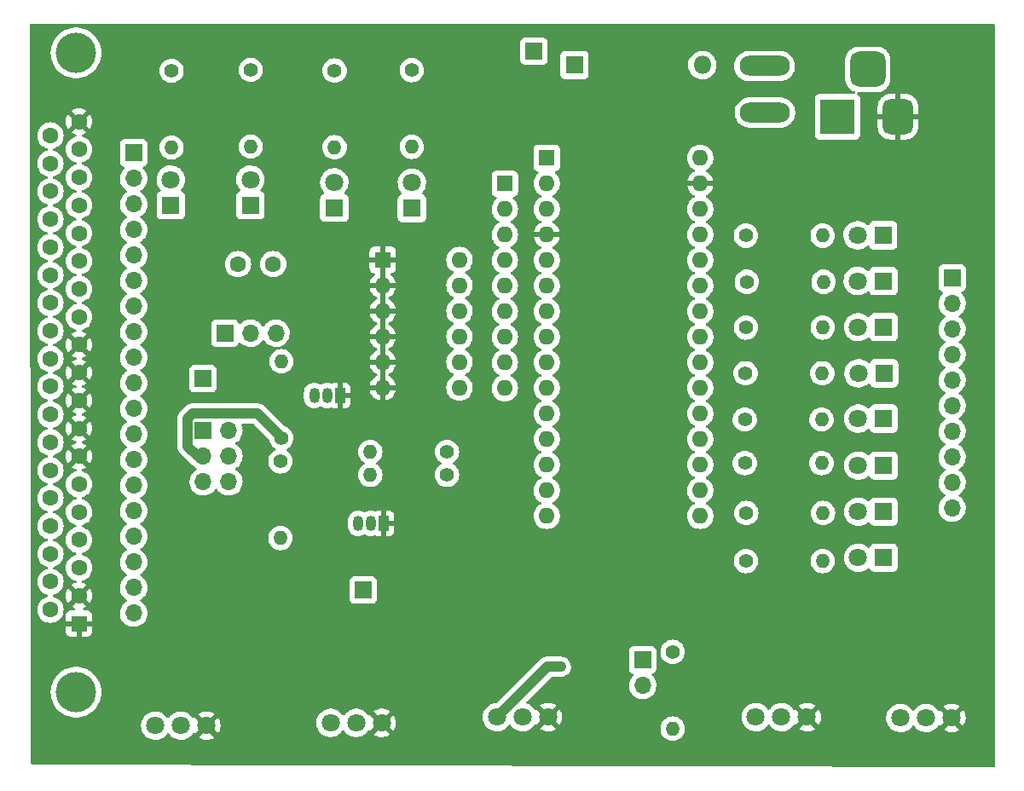
<source format=gbr>
%TF.GenerationSoftware,KiCad,Pcbnew,(6.0.2)*%
%TF.CreationDate,2022-06-27T11:40:54+12:00*%
%TF.ProjectId,ArduinoJimStim,41726475-696e-46f4-9a69-6d5374696d2e,rev?*%
%TF.SameCoordinates,Original*%
%TF.FileFunction,Copper,L2,Bot*%
%TF.FilePolarity,Positive*%
%FSLAX46Y46*%
G04 Gerber Fmt 4.6, Leading zero omitted, Abs format (unit mm)*
G04 Created by KiCad (PCBNEW (6.0.2)) date 2022-06-27 11:40:54*
%MOMM*%
%LPD*%
G01*
G04 APERTURE LIST*
G04 Aperture macros list*
%AMRoundRect*
0 Rectangle with rounded corners*
0 $1 Rounding radius*
0 $2 $3 $4 $5 $6 $7 $8 $9 X,Y pos of 4 corners*
0 Add a 4 corners polygon primitive as box body*
4,1,4,$2,$3,$4,$5,$6,$7,$8,$9,$2,$3,0*
0 Add four circle primitives for the rounded corners*
1,1,$1+$1,$2,$3*
1,1,$1+$1,$4,$5*
1,1,$1+$1,$6,$7*
1,1,$1+$1,$8,$9*
0 Add four rect primitives between the rounded corners*
20,1,$1+$1,$2,$3,$4,$5,0*
20,1,$1+$1,$4,$5,$6,$7,0*
20,1,$1+$1,$6,$7,$8,$9,0*
20,1,$1+$1,$8,$9,$2,$3,0*%
G04 Aperture macros list end*
%TA.AperFunction,ComponentPad*%
%ADD10R,1.600000X1.600000*%
%TD*%
%TA.AperFunction,ComponentPad*%
%ADD11O,1.600000X1.600000*%
%TD*%
%TA.AperFunction,ComponentPad*%
%ADD12R,1.800000X1.800000*%
%TD*%
%TA.AperFunction,ComponentPad*%
%ADD13C,1.800000*%
%TD*%
%TA.AperFunction,ComponentPad*%
%ADD14R,3.500000X3.500000*%
%TD*%
%TA.AperFunction,ComponentPad*%
%ADD15RoundRect,0.750000X0.750000X1.000000X-0.750000X1.000000X-0.750000X-1.000000X0.750000X-1.000000X0*%
%TD*%
%TA.AperFunction,ComponentPad*%
%ADD16RoundRect,0.875000X0.875000X0.875000X-0.875000X0.875000X-0.875000X-0.875000X0.875000X-0.875000X0*%
%TD*%
%TA.AperFunction,ComponentPad*%
%ADD17C,1.400000*%
%TD*%
%TA.AperFunction,ComponentPad*%
%ADD18O,1.400000X1.400000*%
%TD*%
%TA.AperFunction,ComponentPad*%
%ADD19R,1.700000X1.700000*%
%TD*%
%TA.AperFunction,ComponentPad*%
%ADD20C,1.600000*%
%TD*%
%TA.AperFunction,ComponentPad*%
%ADD21O,1.700000X1.700000*%
%TD*%
%TA.AperFunction,ComponentPad*%
%ADD22O,1.800000X1.800000*%
%TD*%
%TA.AperFunction,ComponentPad*%
%ADD23C,4.000000*%
%TD*%
%TA.AperFunction,ComponentPad*%
%ADD24R,1.050000X1.500000*%
%TD*%
%TA.AperFunction,ComponentPad*%
%ADD25O,1.050000X1.500000*%
%TD*%
%TA.AperFunction,ComponentPad*%
%ADD26O,5.000000X2.000000*%
%TD*%
%TA.AperFunction,ViaPad*%
%ADD27C,0.800000*%
%TD*%
%TA.AperFunction,Conductor*%
%ADD28C,1.000000*%
%TD*%
G04 APERTURE END LIST*
D10*
%TO.P,RN1,1,common*%
%TO.N,Net-(A1-Pad27)*%
X146553000Y-67210000D03*
D11*
%TO.P,RN1,2,R1*%
%TO.N,unconnected-(RN1-Pad2)*%
X146553000Y-69750000D03*
%TO.P,RN1,3,R2*%
%TO.N,unconnected-(RN1-Pad3)*%
X146553000Y-72290000D03*
%TO.P,RN1,4,R3*%
%TO.N,Net-(A1-Pad5)*%
X146553000Y-74830000D03*
%TO.P,RN1,5,R4*%
%TO.N,Net-(A1-Pad6)*%
X146553000Y-77370000D03*
%TO.P,RN1,6,R5*%
%TO.N,Net-(A1-Pad7)*%
X146553000Y-79910000D03*
%TO.P,RN1,7,R6*%
%TO.N,Net-(A1-Pad8)*%
X146553000Y-82450000D03*
%TO.P,RN1,8,R7*%
%TO.N,Net-(A1-Pad9)*%
X146553000Y-84990000D03*
%TO.P,RN1,9,R8*%
%TO.N,Net-(A1-Pad10)*%
X146553000Y-87530000D03*
%TD*%
D12*
%TO.P,D2,1,K*%
%TO.N,Net-(D2-Pad1)*%
X129616000Y-69621500D03*
D13*
%TO.P,D2,2,A*%
%TO.N,Net-(D2-Pad2)*%
X129616000Y-67081500D03*
%TD*%
D12*
%TO.P,D8,1,K*%
%TO.N,Net-(D8-Pad1)*%
X184175000Y-90562170D03*
D13*
%TO.P,D8,2,A*%
%TO.N,Net-(D8-Pad2)*%
X181635000Y-90562170D03*
%TD*%
D14*
%TO.P,J10,1*%
%TO.N,Net-(J10-Pad1)*%
X179589000Y-60574000D03*
D15*
%TO.P,J10,2*%
%TO.N,GND*%
X185589000Y-60574000D03*
D16*
%TO.P,J10,3*%
%TO.N,N/C*%
X182589000Y-55874000D03*
%TD*%
D17*
%TO.P,R10,1*%
%TO.N,Net-(J9-Pad9)*%
X170497000Y-104709170D03*
D18*
%TO.P,R10,2*%
%TO.N,Net-(D5-Pad2)*%
X178117000Y-104709170D03*
%TD*%
D19*
%TO.P,J4,1,Pin_1*%
%TO.N,Net-(J4-Pad1)*%
X132486000Y-107609000D03*
%TD*%
D20*
%TO.P,C1,1*%
%TO.N,Net-(C1-Pad1)*%
X120054000Y-75220000D03*
%TO.P,C1,2*%
%TO.N,Net-(C1-Pad2)*%
X123554000Y-75220000D03*
%TD*%
D19*
%TO.P,J3,1,Pin_1*%
%TO.N,Net-(A1-Pad27)*%
X160238000Y-114527000D03*
D21*
%TO.P,J3,2,Pin_2*%
%TO.N,Net-(J3-Pad2)*%
X160238000Y-117067000D03*
%TD*%
D19*
%TO.P,J8,1,Pin_1*%
%TO.N,Net-(J2-Pad1)*%
X116570000Y-86591000D03*
%TD*%
D17*
%TO.P,R15,1*%
%TO.N,Net-(A1-Pad27)*%
X170497000Y-81515170D03*
D18*
%TO.P,R15,2*%
%TO.N,Net-(D10-Pad2)*%
X178117000Y-81515170D03*
%TD*%
D12*
%TO.P,D13,1,K*%
%TO.N,Net-(A1-Pad30)*%
X153461000Y-55433000D03*
D22*
%TO.P,D13,2,A*%
%TO.N,Net-(D13-Pad2)*%
X166161000Y-55433000D03*
%TD*%
D23*
%TO.P,J5,0*%
%TO.N,N/C*%
X103965331Y-54240000D03*
X103965331Y-117740000D03*
D10*
%TO.P,J5,1,1*%
%TO.N,GND*%
X104265331Y-110920000D03*
D20*
%TO.P,J5,2,2*%
X104265331Y-108150000D03*
%TO.P,J5,3,3*%
%TO.N,Net-(J5-Pad3)*%
X104265331Y-105380000D03*
%TO.P,J5,4,4*%
%TO.N,Net-(J5-Pad4)*%
X104265331Y-102610000D03*
%TO.P,J5,5,5*%
%TO.N,Net-(J5-Pad5)*%
X104265331Y-99840000D03*
%TO.P,J5,6,6*%
%TO.N,Net-(J5-Pad6)*%
X104265331Y-97070000D03*
%TO.P,J5,7,7*%
%TO.N,GND*%
X104265331Y-94300000D03*
%TO.P,J5,8,8*%
X104265331Y-91530000D03*
%TO.P,J5,9,9*%
X104265331Y-88760000D03*
%TO.P,J5,10,10*%
X104265331Y-85990000D03*
%TO.P,J5,11,11*%
X104265331Y-83220000D03*
%TO.P,J5,12,12*%
%TO.N,unconnected-(J5-Pad12)*%
X104265331Y-80450000D03*
%TO.P,J5,13,13*%
%TO.N,unconnected-(J5-Pad13)*%
X104265331Y-77680000D03*
%TO.P,J5,14,14*%
%TO.N,unconnected-(J5-Pad14)*%
X104265331Y-74910000D03*
%TO.P,J5,15,15*%
%TO.N,unconnected-(J5-Pad15)*%
X104265331Y-72140000D03*
%TO.P,J5,16,16*%
%TO.N,unconnected-(J5-Pad16)*%
X104265331Y-69370000D03*
%TO.P,J5,17,17*%
%TO.N,unconnected-(J5-Pad17)*%
X104265331Y-66600000D03*
%TO.P,J5,18,18*%
%TO.N,unconnected-(J5-Pad18)*%
X104265331Y-63830000D03*
%TO.P,J5,19,19*%
%TO.N,GND*%
X104265331Y-61060000D03*
%TO.P,J5,20,20*%
%TO.N,Net-(J5-Pad20)*%
X101425331Y-109535000D03*
%TO.P,J5,21,21*%
%TO.N,Net-(CLT1-Pad1)*%
X101425331Y-106765000D03*
%TO.P,J5,22,22*%
%TO.N,Net-(J5-Pad22)*%
X101425331Y-103995000D03*
%TO.P,J5,23,23*%
%TO.N,Net-(J5-Pad23)*%
X101425331Y-101225000D03*
%TO.P,J5,24,24*%
%TO.N,Net-(J1-Pad2)*%
X101425331Y-98455000D03*
%TO.P,J5,25,25*%
%TO.N,Net-(J5-Pad25)*%
X101425331Y-95685000D03*
%TO.P,J5,26,26*%
%TO.N,Net-(J5-Pad26)*%
X101425331Y-92915000D03*
%TO.P,J5,27,27*%
%TO.N,Net-(J5-Pad27)*%
X101425331Y-90145000D03*
%TO.P,J5,28,28*%
%TO.N,Net-(A1-Pad30)*%
X101425331Y-87375000D03*
%TO.P,J5,29,29*%
%TO.N,Net-(J5-Pad29)*%
X101425331Y-84605000D03*
%TO.P,J5,30,30*%
%TO.N,Net-(D1-Pad1)*%
X101425331Y-81835000D03*
%TO.P,J5,31,31*%
%TO.N,Net-(J5-Pad31)*%
X101425331Y-79065000D03*
%TO.P,J5,32,32*%
%TO.N,Net-(D2-Pad1)*%
X101425331Y-76295000D03*
%TO.P,J5,33,33*%
X101425331Y-73525000D03*
%TO.P,J5,34,34*%
%TO.N,Net-(D3-Pad1)*%
X101425331Y-70755000D03*
%TO.P,J5,35,35*%
X101425331Y-67985000D03*
%TO.P,J5,36,36*%
%TO.N,Net-(J5-Pad36)*%
X101425331Y-65215000D03*
%TO.P,J5,37,37*%
%TO.N,Net-(D4-Pad1)*%
X101425331Y-62445000D03*
%TD*%
D13*
%TO.P,MAT1,1,1*%
%TO.N,Net-(J5-Pad20)*%
X111833000Y-121050000D03*
%TO.P,MAT1,2,2*%
X114373000Y-121050000D03*
%TO.P,MAT1,3,3*%
%TO.N,GND*%
X116913000Y-121050000D03*
%TD*%
D24*
%TO.P,Q2,1,E*%
%TO.N,GND*%
X134519000Y-100969500D03*
D25*
%TO.P,Q2,2,B*%
%TO.N,Net-(Q2-Pad2)*%
X133249000Y-100969500D03*
%TO.P,Q2,3,C*%
%TO.N,Net-(J4-Pad1)*%
X131979000Y-100969500D03*
%TD*%
D17*
%TO.P,R5,1*%
%TO.N,Net-(A1-Pad27)*%
X163214000Y-113720000D03*
D18*
%TO.P,R5,2*%
%TO.N,Net-(J3-Pad2)*%
X163214000Y-121340000D03*
%TD*%
D13*
%TO.P,CLT1,1,1*%
%TO.N,Net-(CLT1-Pad1)*%
X129245000Y-120787500D03*
%TO.P,CLT1,2,2*%
X131785000Y-120787500D03*
%TO.P,CLT1,3,3*%
%TO.N,GND*%
X134325000Y-120787500D03*
%TD*%
D19*
%TO.P,J1,1,Pin_1*%
%TO.N,Net-(C1-Pad1)*%
X118748000Y-82074000D03*
D21*
%TO.P,J1,2,Pin_2*%
%TO.N,Net-(J1-Pad2)*%
X121288000Y-82074000D03*
%TO.P,J1,3,Pin_3*%
%TO.N,Net-(C1-Pad2)*%
X123828000Y-82074000D03*
%TD*%
D13*
%TO.P,RPM1,1,1*%
%TO.N,Net-(A1-Pad27)*%
X185828000Y-120293000D03*
%TO.P,RPM1,2,2*%
%TO.N,Net-(A1-Pad19)*%
X188368000Y-120293000D03*
%TO.P,RPM1,3,3*%
%TO.N,GND*%
X190908000Y-120293000D03*
%TD*%
D19*
%TO.P,J2,1,Pin_1*%
%TO.N,Net-(J2-Pad1)*%
X116607000Y-91757500D03*
D21*
%TO.P,J2,2,Pin_2*%
X119147000Y-91757500D03*
%TO.P,J2,3,Pin_3*%
%TO.N,Net-(J2-Pad3)*%
X116607000Y-94297500D03*
%TO.P,J2,4,Pin_4*%
%TO.N,Net-(J2-Pad4)*%
X119147000Y-94297500D03*
%TO.P,J2,5,Pin_5*%
%TO.N,Net-(A1-Pad27)*%
X116607000Y-96837500D03*
%TO.P,J2,6,Pin_6*%
X119147000Y-96837500D03*
%TD*%
D12*
%TO.P,D4,1,K*%
%TO.N,Net-(D4-Pad1)*%
X113380000Y-69363500D03*
D13*
%TO.P,D4,2,A*%
%TO.N,Net-(D4-Pad2)*%
X113380000Y-66823500D03*
%TD*%
D19*
%TO.P,J7,1,Pin_1*%
%TO.N,Net-(A1-Pad30)*%
X149445000Y-54070500D03*
%TD*%
D17*
%TO.P,R17,1*%
%TO.N,Net-(A1-Pad27)*%
X170497000Y-72389170D03*
D18*
%TO.P,R17,2*%
%TO.N,Net-(D12-Pad2)*%
X178117000Y-72389170D03*
%TD*%
D13*
%TO.P,O2,1,1*%
%TO.N,Net-(J3-Pad2)*%
X171476000Y-120205000D03*
%TO.P,O2,2,2*%
%TO.N,Net-(J5-Pad23)*%
X174016000Y-120205000D03*
%TO.P,O2,3,3*%
%TO.N,GND*%
X176556000Y-120205000D03*
%TD*%
D17*
%TO.P,R12,1*%
%TO.N,Net-(A1-Pad27)*%
X170378000Y-94985170D03*
D18*
%TO.P,R12,2*%
%TO.N,Net-(D7-Pad2)*%
X177998000Y-94985170D03*
%TD*%
D17*
%TO.P,R14,1*%
%TO.N,Net-(A1-Pad27)*%
X170457000Y-86058170D03*
D18*
%TO.P,R14,2*%
%TO.N,Net-(D9-Pad2)*%
X178077000Y-86058170D03*
%TD*%
D17*
%TO.P,R13,1*%
%TO.N,Net-(A1-Pad27)*%
X170378000Y-90641170D03*
D18*
%TO.P,R13,2*%
%TO.N,Net-(D8-Pad2)*%
X177998000Y-90641170D03*
%TD*%
D17*
%TO.P,R16,1*%
%TO.N,Net-(A1-Pad27)*%
X170577000Y-76972170D03*
D18*
%TO.P,R16,2*%
%TO.N,Net-(D11-Pad2)*%
X178197000Y-76972170D03*
%TD*%
D17*
%TO.P,R4,1*%
%TO.N,Net-(A1-Pad27)*%
X129645000Y-55994500D03*
D18*
%TO.P,R4,2*%
%TO.N,Net-(D2-Pad2)*%
X129645000Y-63614500D03*
%TD*%
D26*
%TO.P,SW1,1,A*%
%TO.N,Net-(D13-Pad2)*%
X172338000Y-55536000D03*
%TO.P,SW1,2,B*%
%TO.N,Net-(J10-Pad1)*%
X172378000Y-60156000D03*
%TD*%
D12*
%TO.P,D5,1,K*%
%TO.N,Net-(D5-Pad1)*%
X184175000Y-104391170D03*
D13*
%TO.P,D5,2,A*%
%TO.N,Net-(D5-Pad2)*%
X181635000Y-104391170D03*
%TD*%
D12*
%TO.P,D1,1,K*%
%TO.N,Net-(D1-Pad1)*%
X137326000Y-69676500D03*
D13*
%TO.P,D1,2,A*%
%TO.N,Net-(D1-Pad2)*%
X137326000Y-67136500D03*
%TD*%
D17*
%TO.P,R1,1*%
%TO.N,Net-(A1-Pad11)*%
X140804000Y-93854500D03*
D18*
%TO.P,R1,2*%
%TO.N,Net-(Q1-Pad2)*%
X133184000Y-93854500D03*
%TD*%
D10*
%TO.P,A1,1,D1/TX*%
%TO.N,unconnected-(A1-Pad1)*%
X150712000Y-64663000D03*
D11*
%TO.P,A1,2,D0/RX*%
%TO.N,unconnected-(A1-Pad2)*%
X150712000Y-67203000D03*
%TO.P,A1,3,~{RESET}*%
%TO.N,unconnected-(A1-Pad3)*%
X150712000Y-69743000D03*
%TO.P,A1,4,GND*%
%TO.N,GND*%
X150712000Y-72283000D03*
%TO.P,A1,5,D2*%
%TO.N,Net-(A1-Pad5)*%
X150712000Y-74823000D03*
%TO.P,A1,6,D3*%
%TO.N,Net-(A1-Pad6)*%
X150712000Y-77363000D03*
%TO.P,A1,7,D4*%
%TO.N,Net-(A1-Pad7)*%
X150712000Y-79903000D03*
%TO.P,A1,8,D5*%
%TO.N,Net-(A1-Pad8)*%
X150712000Y-82443000D03*
%TO.P,A1,9,D6*%
%TO.N,Net-(A1-Pad9)*%
X150712000Y-84983000D03*
%TO.P,A1,10,D7*%
%TO.N,Net-(A1-Pad10)*%
X150712000Y-87523000D03*
%TO.P,A1,11,D8*%
%TO.N,Net-(A1-Pad11)*%
X150712000Y-90063000D03*
%TO.P,A1,12,D9*%
%TO.N,Net-(A1-Pad12)*%
X150712000Y-92603000D03*
%TO.P,A1,13,D10*%
%TO.N,unconnected-(A1-Pad13)*%
X150712000Y-95143000D03*
%TO.P,A1,14,D11*%
%TO.N,unconnected-(A1-Pad14)*%
X150712000Y-97683000D03*
%TO.P,A1,15,D12*%
%TO.N,unconnected-(A1-Pad15)*%
X150712000Y-100223000D03*
%TO.P,A1,16,D13*%
%TO.N,unconnected-(A1-Pad16)*%
X165952000Y-100223000D03*
%TO.P,A1,17,3V3*%
%TO.N,unconnected-(A1-Pad17)*%
X165952000Y-97683000D03*
%TO.P,A1,18,AREF*%
%TO.N,unconnected-(A1-Pad18)*%
X165952000Y-95143000D03*
%TO.P,A1,19,A0*%
%TO.N,Net-(A1-Pad19)*%
X165952000Y-92603000D03*
%TO.P,A1,20,A1*%
%TO.N,unconnected-(A1-Pad20)*%
X165952000Y-90063000D03*
%TO.P,A1,21,A2*%
%TO.N,unconnected-(A1-Pad21)*%
X165952000Y-87523000D03*
%TO.P,A1,22,A3*%
%TO.N,unconnected-(A1-Pad22)*%
X165952000Y-84983000D03*
%TO.P,A1,23,A4*%
%TO.N,unconnected-(A1-Pad23)*%
X165952000Y-82443000D03*
%TO.P,A1,24,A5*%
%TO.N,unconnected-(A1-Pad24)*%
X165952000Y-79903000D03*
%TO.P,A1,25,A6*%
%TO.N,unconnected-(A1-Pad25)*%
X165952000Y-77363000D03*
%TO.P,A1,26,A7*%
%TO.N,unconnected-(A1-Pad26)*%
X165952000Y-74823000D03*
%TO.P,A1,27,+5V*%
%TO.N,Net-(A1-Pad27)*%
X165952000Y-72283000D03*
%TO.P,A1,28,~{RESET}*%
%TO.N,unconnected-(A1-Pad28)*%
X165952000Y-69743000D03*
%TO.P,A1,29,GND*%
%TO.N,GND*%
X165952000Y-67203000D03*
%TO.P,A1,30,VIN*%
%TO.N,Net-(A1-Pad30)*%
X165952000Y-64663000D03*
%TD*%
D12*
%TO.P,D6,1,K*%
%TO.N,Net-(D6-Pad1)*%
X184175000Y-99808170D03*
D13*
%TO.P,D6,2,A*%
%TO.N,Net-(D6-Pad2)*%
X181635000Y-99808170D03*
%TD*%
D17*
%TO.P,R2,1*%
%TO.N,Net-(J2-Pad3)*%
X124359000Y-92485500D03*
D18*
%TO.P,R2,2*%
%TO.N,Net-(C1-Pad2)*%
X124359000Y-84865500D03*
%TD*%
D13*
%TO.P,TPS1,1,1*%
%TO.N,Net-(A1-Pad27)*%
X145756000Y-120209500D03*
%TO.P,TPS1,2,2*%
%TO.N,Net-(J5-Pad22)*%
X148296000Y-120209500D03*
%TO.P,TPS1,3,3*%
%TO.N,GND*%
X150836000Y-120209500D03*
%TD*%
D17*
%TO.P,R7,1*%
%TO.N,Net-(A1-Pad12)*%
X140814000Y-96153500D03*
D18*
%TO.P,R7,2*%
%TO.N,Net-(Q2-Pad2)*%
X133194000Y-96153500D03*
%TD*%
D17*
%TO.P,R11,1*%
%TO.N,Net-(J9-Pad7)*%
X170537000Y-99927170D03*
D18*
%TO.P,R11,2*%
%TO.N,Net-(D6-Pad2)*%
X178157000Y-99927170D03*
%TD*%
D12*
%TO.P,D11,1,K*%
%TO.N,Net-(D11-Pad1)*%
X184135000Y-76892170D03*
D13*
%TO.P,D11,2,A*%
%TO.N,Net-(D11-Pad2)*%
X181595000Y-76892170D03*
%TD*%
D19*
%TO.P,J9,1,Pin_1*%
%TO.N,Net-(D12-Pad1)*%
X190963000Y-76595170D03*
D21*
%TO.P,J9,2,Pin_2*%
%TO.N,Net-(D11-Pad1)*%
X190963000Y-79135170D03*
%TO.P,J9,3,Pin_3*%
%TO.N,Net-(D10-Pad1)*%
X190963000Y-81675170D03*
%TO.P,J9,4,Pin_4*%
%TO.N,Net-(D9-Pad1)*%
X190963000Y-84215170D03*
%TO.P,J9,5,Pin_5*%
%TO.N,Net-(D8-Pad1)*%
X190963000Y-86755170D03*
%TO.P,J9,6,Pin_6*%
%TO.N,Net-(D7-Pad1)*%
X190963000Y-89295170D03*
%TO.P,J9,7,Pin_7*%
%TO.N,Net-(J9-Pad7)*%
X190963000Y-91835170D03*
%TO.P,J9,8,Pin_8*%
%TO.N,Net-(D6-Pad1)*%
X190963000Y-94375170D03*
%TO.P,J9,9,Pin_9*%
%TO.N,Net-(J9-Pad9)*%
X190963000Y-96915170D03*
%TO.P,J9,10,Pin_10*%
%TO.N,Net-(D5-Pad1)*%
X190963000Y-99455170D03*
%TD*%
D12*
%TO.P,D10,1,K*%
%TO.N,Net-(D10-Pad1)*%
X184175000Y-81475170D03*
D13*
%TO.P,D10,2,A*%
%TO.N,Net-(D10-Pad2)*%
X181635000Y-81475170D03*
%TD*%
D17*
%TO.P,R6,1*%
%TO.N,Net-(A1-Pad27)*%
X121315000Y-55922500D03*
D18*
%TO.P,R6,2*%
%TO.N,Net-(D3-Pad2)*%
X121315000Y-63542500D03*
%TD*%
D12*
%TO.P,D9,1,K*%
%TO.N,Net-(D9-Pad1)*%
X184215000Y-86058170D03*
D13*
%TO.P,D9,2,A*%
%TO.N,Net-(D9-Pad2)*%
X181675000Y-86058170D03*
%TD*%
D10*
%TO.P,SW2,1*%
%TO.N,GND*%
X134430000Y-74789000D03*
D11*
%TO.P,SW2,2*%
X134430000Y-77329000D03*
%TO.P,SW2,3*%
X134430000Y-79869000D03*
%TO.P,SW2,4*%
X134430000Y-82409000D03*
%TO.P,SW2,5*%
X134430000Y-84949000D03*
%TO.P,SW2,6*%
X134430000Y-87489000D03*
%TO.P,SW2,7*%
%TO.N,Net-(A1-Pad10)*%
X142050000Y-87489000D03*
%TO.P,SW2,8*%
%TO.N,Net-(A1-Pad9)*%
X142050000Y-84949000D03*
%TO.P,SW2,9*%
%TO.N,Net-(A1-Pad8)*%
X142050000Y-82409000D03*
%TO.P,SW2,10*%
%TO.N,Net-(A1-Pad7)*%
X142050000Y-79869000D03*
%TO.P,SW2,11*%
%TO.N,Net-(A1-Pad6)*%
X142050000Y-77329000D03*
%TO.P,SW2,12*%
%TO.N,Net-(A1-Pad5)*%
X142050000Y-74789000D03*
%TD*%
D12*
%TO.P,D7,1,K*%
%TO.N,Net-(D7-Pad1)*%
X184175000Y-95225170D03*
D13*
%TO.P,D7,2,A*%
%TO.N,Net-(D7-Pad2)*%
X181635000Y-95225170D03*
%TD*%
D17*
%TO.P,R9,1*%
%TO.N,Net-(J2-Pad4)*%
X124269000Y-94811500D03*
D18*
%TO.P,R9,2*%
%TO.N,Net-(J4-Pad1)*%
X124269000Y-102431500D03*
%TD*%
D12*
%TO.P,D12,1,K*%
%TO.N,Net-(D12-Pad1)*%
X184124000Y-72349170D03*
D13*
%TO.P,D12,2,A*%
%TO.N,Net-(D12-Pad2)*%
X181584000Y-72349170D03*
%TD*%
D12*
%TO.P,D3,1,K*%
%TO.N,Net-(D3-Pad1)*%
X121284000Y-69363500D03*
D13*
%TO.P,D3,2,A*%
%TO.N,Net-(D3-Pad2)*%
X121284000Y-66823500D03*
%TD*%
D19*
%TO.P,J6,1,Pin_1*%
%TO.N,Net-(D4-Pad1)*%
X109695000Y-64168000D03*
D21*
%TO.P,J6,2,Pin_2*%
%TO.N,Net-(J5-Pad36)*%
X109695000Y-66708000D03*
%TO.P,J6,3,Pin_3*%
%TO.N,Net-(D3-Pad1)*%
X109695000Y-69248000D03*
%TO.P,J6,4,Pin_4*%
%TO.N,Net-(D2-Pad1)*%
X109695000Y-71788000D03*
%TO.P,J6,5,Pin_5*%
%TO.N,Net-(J5-Pad31)*%
X109695000Y-74328000D03*
%TO.P,J6,6,Pin_6*%
%TO.N,Net-(D1-Pad1)*%
X109695000Y-76868000D03*
%TO.P,J6,7,Pin_7*%
%TO.N,Net-(J5-Pad29)*%
X109695000Y-79408000D03*
%TO.P,J6,8,Pin_8*%
%TO.N,Net-(J5-Pad27)*%
X109695000Y-81948000D03*
%TO.P,J6,9,Pin_9*%
%TO.N,Net-(J5-Pad26)*%
X109695000Y-84488000D03*
%TO.P,J6,10,Pin_10*%
%TO.N,Net-(J5-Pad25)*%
X109695000Y-87028000D03*
%TO.P,J6,11,Pin_11*%
%TO.N,Net-(J5-Pad6)*%
X109695000Y-89568000D03*
%TO.P,J6,12,Pin_12*%
%TO.N,Net-(J1-Pad2)*%
X109695000Y-92108000D03*
%TO.P,J6,13,Pin_13*%
%TO.N,Net-(J5-Pad5)*%
X109695000Y-94648000D03*
%TO.P,J6,14,Pin_14*%
%TO.N,Net-(J5-Pad23)*%
X109695000Y-97188000D03*
%TO.P,J6,15,Pin_15*%
%TO.N,Net-(J5-Pad4)*%
X109695000Y-99728000D03*
%TO.P,J6,16,Pin_16*%
%TO.N,Net-(J5-Pad22)*%
X109695000Y-102268000D03*
%TO.P,J6,17,Pin_17*%
%TO.N,Net-(J5-Pad3)*%
X109695000Y-104808000D03*
%TO.P,J6,18,Pin_18*%
%TO.N,Net-(CLT1-Pad1)*%
X109695000Y-107348000D03*
%TO.P,J6,19,Pin_19*%
%TO.N,Net-(J5-Pad20)*%
X109695000Y-109888000D03*
%TD*%
D17*
%TO.P,R3,1*%
%TO.N,Net-(A1-Pad27)*%
X137313000Y-55951500D03*
D18*
%TO.P,R3,2*%
%TO.N,Net-(D1-Pad2)*%
X137313000Y-63571500D03*
%TD*%
D17*
%TO.P,R8,1*%
%TO.N,Net-(A1-Pad27)*%
X113448000Y-56011500D03*
D18*
%TO.P,R8,2*%
%TO.N,Net-(D4-Pad2)*%
X113448000Y-63631500D03*
%TD*%
D24*
%TO.P,Q1,1,E*%
%TO.N,GND*%
X130167000Y-88259000D03*
D25*
%TO.P,Q1,2,B*%
%TO.N,Net-(Q1-Pad2)*%
X128897000Y-88259000D03*
%TO.P,Q1,3,C*%
%TO.N,Net-(C1-Pad2)*%
X127627000Y-88259000D03*
%TD*%
D27*
%TO.N,Net-(A1-Pad27)*%
X152109000Y-115214500D03*
%TD*%
D28*
%TO.N,Net-(A1-Pad27)*%
X150751000Y-115214500D02*
X152109000Y-115214500D01*
X145756000Y-120209500D02*
X150751000Y-115214500D01*
%TO.N,Net-(J2-Pad3)*%
X116047978Y-94297500D02*
X115057489Y-93307011D01*
X116607000Y-94297500D02*
X116047978Y-94297500D01*
X115057489Y-90556511D02*
X115546000Y-90068000D01*
X115057489Y-93307011D02*
X115057489Y-90556511D01*
X122012000Y-90068000D02*
X124456000Y-92512000D01*
X115546000Y-90068000D02*
X122012000Y-90068000D01*
%TD*%
%TA.AperFunction,Conductor*%
%TO.N,GND*%
G36*
X195090915Y-51352911D02*
G01*
X195159033Y-51372923D01*
X195205518Y-51426585D01*
X195216897Y-51478930D01*
X195211836Y-83041715D01*
X195205100Y-125055171D01*
X195185087Y-125123289D01*
X195131424Y-125169773D01*
X195078734Y-125181150D01*
X99586556Y-124902798D01*
X99518494Y-124882598D01*
X99472157Y-124828807D01*
X99460923Y-124777001D01*
X99454894Y-121015469D01*
X110420095Y-121015469D01*
X110420392Y-121020622D01*
X110420392Y-121020625D01*
X110424073Y-121084458D01*
X110433427Y-121246697D01*
X110434564Y-121251743D01*
X110434565Y-121251749D01*
X110462245Y-121374572D01*
X110484346Y-121472642D01*
X110486288Y-121477424D01*
X110486289Y-121477428D01*
X110566762Y-121675608D01*
X110571484Y-121687237D01*
X110692501Y-121884719D01*
X110844147Y-122059784D01*
X111022349Y-122207730D01*
X111222322Y-122324584D01*
X111438694Y-122407209D01*
X111443760Y-122408240D01*
X111443761Y-122408240D01*
X111496846Y-122419040D01*
X111665656Y-122453385D01*
X111796324Y-122458176D01*
X111891949Y-122461683D01*
X111891953Y-122461683D01*
X111897113Y-122461872D01*
X111902233Y-122461216D01*
X111902235Y-122461216D01*
X111975291Y-122451857D01*
X112126847Y-122432442D01*
X112131795Y-122430957D01*
X112131802Y-122430956D01*
X112343747Y-122367369D01*
X112348690Y-122365886D01*
X112430161Y-122325974D01*
X112552049Y-122266262D01*
X112552052Y-122266260D01*
X112556684Y-122263991D01*
X112745243Y-122129494D01*
X112909303Y-121966005D01*
X112912319Y-121961808D01*
X112912326Y-121961800D01*
X112999960Y-121839844D01*
X113055954Y-121796196D01*
X113126658Y-121789750D01*
X113189622Y-121822553D01*
X113209715Y-121847536D01*
X113229800Y-121880313D01*
X113229804Y-121880318D01*
X113232501Y-121884719D01*
X113384147Y-122059784D01*
X113562349Y-122207730D01*
X113762322Y-122324584D01*
X113978694Y-122407209D01*
X113983760Y-122408240D01*
X113983761Y-122408240D01*
X114036846Y-122419040D01*
X114205656Y-122453385D01*
X114336324Y-122458176D01*
X114431949Y-122461683D01*
X114431953Y-122461683D01*
X114437113Y-122461872D01*
X114442233Y-122461216D01*
X114442235Y-122461216D01*
X114515291Y-122451857D01*
X114666847Y-122432442D01*
X114671795Y-122430957D01*
X114671802Y-122430956D01*
X114883747Y-122367369D01*
X114888690Y-122365886D01*
X114970161Y-122325974D01*
X115092049Y-122266262D01*
X115092052Y-122266260D01*
X115096684Y-122263991D01*
X115170406Y-122211406D01*
X116116423Y-122211406D01*
X116121704Y-122218461D01*
X116298080Y-122321527D01*
X116307363Y-122325974D01*
X116514003Y-122404883D01*
X116523901Y-122407759D01*
X116740653Y-122451857D01*
X116750883Y-122453076D01*
X116971914Y-122461182D01*
X116982223Y-122460714D01*
X117201623Y-122432608D01*
X117211688Y-122430468D01*
X117423557Y-122366905D01*
X117433152Y-122363144D01*
X117631778Y-122265838D01*
X117640636Y-122260559D01*
X117698097Y-122219572D01*
X117706497Y-122208874D01*
X117699510Y-122195721D01*
X116925811Y-121422021D01*
X116911868Y-121414408D01*
X116910034Y-121414539D01*
X116903420Y-121418790D01*
X116123180Y-122199031D01*
X116116423Y-122211406D01*
X115170406Y-122211406D01*
X115285243Y-122129494D01*
X115449303Y-121966005D01*
X115540275Y-121839404D01*
X115596270Y-121795756D01*
X115666973Y-121789310D01*
X115729938Y-121822113D01*
X115735142Y-121828584D01*
X115753553Y-121845242D01*
X115762331Y-121841458D01*
X116540979Y-121062811D01*
X116547356Y-121051132D01*
X117277408Y-121051132D01*
X117277539Y-121052966D01*
X117281790Y-121059580D01*
X118059307Y-121837096D01*
X118071313Y-121843652D01*
X118083052Y-121834684D01*
X118121010Y-121781859D01*
X118126321Y-121773020D01*
X118224318Y-121574737D01*
X118228117Y-121565142D01*
X118292415Y-121353517D01*
X118294594Y-121343436D01*
X118323702Y-121122338D01*
X118324221Y-121115663D01*
X118325744Y-121053364D01*
X118325550Y-121046646D01*
X118307279Y-120824400D01*
X118305596Y-120814238D01*
X118290206Y-120752969D01*
X127832095Y-120752969D01*
X127832392Y-120758122D01*
X127832392Y-120758125D01*
X127836966Y-120837450D01*
X127845427Y-120984197D01*
X127846564Y-120989243D01*
X127846565Y-120989249D01*
X127869500Y-121091017D01*
X127896346Y-121210142D01*
X127898288Y-121214924D01*
X127898289Y-121214928D01*
X127964490Y-121377961D01*
X127983484Y-121424737D01*
X128066406Y-121560053D01*
X128101109Y-121616683D01*
X128104501Y-121622219D01*
X128256147Y-121797284D01*
X128434349Y-121945230D01*
X128634322Y-122062084D01*
X128850694Y-122144709D01*
X128855760Y-122145740D01*
X128855761Y-122145740D01*
X128908846Y-122156540D01*
X129077656Y-122190885D01*
X129208324Y-122195676D01*
X129303949Y-122199183D01*
X129303953Y-122199183D01*
X129309113Y-122199372D01*
X129314233Y-122198716D01*
X129314235Y-122198716D01*
X129387291Y-122189357D01*
X129538847Y-122169942D01*
X129543795Y-122168457D01*
X129543802Y-122168456D01*
X129755747Y-122104869D01*
X129760690Y-122103386D01*
X129842953Y-122063086D01*
X129964049Y-122003762D01*
X129964052Y-122003760D01*
X129968684Y-122001491D01*
X130157243Y-121866994D01*
X130321303Y-121703505D01*
X130324319Y-121699308D01*
X130324326Y-121699300D01*
X130411960Y-121577344D01*
X130467954Y-121533696D01*
X130538658Y-121527250D01*
X130601622Y-121560053D01*
X130621715Y-121585036D01*
X130641800Y-121617813D01*
X130641804Y-121617818D01*
X130644501Y-121622219D01*
X130796147Y-121797284D01*
X130974349Y-121945230D01*
X131174322Y-122062084D01*
X131390694Y-122144709D01*
X131395760Y-122145740D01*
X131395761Y-122145740D01*
X131448846Y-122156540D01*
X131617656Y-122190885D01*
X131748324Y-122195676D01*
X131843949Y-122199183D01*
X131843953Y-122199183D01*
X131849113Y-122199372D01*
X131854233Y-122198716D01*
X131854235Y-122198716D01*
X131927291Y-122189357D01*
X132078847Y-122169942D01*
X132083795Y-122168457D01*
X132083802Y-122168456D01*
X132295747Y-122104869D01*
X132300690Y-122103386D01*
X132382953Y-122063086D01*
X132504049Y-122003762D01*
X132504052Y-122003760D01*
X132508684Y-122001491D01*
X132582406Y-121948906D01*
X133528423Y-121948906D01*
X133533704Y-121955961D01*
X133710080Y-122059027D01*
X133719363Y-122063474D01*
X133926003Y-122142383D01*
X133935901Y-122145259D01*
X134152653Y-122189357D01*
X134162883Y-122190576D01*
X134383914Y-122198682D01*
X134394223Y-122198214D01*
X134613623Y-122170108D01*
X134623688Y-122167968D01*
X134835557Y-122104405D01*
X134845152Y-122100644D01*
X135043778Y-122003338D01*
X135052636Y-121998059D01*
X135110097Y-121957072D01*
X135118497Y-121946374D01*
X135111510Y-121933221D01*
X134337811Y-121159521D01*
X134323868Y-121151908D01*
X134322034Y-121152039D01*
X134315420Y-121156290D01*
X133535180Y-121936531D01*
X133528423Y-121948906D01*
X132582406Y-121948906D01*
X132697243Y-121866994D01*
X132861303Y-121703505D01*
X132866284Y-121696574D01*
X132944703Y-121587442D01*
X132952275Y-121576904D01*
X133008270Y-121533256D01*
X133078973Y-121526810D01*
X133141938Y-121559613D01*
X133147142Y-121566084D01*
X133165553Y-121582742D01*
X133174331Y-121578958D01*
X133952979Y-120800311D01*
X133959356Y-120788632D01*
X134689408Y-120788632D01*
X134689539Y-120790466D01*
X134693790Y-120797080D01*
X135471307Y-121574596D01*
X135483313Y-121581152D01*
X135495052Y-121572184D01*
X135533010Y-121519359D01*
X135538321Y-121510520D01*
X135636318Y-121312237D01*
X135640117Y-121302642D01*
X135704415Y-121091017D01*
X135706594Y-121080936D01*
X135735702Y-120859838D01*
X135736221Y-120853163D01*
X135737744Y-120790864D01*
X135737550Y-120784146D01*
X135719279Y-120561900D01*
X135717596Y-120551738D01*
X135663710Y-120337208D01*
X135660389Y-120327453D01*
X135594086Y-120174969D01*
X144343095Y-120174969D01*
X144343392Y-120180122D01*
X144343392Y-120180125D01*
X144351887Y-120327453D01*
X144356427Y-120406197D01*
X144357564Y-120411243D01*
X144357565Y-120411249D01*
X144376383Y-120494749D01*
X144407346Y-120632142D01*
X144409288Y-120636924D01*
X144409289Y-120636928D01*
X144482708Y-120817737D01*
X144494484Y-120846737D01*
X144561254Y-120955696D01*
X144601222Y-121020917D01*
X144615501Y-121044219D01*
X144767147Y-121219284D01*
X144945349Y-121367230D01*
X145145322Y-121484084D01*
X145361694Y-121566709D01*
X145366760Y-121567740D01*
X145366761Y-121567740D01*
X145375053Y-121569427D01*
X145588656Y-121612885D01*
X145719324Y-121617676D01*
X145814949Y-121621183D01*
X145814953Y-121621183D01*
X145820113Y-121621372D01*
X145825233Y-121620716D01*
X145825235Y-121620716D01*
X145917580Y-121608886D01*
X146049847Y-121591942D01*
X146054795Y-121590457D01*
X146054802Y-121590456D01*
X146266747Y-121526869D01*
X146271690Y-121525386D01*
X146277287Y-121522644D01*
X146475049Y-121425762D01*
X146475052Y-121425760D01*
X146479684Y-121423491D01*
X146668243Y-121288994D01*
X146832303Y-121125505D01*
X146835319Y-121121308D01*
X146835326Y-121121300D01*
X146922960Y-120999344D01*
X146978954Y-120955696D01*
X147049658Y-120949250D01*
X147112622Y-120982053D01*
X147132715Y-121007036D01*
X147152800Y-121039813D01*
X147152804Y-121039818D01*
X147155501Y-121044219D01*
X147307147Y-121219284D01*
X147485349Y-121367230D01*
X147685322Y-121484084D01*
X147901694Y-121566709D01*
X147906760Y-121567740D01*
X147906761Y-121567740D01*
X147915053Y-121569427D01*
X148128656Y-121612885D01*
X148259324Y-121617676D01*
X148354949Y-121621183D01*
X148354953Y-121621183D01*
X148360113Y-121621372D01*
X148365233Y-121620716D01*
X148365235Y-121620716D01*
X148457580Y-121608886D01*
X148589847Y-121591942D01*
X148594795Y-121590457D01*
X148594802Y-121590456D01*
X148806747Y-121526869D01*
X148811690Y-121525386D01*
X148817287Y-121522644D01*
X149015049Y-121425762D01*
X149015052Y-121425760D01*
X149019684Y-121423491D01*
X149093406Y-121370906D01*
X150039423Y-121370906D01*
X150044704Y-121377961D01*
X150221080Y-121481027D01*
X150230363Y-121485474D01*
X150437003Y-121564383D01*
X150446901Y-121567259D01*
X150663653Y-121611357D01*
X150673883Y-121612576D01*
X150894914Y-121620682D01*
X150905223Y-121620214D01*
X151124623Y-121592108D01*
X151134688Y-121589968D01*
X151346557Y-121526405D01*
X151356152Y-121522644D01*
X151554778Y-121425338D01*
X151563636Y-121420059D01*
X151621097Y-121379072D01*
X151629497Y-121368374D01*
X151622510Y-121355221D01*
X151607289Y-121340000D01*
X162000884Y-121340000D01*
X162019314Y-121550655D01*
X162020738Y-121555968D01*
X162020738Y-121555970D01*
X162061248Y-121707153D01*
X162074044Y-121754910D01*
X162076366Y-121759891D01*
X162076367Y-121759892D01*
X162132523Y-121880318D01*
X162163411Y-121946558D01*
X162284699Y-122119776D01*
X162434224Y-122269301D01*
X162607442Y-122390589D01*
X162612420Y-122392910D01*
X162612423Y-122392912D01*
X162794108Y-122477633D01*
X162799090Y-122479956D01*
X162804398Y-122481378D01*
X162804400Y-122481379D01*
X162998030Y-122533262D01*
X162998032Y-122533262D01*
X163003345Y-122534686D01*
X163214000Y-122553116D01*
X163424655Y-122534686D01*
X163429968Y-122533262D01*
X163429970Y-122533262D01*
X163623600Y-122481379D01*
X163623602Y-122481378D01*
X163628910Y-122479956D01*
X163633892Y-122477633D01*
X163815577Y-122392912D01*
X163815580Y-122392910D01*
X163820558Y-122390589D01*
X163993776Y-122269301D01*
X164143301Y-122119776D01*
X164264589Y-121946558D01*
X164295478Y-121880318D01*
X164351633Y-121759892D01*
X164351634Y-121759891D01*
X164353956Y-121754910D01*
X164366753Y-121707153D01*
X164407262Y-121555970D01*
X164407262Y-121555968D01*
X164408686Y-121550655D01*
X164427116Y-121340000D01*
X164408686Y-121129345D01*
X164407070Y-121123313D01*
X164355379Y-120930400D01*
X164355378Y-120930398D01*
X164353956Y-120925090D01*
X164344853Y-120905568D01*
X164266912Y-120738423D01*
X164266910Y-120738420D01*
X164264589Y-120733442D01*
X164143301Y-120560224D01*
X163993776Y-120410699D01*
X163820558Y-120289411D01*
X163815580Y-120287090D01*
X163815577Y-120287088D01*
X163633892Y-120202367D01*
X163633891Y-120202366D01*
X163628910Y-120200044D01*
X163623602Y-120198622D01*
X163623600Y-120198621D01*
X163518535Y-120170469D01*
X170063095Y-120170469D01*
X170063392Y-120175622D01*
X170063392Y-120175625D01*
X170074331Y-120365338D01*
X170076427Y-120401697D01*
X170077564Y-120406743D01*
X170077565Y-120406749D01*
X170097397Y-120494749D01*
X170127346Y-120627642D01*
X170129288Y-120632424D01*
X170129289Y-120632428D01*
X170205116Y-120819167D01*
X170214484Y-120842237D01*
X170335501Y-121039719D01*
X170487147Y-121214784D01*
X170665349Y-121362730D01*
X170865322Y-121479584D01*
X170870147Y-121481426D01*
X170870148Y-121481427D01*
X170928106Y-121503559D01*
X171081694Y-121562209D01*
X171086760Y-121563240D01*
X171086761Y-121563240D01*
X171121364Y-121570280D01*
X171308656Y-121608385D01*
X171436534Y-121613074D01*
X171534949Y-121616683D01*
X171534953Y-121616683D01*
X171540113Y-121616872D01*
X171545233Y-121616216D01*
X171545235Y-121616216D01*
X171618291Y-121606857D01*
X171769847Y-121587442D01*
X171774795Y-121585957D01*
X171774802Y-121585956D01*
X171986747Y-121522369D01*
X171991690Y-121520886D01*
X172016283Y-121508838D01*
X172195049Y-121421262D01*
X172195052Y-121421260D01*
X172199684Y-121418991D01*
X172388243Y-121284494D01*
X172552303Y-121121005D01*
X172555319Y-121116808D01*
X172555326Y-121116800D01*
X172642960Y-120994844D01*
X172698954Y-120951196D01*
X172769658Y-120944750D01*
X172832622Y-120977553D01*
X172852715Y-121002536D01*
X172872800Y-121035313D01*
X172872804Y-121035318D01*
X172875501Y-121039719D01*
X173027147Y-121214784D01*
X173205349Y-121362730D01*
X173405322Y-121479584D01*
X173410147Y-121481426D01*
X173410148Y-121481427D01*
X173468106Y-121503559D01*
X173621694Y-121562209D01*
X173626760Y-121563240D01*
X173626761Y-121563240D01*
X173661364Y-121570280D01*
X173848656Y-121608385D01*
X173976534Y-121613074D01*
X174074949Y-121616683D01*
X174074953Y-121616683D01*
X174080113Y-121616872D01*
X174085233Y-121616216D01*
X174085235Y-121616216D01*
X174158291Y-121606857D01*
X174309847Y-121587442D01*
X174314795Y-121585957D01*
X174314802Y-121585956D01*
X174526747Y-121522369D01*
X174531690Y-121520886D01*
X174556283Y-121508838D01*
X174735049Y-121421262D01*
X174735052Y-121421260D01*
X174739684Y-121418991D01*
X174813406Y-121366406D01*
X175759423Y-121366406D01*
X175764704Y-121373461D01*
X175941080Y-121476527D01*
X175950363Y-121480974D01*
X176157003Y-121559883D01*
X176166901Y-121562759D01*
X176383653Y-121606857D01*
X176393883Y-121608076D01*
X176614914Y-121616182D01*
X176625223Y-121615714D01*
X176844623Y-121587608D01*
X176854688Y-121585468D01*
X177066557Y-121521905D01*
X177076152Y-121518144D01*
X177274778Y-121420838D01*
X177283636Y-121415559D01*
X177341097Y-121374572D01*
X177349497Y-121363874D01*
X177342510Y-121350721D01*
X176568811Y-120577021D01*
X176554868Y-120569408D01*
X176553034Y-120569539D01*
X176546420Y-120573790D01*
X175766180Y-121354031D01*
X175759423Y-121366406D01*
X174813406Y-121366406D01*
X174928243Y-121284494D01*
X175092303Y-121121005D01*
X175119725Y-121082844D01*
X175177432Y-121002536D01*
X175183275Y-120994404D01*
X175239270Y-120950756D01*
X175309973Y-120944310D01*
X175372938Y-120977113D01*
X175378142Y-120983584D01*
X175396553Y-121000242D01*
X175405331Y-120996458D01*
X176183979Y-120217811D01*
X176190356Y-120206132D01*
X176920408Y-120206132D01*
X176920539Y-120207966D01*
X176924790Y-120214580D01*
X177702307Y-120992096D01*
X177714313Y-120998652D01*
X177726052Y-120989684D01*
X177764010Y-120936859D01*
X177769321Y-120928020D01*
X177867318Y-120729737D01*
X177871117Y-120720142D01*
X177935415Y-120508517D01*
X177937594Y-120498436D01*
X177966702Y-120277338D01*
X177967221Y-120270663D01*
X177967519Y-120258469D01*
X184415095Y-120258469D01*
X184415392Y-120263622D01*
X184415392Y-120263625D01*
X184423644Y-120406749D01*
X184428427Y-120489697D01*
X184429564Y-120494743D01*
X184429565Y-120494749D01*
X184446420Y-120569539D01*
X184479346Y-120715642D01*
X184481288Y-120720424D01*
X184481289Y-120720428D01*
X184520734Y-120817568D01*
X184566484Y-120930237D01*
X184641692Y-121052966D01*
X184684204Y-121122338D01*
X184687501Y-121127719D01*
X184839147Y-121302784D01*
X185017349Y-121450730D01*
X185217322Y-121567584D01*
X185222147Y-121569426D01*
X185222148Y-121569427D01*
X185269759Y-121587608D01*
X185433694Y-121650209D01*
X185438760Y-121651240D01*
X185438761Y-121651240D01*
X185491846Y-121662040D01*
X185660656Y-121696385D01*
X185791324Y-121701176D01*
X185886949Y-121704683D01*
X185886953Y-121704683D01*
X185892113Y-121704872D01*
X185897233Y-121704216D01*
X185897235Y-121704216D01*
X185970291Y-121694857D01*
X186121847Y-121675442D01*
X186126795Y-121673957D01*
X186126802Y-121673956D01*
X186338747Y-121610369D01*
X186343690Y-121608886D01*
X186376936Y-121592599D01*
X186547049Y-121509262D01*
X186547052Y-121509260D01*
X186551684Y-121506991D01*
X186740243Y-121372494D01*
X186904303Y-121209005D01*
X186907319Y-121204808D01*
X186907326Y-121204800D01*
X186994960Y-121082844D01*
X187050954Y-121039196D01*
X187121658Y-121032750D01*
X187184622Y-121065553D01*
X187204715Y-121090536D01*
X187224800Y-121123313D01*
X187224804Y-121123318D01*
X187227501Y-121127719D01*
X187379147Y-121302784D01*
X187557349Y-121450730D01*
X187757322Y-121567584D01*
X187762147Y-121569426D01*
X187762148Y-121569427D01*
X187809759Y-121587608D01*
X187973694Y-121650209D01*
X187978760Y-121651240D01*
X187978761Y-121651240D01*
X188031846Y-121662040D01*
X188200656Y-121696385D01*
X188331324Y-121701176D01*
X188426949Y-121704683D01*
X188426953Y-121704683D01*
X188432113Y-121704872D01*
X188437233Y-121704216D01*
X188437235Y-121704216D01*
X188510291Y-121694857D01*
X188661847Y-121675442D01*
X188666795Y-121673957D01*
X188666802Y-121673956D01*
X188878747Y-121610369D01*
X188883690Y-121608886D01*
X188916936Y-121592599D01*
X189087049Y-121509262D01*
X189087052Y-121509260D01*
X189091684Y-121506991D01*
X189165406Y-121454406D01*
X190111423Y-121454406D01*
X190116704Y-121461461D01*
X190293080Y-121564527D01*
X190302363Y-121568974D01*
X190509003Y-121647883D01*
X190518901Y-121650759D01*
X190735653Y-121694857D01*
X190745883Y-121696076D01*
X190966914Y-121704182D01*
X190977223Y-121703714D01*
X191196623Y-121675608D01*
X191206688Y-121673468D01*
X191418557Y-121609905D01*
X191428152Y-121606144D01*
X191626778Y-121508838D01*
X191635636Y-121503559D01*
X191693097Y-121462572D01*
X191701497Y-121451874D01*
X191694510Y-121438721D01*
X190920811Y-120665021D01*
X190906868Y-120657408D01*
X190905034Y-120657539D01*
X190898420Y-120661790D01*
X190118180Y-121442031D01*
X190111423Y-121454406D01*
X189165406Y-121454406D01*
X189280243Y-121372494D01*
X189444303Y-121209005D01*
X189535275Y-121082404D01*
X189591270Y-121038756D01*
X189661973Y-121032310D01*
X189724938Y-121065113D01*
X189730142Y-121071584D01*
X189748553Y-121088242D01*
X189757331Y-121084458D01*
X190535979Y-120305811D01*
X190542356Y-120294132D01*
X191272408Y-120294132D01*
X191272539Y-120295966D01*
X191276790Y-120302580D01*
X192054307Y-121080096D01*
X192066313Y-121086652D01*
X192078052Y-121077684D01*
X192116010Y-121024859D01*
X192121321Y-121016020D01*
X192219318Y-120817737D01*
X192223117Y-120808142D01*
X192287415Y-120596517D01*
X192289594Y-120586436D01*
X192318702Y-120365338D01*
X192319221Y-120358663D01*
X192320744Y-120296364D01*
X192320550Y-120289646D01*
X192302279Y-120067400D01*
X192300596Y-120057238D01*
X192246710Y-119842708D01*
X192243389Y-119832953D01*
X192155193Y-119630118D01*
X192150315Y-119621020D01*
X192077224Y-119508038D01*
X192066538Y-119498835D01*
X192056973Y-119503238D01*
X191280021Y-120280189D01*
X191272408Y-120294132D01*
X190542356Y-120294132D01*
X190543592Y-120291868D01*
X190543461Y-120290034D01*
X190539210Y-120283420D01*
X189761862Y-119506073D01*
X189750330Y-119499776D01*
X189722674Y-119521444D01*
X189721534Y-119519989D01*
X189687695Y-119547724D01*
X189617171Y-119555898D01*
X189553422Y-119524646D01*
X189532722Y-119500159D01*
X189490575Y-119435009D01*
X189490570Y-119435003D01*
X189487764Y-119430665D01*
X189480597Y-119422788D01*
X189411643Y-119347009D01*
X189331887Y-119259358D01*
X189327836Y-119256159D01*
X189327832Y-119256155D01*
X189172790Y-119133711D01*
X190113508Y-119133711D01*
X190120251Y-119146040D01*
X190895189Y-119920979D01*
X190909132Y-119928592D01*
X190910966Y-119928461D01*
X190917580Y-119924210D01*
X191696994Y-119144795D01*
X191704011Y-119131944D01*
X191696237Y-119121274D01*
X191693902Y-119119430D01*
X191685320Y-119113729D01*
X191491678Y-119006833D01*
X191482272Y-119002606D01*
X191273772Y-118928772D01*
X191263809Y-118926140D01*
X191046047Y-118887350D01*
X191035796Y-118886381D01*
X190814616Y-118883679D01*
X190804332Y-118884399D01*
X190585693Y-118917855D01*
X190575666Y-118920244D01*
X190365426Y-118988961D01*
X190355916Y-118992958D01*
X190159725Y-119095089D01*
X190151007Y-119100578D01*
X190121961Y-119122386D01*
X190113508Y-119133711D01*
X189172790Y-119133711D01*
X189154177Y-119119011D01*
X189154172Y-119119008D01*
X189150123Y-119115810D01*
X189145607Y-119113317D01*
X189145604Y-119113315D01*
X188951879Y-119006373D01*
X188951875Y-119006371D01*
X188947355Y-119003876D01*
X188942486Y-119002152D01*
X188942482Y-119002150D01*
X188733903Y-118928288D01*
X188733899Y-118928287D01*
X188729028Y-118926562D01*
X188723935Y-118925655D01*
X188723932Y-118925654D01*
X188506095Y-118886851D01*
X188506089Y-118886850D01*
X188501006Y-118885945D01*
X188428096Y-118885054D01*
X188274581Y-118883179D01*
X188274579Y-118883179D01*
X188269411Y-118883116D01*
X188040464Y-118918150D01*
X187820314Y-118990106D01*
X187815726Y-118992494D01*
X187815722Y-118992496D01*
X187681169Y-119062540D01*
X187614872Y-119097052D01*
X187610739Y-119100155D01*
X187610736Y-119100157D01*
X187450552Y-119220427D01*
X187429655Y-119236117D01*
X187269639Y-119403564D01*
X187202306Y-119502271D01*
X187147397Y-119547271D01*
X187076872Y-119555442D01*
X187013125Y-119524188D01*
X186992428Y-119499705D01*
X186950571Y-119435004D01*
X186947764Y-119430665D01*
X186940597Y-119422788D01*
X186871643Y-119347009D01*
X186791887Y-119259358D01*
X186787836Y-119256159D01*
X186787832Y-119256155D01*
X186614177Y-119119011D01*
X186614172Y-119119008D01*
X186610123Y-119115810D01*
X186605607Y-119113317D01*
X186605604Y-119113315D01*
X186411879Y-119006373D01*
X186411875Y-119006371D01*
X186407355Y-119003876D01*
X186402486Y-119002152D01*
X186402482Y-119002150D01*
X186193903Y-118928288D01*
X186193899Y-118928287D01*
X186189028Y-118926562D01*
X186183935Y-118925655D01*
X186183932Y-118925654D01*
X185966095Y-118886851D01*
X185966089Y-118886850D01*
X185961006Y-118885945D01*
X185888096Y-118885054D01*
X185734581Y-118883179D01*
X185734579Y-118883179D01*
X185729411Y-118883116D01*
X185500464Y-118918150D01*
X185280314Y-118990106D01*
X185275726Y-118992494D01*
X185275722Y-118992496D01*
X185141169Y-119062540D01*
X185074872Y-119097052D01*
X185070739Y-119100155D01*
X185070736Y-119100157D01*
X184910552Y-119220427D01*
X184889655Y-119236117D01*
X184729639Y-119403564D01*
X184726725Y-119407836D01*
X184726724Y-119407837D01*
X184686064Y-119467442D01*
X184599119Y-119594899D01*
X184501602Y-119804981D01*
X184439707Y-120028169D01*
X184415095Y-120258469D01*
X177967519Y-120258469D01*
X177968744Y-120208364D01*
X177968550Y-120201646D01*
X177950279Y-119979400D01*
X177948596Y-119969238D01*
X177894710Y-119754708D01*
X177891389Y-119744953D01*
X177803193Y-119542118D01*
X177798315Y-119533020D01*
X177725224Y-119420038D01*
X177714538Y-119410835D01*
X177704973Y-119415238D01*
X176928021Y-120192189D01*
X176920408Y-120206132D01*
X176190356Y-120206132D01*
X176191592Y-120203868D01*
X176191461Y-120202034D01*
X176187210Y-120195420D01*
X175409862Y-119418073D01*
X175398330Y-119411776D01*
X175370674Y-119433444D01*
X175369534Y-119431989D01*
X175335695Y-119459724D01*
X175265171Y-119467898D01*
X175201422Y-119436646D01*
X175180722Y-119412159D01*
X175138575Y-119347009D01*
X175138570Y-119347003D01*
X175135764Y-119342665D01*
X174979887Y-119171358D01*
X174975836Y-119168159D01*
X174975832Y-119168155D01*
X174820790Y-119045711D01*
X175761508Y-119045711D01*
X175768251Y-119058040D01*
X176543189Y-119832979D01*
X176557132Y-119840592D01*
X176558966Y-119840461D01*
X176565580Y-119836210D01*
X177344994Y-119056795D01*
X177352011Y-119043944D01*
X177344237Y-119033274D01*
X177341902Y-119031430D01*
X177333320Y-119025729D01*
X177139678Y-118918833D01*
X177130272Y-118914606D01*
X176921772Y-118840772D01*
X176911809Y-118838140D01*
X176694047Y-118799350D01*
X176683796Y-118798381D01*
X176462616Y-118795679D01*
X176452332Y-118796399D01*
X176233693Y-118829855D01*
X176223666Y-118832244D01*
X176013426Y-118900961D01*
X176003916Y-118904958D01*
X175807725Y-119007089D01*
X175799007Y-119012578D01*
X175769961Y-119034386D01*
X175761508Y-119045711D01*
X174820790Y-119045711D01*
X174802177Y-119031011D01*
X174802172Y-119031008D01*
X174798123Y-119027810D01*
X174793607Y-119025317D01*
X174793604Y-119025315D01*
X174599879Y-118918373D01*
X174599875Y-118918371D01*
X174595355Y-118915876D01*
X174590486Y-118914152D01*
X174590482Y-118914150D01*
X174381903Y-118840288D01*
X174381899Y-118840287D01*
X174377028Y-118838562D01*
X174371935Y-118837655D01*
X174371932Y-118837654D01*
X174154095Y-118798851D01*
X174154089Y-118798850D01*
X174149006Y-118797945D01*
X174076096Y-118797054D01*
X173922581Y-118795179D01*
X173922579Y-118795179D01*
X173917411Y-118795116D01*
X173688464Y-118830150D01*
X173468314Y-118902106D01*
X173463726Y-118904494D01*
X173463722Y-118904496D01*
X173272815Y-119003876D01*
X173262872Y-119009052D01*
X173258739Y-119012155D01*
X173258736Y-119012157D01*
X173082079Y-119144795D01*
X173077655Y-119148117D01*
X173074083Y-119151855D01*
X172974412Y-119256155D01*
X172917639Y-119315564D01*
X172850306Y-119414271D01*
X172795397Y-119459271D01*
X172724872Y-119467442D01*
X172661125Y-119436188D01*
X172640428Y-119411705D01*
X172598571Y-119347004D01*
X172595764Y-119342665D01*
X172439887Y-119171358D01*
X172435836Y-119168159D01*
X172435832Y-119168155D01*
X172262177Y-119031011D01*
X172262172Y-119031008D01*
X172258123Y-119027810D01*
X172253607Y-119025317D01*
X172253604Y-119025315D01*
X172059879Y-118918373D01*
X172059875Y-118918371D01*
X172055355Y-118915876D01*
X172050486Y-118914152D01*
X172050482Y-118914150D01*
X171841903Y-118840288D01*
X171841899Y-118840287D01*
X171837028Y-118838562D01*
X171831935Y-118837655D01*
X171831932Y-118837654D01*
X171614095Y-118798851D01*
X171614089Y-118798850D01*
X171609006Y-118797945D01*
X171536096Y-118797054D01*
X171382581Y-118795179D01*
X171382579Y-118795179D01*
X171377411Y-118795116D01*
X171148464Y-118830150D01*
X170928314Y-118902106D01*
X170923726Y-118904494D01*
X170923722Y-118904496D01*
X170732815Y-119003876D01*
X170722872Y-119009052D01*
X170718739Y-119012155D01*
X170718736Y-119012157D01*
X170542079Y-119144795D01*
X170537655Y-119148117D01*
X170534083Y-119151855D01*
X170434412Y-119256155D01*
X170377639Y-119315564D01*
X170374730Y-119319829D01*
X170374724Y-119319837D01*
X170359152Y-119342665D01*
X170247119Y-119506899D01*
X170149602Y-119716981D01*
X170087707Y-119940169D01*
X170063095Y-120170469D01*
X163518535Y-120170469D01*
X163429970Y-120146738D01*
X163429968Y-120146738D01*
X163424655Y-120145314D01*
X163214000Y-120126884D01*
X163003345Y-120145314D01*
X162998032Y-120146738D01*
X162998030Y-120146738D01*
X162804400Y-120198621D01*
X162804398Y-120198622D01*
X162799090Y-120200044D01*
X162794109Y-120202366D01*
X162794108Y-120202367D01*
X162612423Y-120287088D01*
X162612420Y-120287090D01*
X162607442Y-120289411D01*
X162434224Y-120410699D01*
X162284699Y-120560224D01*
X162163411Y-120733442D01*
X162161090Y-120738420D01*
X162161088Y-120738423D01*
X162083147Y-120905568D01*
X162074044Y-120925090D01*
X162072622Y-120930398D01*
X162072621Y-120930400D01*
X162020930Y-121123313D01*
X162019314Y-121129345D01*
X162000884Y-121340000D01*
X151607289Y-121340000D01*
X150848811Y-120581521D01*
X150834868Y-120573908D01*
X150833034Y-120574039D01*
X150826420Y-120578290D01*
X150046180Y-121358531D01*
X150039423Y-121370906D01*
X149093406Y-121370906D01*
X149208243Y-121288994D01*
X149372303Y-121125505D01*
X149378553Y-121116808D01*
X149434322Y-121039196D01*
X149463275Y-120998904D01*
X149519270Y-120955256D01*
X149589973Y-120948810D01*
X149652938Y-120981613D01*
X149658142Y-120988084D01*
X149676553Y-121004742D01*
X149685331Y-121000958D01*
X150463979Y-120222311D01*
X150470356Y-120210632D01*
X151200408Y-120210632D01*
X151200539Y-120212466D01*
X151204790Y-120219080D01*
X151982307Y-120996596D01*
X151994313Y-121003152D01*
X152006052Y-120994184D01*
X152044010Y-120941359D01*
X152049321Y-120932520D01*
X152147318Y-120734237D01*
X152151117Y-120724642D01*
X152215415Y-120513017D01*
X152217594Y-120502936D01*
X152246702Y-120281838D01*
X152247221Y-120275163D01*
X152248744Y-120212864D01*
X152248550Y-120206146D01*
X152230279Y-119983900D01*
X152228596Y-119973738D01*
X152174710Y-119759208D01*
X152171389Y-119749453D01*
X152083193Y-119546618D01*
X152078315Y-119537520D01*
X152005224Y-119424538D01*
X151994538Y-119415335D01*
X151984973Y-119419738D01*
X151208021Y-120196689D01*
X151200408Y-120210632D01*
X150470356Y-120210632D01*
X150471592Y-120208368D01*
X150471461Y-120206534D01*
X150467210Y-120199920D01*
X149689862Y-119422573D01*
X149678330Y-119416276D01*
X149650674Y-119437944D01*
X149649534Y-119436489D01*
X149615695Y-119464224D01*
X149545171Y-119472398D01*
X149481422Y-119441146D01*
X149460722Y-119416659D01*
X149418575Y-119351509D01*
X149418570Y-119351503D01*
X149415764Y-119347165D01*
X149411670Y-119342665D01*
X149366134Y-119292622D01*
X149259887Y-119175858D01*
X149255836Y-119172659D01*
X149255832Y-119172655D01*
X149100790Y-119050211D01*
X150041508Y-119050211D01*
X150048251Y-119062540D01*
X150823189Y-119837479D01*
X150837132Y-119845092D01*
X150838966Y-119844961D01*
X150845580Y-119840710D01*
X151624994Y-119061295D01*
X151632011Y-119048444D01*
X151624237Y-119037774D01*
X151621902Y-119035930D01*
X151613320Y-119030229D01*
X151419678Y-118923333D01*
X151410272Y-118919106D01*
X151201772Y-118845272D01*
X151191809Y-118842640D01*
X150974047Y-118803850D01*
X150963796Y-118802881D01*
X150742616Y-118800179D01*
X150732332Y-118800899D01*
X150513693Y-118834355D01*
X150503666Y-118836744D01*
X150293426Y-118905461D01*
X150283916Y-118909458D01*
X150087725Y-119011589D01*
X150079007Y-119017078D01*
X150049961Y-119038886D01*
X150041508Y-119050211D01*
X149100790Y-119050211D01*
X149082177Y-119035511D01*
X149082172Y-119035508D01*
X149078123Y-119032310D01*
X149073607Y-119029817D01*
X149073604Y-119029815D01*
X148879879Y-118922873D01*
X148879875Y-118922871D01*
X148875355Y-118920376D01*
X148870486Y-118918652D01*
X148870482Y-118918650D01*
X148765251Y-118881386D01*
X148707715Y-118839792D01*
X148681799Y-118773694D01*
X148695733Y-118704078D01*
X148718216Y-118673518D01*
X150358039Y-117033695D01*
X158875251Y-117033695D01*
X158875548Y-117038848D01*
X158875548Y-117038851D01*
X158881011Y-117133590D01*
X158888110Y-117256715D01*
X158889247Y-117261761D01*
X158889248Y-117261767D01*
X158909119Y-117349939D01*
X158937222Y-117474639D01*
X159021266Y-117681616D01*
X159137987Y-117872088D01*
X159284250Y-118040938D01*
X159456126Y-118183632D01*
X159649000Y-118296338D01*
X159857692Y-118376030D01*
X159862760Y-118377061D01*
X159862763Y-118377062D01*
X159970017Y-118398883D01*
X160076597Y-118420567D01*
X160081772Y-118420757D01*
X160081774Y-118420757D01*
X160294673Y-118428564D01*
X160294677Y-118428564D01*
X160299837Y-118428753D01*
X160304957Y-118428097D01*
X160304959Y-118428097D01*
X160516288Y-118401025D01*
X160516289Y-118401025D01*
X160521416Y-118400368D01*
X160526366Y-118398883D01*
X160730429Y-118337661D01*
X160730434Y-118337659D01*
X160735384Y-118336174D01*
X160935994Y-118237896D01*
X161117860Y-118108173D01*
X161167288Y-118058918D01*
X161272435Y-117954137D01*
X161276096Y-117950489D01*
X161335594Y-117867689D01*
X161403435Y-117773277D01*
X161406453Y-117769077D01*
X161505430Y-117568811D01*
X161570370Y-117355069D01*
X161599529Y-117133590D01*
X161601156Y-117067000D01*
X161582852Y-116844361D01*
X161528431Y-116627702D01*
X161439354Y-116422840D01*
X161318014Y-116235277D01*
X161314532Y-116231450D01*
X161170798Y-116073488D01*
X161139746Y-116009642D01*
X161148141Y-115939143D01*
X161193317Y-115884375D01*
X161219761Y-115870706D01*
X161326297Y-115830767D01*
X161334705Y-115827615D01*
X161451261Y-115740261D01*
X161538615Y-115623705D01*
X161589745Y-115487316D01*
X161596500Y-115425134D01*
X161596500Y-113720000D01*
X162000884Y-113720000D01*
X162019314Y-113930655D01*
X162074044Y-114134910D01*
X162076366Y-114139891D01*
X162076367Y-114139892D01*
X162142263Y-114281205D01*
X162163411Y-114326558D01*
X162284699Y-114499776D01*
X162434224Y-114649301D01*
X162607442Y-114770589D01*
X162612420Y-114772910D01*
X162612423Y-114772912D01*
X162757997Y-114840794D01*
X162799090Y-114859956D01*
X162804398Y-114861378D01*
X162804400Y-114861379D01*
X162998030Y-114913262D01*
X162998032Y-114913262D01*
X163003345Y-114914686D01*
X163214000Y-114933116D01*
X163424655Y-114914686D01*
X163429968Y-114913262D01*
X163429970Y-114913262D01*
X163623600Y-114861379D01*
X163623602Y-114861378D01*
X163628910Y-114859956D01*
X163670003Y-114840794D01*
X163815577Y-114772912D01*
X163815580Y-114772910D01*
X163820558Y-114770589D01*
X163993776Y-114649301D01*
X164143301Y-114499776D01*
X164264589Y-114326558D01*
X164285738Y-114281205D01*
X164351633Y-114139892D01*
X164351634Y-114139891D01*
X164353956Y-114134910D01*
X164408686Y-113930655D01*
X164427116Y-113720000D01*
X164408686Y-113509345D01*
X164385579Y-113423109D01*
X164355379Y-113310400D01*
X164355378Y-113310398D01*
X164353956Y-113305090D01*
X164317255Y-113226385D01*
X164266912Y-113118423D01*
X164266910Y-113118420D01*
X164264589Y-113113442D01*
X164143301Y-112940224D01*
X163993776Y-112790699D01*
X163820558Y-112669411D01*
X163815580Y-112667090D01*
X163815577Y-112667088D01*
X163633892Y-112582367D01*
X163633891Y-112582366D01*
X163628910Y-112580044D01*
X163623602Y-112578622D01*
X163623600Y-112578621D01*
X163429970Y-112526738D01*
X163429968Y-112526738D01*
X163424655Y-112525314D01*
X163214000Y-112506884D01*
X163003345Y-112525314D01*
X162998032Y-112526738D01*
X162998030Y-112526738D01*
X162804400Y-112578621D01*
X162804398Y-112578622D01*
X162799090Y-112580044D01*
X162794109Y-112582366D01*
X162794108Y-112582367D01*
X162612423Y-112667088D01*
X162612420Y-112667090D01*
X162607442Y-112669411D01*
X162434224Y-112790699D01*
X162284699Y-112940224D01*
X162163411Y-113113442D01*
X162161090Y-113118420D01*
X162161088Y-113118423D01*
X162110745Y-113226385D01*
X162074044Y-113305090D01*
X162072622Y-113310398D01*
X162072621Y-113310400D01*
X162042421Y-113423109D01*
X162019314Y-113509345D01*
X162000884Y-113720000D01*
X161596500Y-113720000D01*
X161596500Y-113628866D01*
X161589745Y-113566684D01*
X161538615Y-113430295D01*
X161451261Y-113313739D01*
X161334705Y-113226385D01*
X161198316Y-113175255D01*
X161136134Y-113168500D01*
X159339866Y-113168500D01*
X159277684Y-113175255D01*
X159141295Y-113226385D01*
X159024739Y-113313739D01*
X158937385Y-113430295D01*
X158886255Y-113566684D01*
X158879500Y-113628866D01*
X158879500Y-115425134D01*
X158886255Y-115487316D01*
X158937385Y-115623705D01*
X159024739Y-115740261D01*
X159141295Y-115827615D01*
X159149704Y-115830767D01*
X159149705Y-115830768D01*
X159258451Y-115871535D01*
X159315216Y-115914176D01*
X159339916Y-115980738D01*
X159324709Y-116050087D01*
X159305316Y-116076568D01*
X159232088Y-116153197D01*
X159178629Y-116209138D01*
X159175715Y-116213410D01*
X159175714Y-116213411D01*
X159143998Y-116259905D01*
X159052743Y-116393680D01*
X158958688Y-116596305D01*
X158898989Y-116811570D01*
X158875251Y-117033695D01*
X150358039Y-117033695D01*
X151131829Y-116259905D01*
X151194141Y-116225879D01*
X151220924Y-116223000D01*
X152158769Y-116223000D01*
X152161825Y-116222700D01*
X152161832Y-116222700D01*
X152220340Y-116216963D01*
X152305833Y-116208580D01*
X152311734Y-116206798D01*
X152311736Y-116206798D01*
X152385053Y-116184662D01*
X152495169Y-116151416D01*
X152669796Y-116058566D01*
X152816223Y-115939143D01*
X152818287Y-115937460D01*
X152818290Y-115937457D01*
X152823062Y-115933565D01*
X152839102Y-115914176D01*
X152945201Y-115785925D01*
X152945203Y-115785921D01*
X152949130Y-115781175D01*
X153043198Y-115607201D01*
X153101682Y-115418268D01*
X153109007Y-115348576D01*
X153121711Y-115227704D01*
X153121711Y-115227702D01*
X153122355Y-115221575D01*
X153104430Y-115024612D01*
X153072219Y-114915165D01*
X153071658Y-114913262D01*
X153048590Y-114834881D01*
X153013330Y-114767434D01*
X152959813Y-114665068D01*
X152956960Y-114659610D01*
X152833032Y-114505475D01*
X152826721Y-114500179D01*
X152788483Y-114468094D01*
X152681526Y-114378346D01*
X152676128Y-114375379D01*
X152676123Y-114375375D01*
X152513608Y-114286033D01*
X152513609Y-114286033D01*
X152508213Y-114283067D01*
X152502346Y-114281206D01*
X152502344Y-114281205D01*
X152325564Y-114225127D01*
X152325563Y-114225127D01*
X152319694Y-114223265D01*
X152165773Y-114206000D01*
X150812850Y-114206000D01*
X150799242Y-114205263D01*
X150798662Y-114205200D01*
X150761612Y-114201175D01*
X150711570Y-114205553D01*
X150706788Y-114205879D01*
X150704310Y-114206000D01*
X150701231Y-114206000D01*
X150698177Y-114206299D01*
X150698166Y-114206300D01*
X150658529Y-114210187D01*
X150657215Y-114210309D01*
X150621688Y-114213417D01*
X150564587Y-114218413D01*
X150559468Y-114219900D01*
X150554167Y-114220420D01*
X150465166Y-114247291D01*
X150464033Y-114247626D01*
X150380586Y-114271870D01*
X150380582Y-114271872D01*
X150374664Y-114273591D01*
X150369932Y-114276044D01*
X150364831Y-114277584D01*
X150359388Y-114280478D01*
X150282740Y-114321231D01*
X150281574Y-114321843D01*
X150204547Y-114361771D01*
X150199074Y-114364608D01*
X150194911Y-114367931D01*
X150190204Y-114370434D01*
X150185429Y-114374328D01*
X150185428Y-114374329D01*
X150118102Y-114429239D01*
X150117075Y-114430067D01*
X150080792Y-114459031D01*
X150080787Y-114459036D01*
X150078028Y-114461238D01*
X150075527Y-114463739D01*
X150074809Y-114464381D01*
X150070461Y-114468094D01*
X150036938Y-114495435D01*
X150033015Y-114500177D01*
X150033013Y-114500179D01*
X150007703Y-114530773D01*
X149999713Y-114539553D01*
X145776202Y-118763064D01*
X145713890Y-118797090D01*
X145685570Y-118799960D01*
X145671067Y-118799783D01*
X145662581Y-118799679D01*
X145662579Y-118799679D01*
X145657411Y-118799616D01*
X145428464Y-118834650D01*
X145208314Y-118906606D01*
X145203726Y-118908994D01*
X145203722Y-118908996D01*
X145015779Y-119006833D01*
X145002872Y-119013552D01*
X144998739Y-119016655D01*
X144998736Y-119016657D01*
X144823648Y-119148117D01*
X144817655Y-119152617D01*
X144657639Y-119320064D01*
X144654725Y-119324336D01*
X144654724Y-119324337D01*
X144594816Y-119412159D01*
X144527119Y-119511399D01*
X144429602Y-119721481D01*
X144367707Y-119944669D01*
X144343095Y-120174969D01*
X135594086Y-120174969D01*
X135572193Y-120124618D01*
X135567315Y-120115520D01*
X135494224Y-120002538D01*
X135483538Y-119993335D01*
X135473973Y-119997738D01*
X134697021Y-120774689D01*
X134689408Y-120788632D01*
X133959356Y-120788632D01*
X133960592Y-120786368D01*
X133960461Y-120784534D01*
X133956210Y-120777920D01*
X133178862Y-120000573D01*
X133167330Y-119994276D01*
X133139674Y-120015944D01*
X133138534Y-120014489D01*
X133104695Y-120042224D01*
X133034171Y-120050398D01*
X132970422Y-120019146D01*
X132949722Y-119994659D01*
X132907575Y-119929509D01*
X132907570Y-119929503D01*
X132904764Y-119925165D01*
X132748887Y-119753858D01*
X132744836Y-119750659D01*
X132744832Y-119750655D01*
X132589790Y-119628211D01*
X133530508Y-119628211D01*
X133537251Y-119640540D01*
X134312189Y-120415479D01*
X134326132Y-120423092D01*
X134327966Y-120422961D01*
X134334580Y-120418710D01*
X135113994Y-119639295D01*
X135121011Y-119626444D01*
X135113237Y-119615774D01*
X135110902Y-119613930D01*
X135102320Y-119608229D01*
X134908678Y-119501333D01*
X134899272Y-119497106D01*
X134690772Y-119423272D01*
X134680809Y-119420640D01*
X134463047Y-119381850D01*
X134452796Y-119380881D01*
X134231616Y-119378179D01*
X134221332Y-119378899D01*
X134002693Y-119412355D01*
X133992666Y-119414744D01*
X133782426Y-119483461D01*
X133772916Y-119487458D01*
X133576725Y-119589589D01*
X133568007Y-119595078D01*
X133538961Y-119616886D01*
X133530508Y-119628211D01*
X132589790Y-119628211D01*
X132571177Y-119613511D01*
X132571172Y-119613508D01*
X132567123Y-119610310D01*
X132562607Y-119607817D01*
X132562604Y-119607815D01*
X132368879Y-119500873D01*
X132368875Y-119500871D01*
X132364355Y-119498376D01*
X132359486Y-119496652D01*
X132359482Y-119496650D01*
X132150903Y-119422788D01*
X132150899Y-119422787D01*
X132146028Y-119421062D01*
X132140935Y-119420155D01*
X132140932Y-119420154D01*
X131923095Y-119381351D01*
X131923089Y-119381350D01*
X131918006Y-119380445D01*
X131845096Y-119379554D01*
X131691581Y-119377679D01*
X131691579Y-119377679D01*
X131686411Y-119377616D01*
X131457464Y-119412650D01*
X131237314Y-119484606D01*
X131232726Y-119486994D01*
X131232722Y-119486996D01*
X131036461Y-119589163D01*
X131031872Y-119591552D01*
X131027739Y-119594655D01*
X131027736Y-119594657D01*
X130850790Y-119727512D01*
X130846655Y-119730617D01*
X130817739Y-119760876D01*
X130713157Y-119870315D01*
X130686639Y-119898064D01*
X130619306Y-119996771D01*
X130564397Y-120041771D01*
X130493872Y-120049942D01*
X130430125Y-120018688D01*
X130409428Y-119994205D01*
X130406716Y-119990012D01*
X130364764Y-119925165D01*
X130208887Y-119753858D01*
X130204836Y-119750659D01*
X130204832Y-119750655D01*
X130031177Y-119613511D01*
X130031172Y-119613508D01*
X130027123Y-119610310D01*
X130022607Y-119607817D01*
X130022604Y-119607815D01*
X129828879Y-119500873D01*
X129828875Y-119500871D01*
X129824355Y-119498376D01*
X129819486Y-119496652D01*
X129819482Y-119496650D01*
X129610903Y-119422788D01*
X129610899Y-119422787D01*
X129606028Y-119421062D01*
X129600935Y-119420155D01*
X129600932Y-119420154D01*
X129383095Y-119381351D01*
X129383089Y-119381350D01*
X129378006Y-119380445D01*
X129305096Y-119379554D01*
X129151581Y-119377679D01*
X129151579Y-119377679D01*
X129146411Y-119377616D01*
X128917464Y-119412650D01*
X128697314Y-119484606D01*
X128692726Y-119486994D01*
X128692722Y-119486996D01*
X128496461Y-119589163D01*
X128491872Y-119591552D01*
X128487739Y-119594655D01*
X128487736Y-119594657D01*
X128310790Y-119727512D01*
X128306655Y-119730617D01*
X128277739Y-119760876D01*
X128173157Y-119870315D01*
X128146639Y-119898064D01*
X128143730Y-119902329D01*
X128143724Y-119902337D01*
X128118239Y-119939697D01*
X128016119Y-120089399D01*
X127918602Y-120299481D01*
X127856707Y-120522669D01*
X127832095Y-120752969D01*
X118290206Y-120752969D01*
X118251710Y-120599708D01*
X118248389Y-120589953D01*
X118160193Y-120387118D01*
X118155315Y-120378020D01*
X118082224Y-120265038D01*
X118071538Y-120255835D01*
X118061973Y-120260238D01*
X117285021Y-121037189D01*
X117277408Y-121051132D01*
X116547356Y-121051132D01*
X116548592Y-121048868D01*
X116548461Y-121047034D01*
X116544210Y-121040420D01*
X115766862Y-120263073D01*
X115755330Y-120256776D01*
X115727674Y-120278444D01*
X115726534Y-120276989D01*
X115692695Y-120304724D01*
X115622171Y-120312898D01*
X115558422Y-120281646D01*
X115537722Y-120257159D01*
X115495575Y-120192009D01*
X115495570Y-120192003D01*
X115492764Y-120187665D01*
X115483001Y-120176935D01*
X115399458Y-120085123D01*
X115336887Y-120016358D01*
X115332836Y-120013159D01*
X115332832Y-120013155D01*
X115177790Y-119890711D01*
X116118508Y-119890711D01*
X116125251Y-119903040D01*
X116900189Y-120677979D01*
X116914132Y-120685592D01*
X116915966Y-120685461D01*
X116922580Y-120681210D01*
X117701994Y-119901795D01*
X117709011Y-119888944D01*
X117701237Y-119878274D01*
X117698902Y-119876430D01*
X117690320Y-119870729D01*
X117496678Y-119763833D01*
X117487272Y-119759606D01*
X117278772Y-119685772D01*
X117268809Y-119683140D01*
X117051047Y-119644350D01*
X117040796Y-119643381D01*
X116819616Y-119640679D01*
X116809332Y-119641399D01*
X116590693Y-119674855D01*
X116580666Y-119677244D01*
X116370426Y-119745961D01*
X116360916Y-119749958D01*
X116164725Y-119852089D01*
X116156007Y-119857578D01*
X116126961Y-119879386D01*
X116118508Y-119890711D01*
X115177790Y-119890711D01*
X115159177Y-119876011D01*
X115159172Y-119876008D01*
X115155123Y-119872810D01*
X115150607Y-119870317D01*
X115150604Y-119870315D01*
X114956879Y-119763373D01*
X114956875Y-119763371D01*
X114952355Y-119760876D01*
X114947486Y-119759152D01*
X114947482Y-119759150D01*
X114738903Y-119685288D01*
X114738899Y-119685287D01*
X114734028Y-119683562D01*
X114728935Y-119682655D01*
X114728932Y-119682654D01*
X114511095Y-119643851D01*
X114511089Y-119643850D01*
X114506006Y-119642945D01*
X114433096Y-119642054D01*
X114279581Y-119640179D01*
X114279579Y-119640179D01*
X114274411Y-119640116D01*
X114045464Y-119675150D01*
X113825314Y-119747106D01*
X113820726Y-119749494D01*
X113820722Y-119749496D01*
X113637084Y-119845092D01*
X113619872Y-119854052D01*
X113615739Y-119857155D01*
X113615736Y-119857157D01*
X113438790Y-119990012D01*
X113434655Y-119993117D01*
X113413072Y-120015702D01*
X113306367Y-120127363D01*
X113274639Y-120160564D01*
X113207306Y-120259271D01*
X113152397Y-120304271D01*
X113081872Y-120312442D01*
X113018125Y-120281188D01*
X112997428Y-120256705D01*
X112995249Y-120253336D01*
X112952764Y-120187665D01*
X112943001Y-120176935D01*
X112859458Y-120085123D01*
X112796887Y-120016358D01*
X112792836Y-120013159D01*
X112792832Y-120013155D01*
X112619177Y-119876011D01*
X112619172Y-119876008D01*
X112615123Y-119872810D01*
X112610607Y-119870317D01*
X112610604Y-119870315D01*
X112416879Y-119763373D01*
X112416875Y-119763371D01*
X112412355Y-119760876D01*
X112407486Y-119759152D01*
X112407482Y-119759150D01*
X112198903Y-119685288D01*
X112198899Y-119685287D01*
X112194028Y-119683562D01*
X112188935Y-119682655D01*
X112188932Y-119682654D01*
X111971095Y-119643851D01*
X111971089Y-119643850D01*
X111966006Y-119642945D01*
X111893096Y-119642054D01*
X111739581Y-119640179D01*
X111739579Y-119640179D01*
X111734411Y-119640116D01*
X111505464Y-119675150D01*
X111285314Y-119747106D01*
X111280726Y-119749494D01*
X111280722Y-119749496D01*
X111097084Y-119845092D01*
X111079872Y-119854052D01*
X111075739Y-119857155D01*
X111075736Y-119857157D01*
X110898790Y-119990012D01*
X110894655Y-119993117D01*
X110873072Y-120015702D01*
X110766367Y-120127363D01*
X110734639Y-120160564D01*
X110731730Y-120164829D01*
X110731724Y-120164837D01*
X110702032Y-120208364D01*
X110604119Y-120351899D01*
X110506602Y-120561981D01*
X110444707Y-120785169D01*
X110420095Y-121015469D01*
X99454894Y-121015469D01*
X99449644Y-117740000D01*
X101451871Y-117740000D01*
X101471690Y-118055020D01*
X101530836Y-118365072D01*
X101628375Y-118665266D01*
X101630062Y-118668852D01*
X101630064Y-118668856D01*
X101761081Y-118947283D01*
X101761085Y-118947290D01*
X101762769Y-118950869D01*
X101931899Y-119217375D01*
X102016657Y-119319829D01*
X102094784Y-119414268D01*
X102133098Y-119460582D01*
X102363191Y-119676654D01*
X102618552Y-119862184D01*
X102622021Y-119864091D01*
X102622024Y-119864093D01*
X102891683Y-120012340D01*
X102895152Y-120014247D01*
X102898821Y-120015700D01*
X102898826Y-120015702D01*
X103096804Y-120094087D01*
X103188629Y-120130443D01*
X103494356Y-120208940D01*
X103807510Y-120248500D01*
X104123152Y-120248500D01*
X104436306Y-120208940D01*
X104742033Y-120130443D01*
X104833858Y-120094087D01*
X105031836Y-120015702D01*
X105031841Y-120015700D01*
X105035510Y-120014247D01*
X105038979Y-120012340D01*
X105308638Y-119864093D01*
X105308641Y-119864091D01*
X105312110Y-119862184D01*
X105567471Y-119676654D01*
X105797564Y-119460582D01*
X105835879Y-119414268D01*
X105914005Y-119319829D01*
X105998763Y-119217375D01*
X106167893Y-118950869D01*
X106169577Y-118947290D01*
X106169581Y-118947283D01*
X106300598Y-118668856D01*
X106300600Y-118668852D01*
X106302287Y-118665266D01*
X106399826Y-118365072D01*
X106458972Y-118055020D01*
X106478791Y-117740000D01*
X106458972Y-117424980D01*
X106399826Y-117114928D01*
X106302287Y-116814734D01*
X106298454Y-116806588D01*
X106169581Y-116532717D01*
X106169577Y-116532710D01*
X106167893Y-116529131D01*
X105998763Y-116262625D01*
X105839451Y-116070051D01*
X105800089Y-116022470D01*
X105800088Y-116022469D01*
X105797564Y-116019418D01*
X105567471Y-115803346D01*
X105312110Y-115617816D01*
X105292802Y-115607201D01*
X105038979Y-115467660D01*
X105038978Y-115467659D01*
X105035510Y-115465753D01*
X105031841Y-115464300D01*
X105031836Y-115464298D01*
X104745703Y-115351010D01*
X104745702Y-115351010D01*
X104742033Y-115349557D01*
X104436306Y-115271060D01*
X104123152Y-115231500D01*
X103807510Y-115231500D01*
X103494356Y-115271060D01*
X103188629Y-115349557D01*
X103184960Y-115351010D01*
X103184959Y-115351010D01*
X102898826Y-115464298D01*
X102898821Y-115464300D01*
X102895152Y-115465753D01*
X102891684Y-115467659D01*
X102891683Y-115467660D01*
X102637861Y-115607201D01*
X102618552Y-115617816D01*
X102363191Y-115803346D01*
X102133098Y-116019418D01*
X102130574Y-116022469D01*
X102130573Y-116022470D01*
X102091211Y-116070051D01*
X101931899Y-116262625D01*
X101762769Y-116529131D01*
X101761085Y-116532710D01*
X101761081Y-116532717D01*
X101632208Y-116806588D01*
X101628375Y-116814734D01*
X101530836Y-117114928D01*
X101471690Y-117424980D01*
X101451871Y-117740000D01*
X99449644Y-117740000D01*
X99440067Y-111764669D01*
X102957332Y-111764669D01*
X102957702Y-111771490D01*
X102963226Y-111822352D01*
X102966852Y-111837604D01*
X103012007Y-111958054D01*
X103020545Y-111973649D01*
X103097046Y-112075724D01*
X103109607Y-112088285D01*
X103211682Y-112164786D01*
X103227277Y-112173324D01*
X103347725Y-112218478D01*
X103362980Y-112222105D01*
X103413845Y-112227631D01*
X103420659Y-112228000D01*
X103993216Y-112228000D01*
X104008455Y-112223525D01*
X104009660Y-112222135D01*
X104011331Y-112214452D01*
X104011331Y-112209884D01*
X104519331Y-112209884D01*
X104523806Y-112225123D01*
X104525196Y-112226328D01*
X104532879Y-112227999D01*
X105110000Y-112227999D01*
X105116821Y-112227629D01*
X105167683Y-112222105D01*
X105182935Y-112218479D01*
X105303385Y-112173324D01*
X105318980Y-112164786D01*
X105421055Y-112088285D01*
X105433616Y-112075724D01*
X105510117Y-111973649D01*
X105518655Y-111958054D01*
X105563809Y-111837606D01*
X105567436Y-111822351D01*
X105572962Y-111771486D01*
X105573331Y-111764672D01*
X105573331Y-111192115D01*
X105568856Y-111176876D01*
X105567466Y-111175671D01*
X105559783Y-111174000D01*
X104537446Y-111174000D01*
X104522207Y-111178475D01*
X104521002Y-111179865D01*
X104519331Y-111187548D01*
X104519331Y-112209884D01*
X104011331Y-112209884D01*
X104011331Y-111192115D01*
X104006856Y-111176876D01*
X104005466Y-111175671D01*
X103997783Y-111174000D01*
X102975447Y-111174000D01*
X102960208Y-111178475D01*
X102959003Y-111179865D01*
X102957332Y-111187548D01*
X102957332Y-111764669D01*
X99440067Y-111764669D01*
X99436493Y-109535000D01*
X100111833Y-109535000D01*
X100131788Y-109763087D01*
X100133212Y-109768400D01*
X100133212Y-109768402D01*
X100183991Y-109957908D01*
X100191047Y-109984243D01*
X100193370Y-109989224D01*
X100193370Y-109989225D01*
X100285482Y-110186762D01*
X100285485Y-110186767D01*
X100287808Y-110191749D01*
X100419133Y-110379300D01*
X100581031Y-110541198D01*
X100585539Y-110544355D01*
X100585542Y-110544357D01*
X100644212Y-110585438D01*
X100768582Y-110672523D01*
X100773564Y-110674846D01*
X100773569Y-110674849D01*
X100971106Y-110766961D01*
X100976088Y-110769284D01*
X100981396Y-110770706D01*
X100981398Y-110770707D01*
X101191929Y-110827119D01*
X101191931Y-110827119D01*
X101197244Y-110828543D01*
X101425331Y-110848498D01*
X101653418Y-110828543D01*
X101658731Y-110827119D01*
X101658733Y-110827119D01*
X101869264Y-110770707D01*
X101869266Y-110770706D01*
X101874574Y-110769284D01*
X101879556Y-110766961D01*
X102077093Y-110674849D01*
X102077098Y-110674846D01*
X102082080Y-110672523D01*
X102117267Y-110647885D01*
X102957331Y-110647885D01*
X102961806Y-110663124D01*
X102963196Y-110664329D01*
X102970879Y-110666000D01*
X105555215Y-110666000D01*
X105570454Y-110661525D01*
X105571659Y-110660135D01*
X105573330Y-110652452D01*
X105573330Y-110075331D01*
X105572960Y-110068510D01*
X105567436Y-110017648D01*
X105563810Y-110002396D01*
X105518655Y-109881946D01*
X105510117Y-109866351D01*
X105501381Y-109854695D01*
X108332251Y-109854695D01*
X108332548Y-109859848D01*
X108332548Y-109859851D01*
X108340008Y-109989225D01*
X108345110Y-110077715D01*
X108346247Y-110082761D01*
X108346248Y-110082767D01*
X108366119Y-110170939D01*
X108394222Y-110295639D01*
X108478266Y-110502616D01*
X108480965Y-110507020D01*
X108578388Y-110666000D01*
X108594987Y-110693088D01*
X108741250Y-110861938D01*
X108913126Y-111004632D01*
X109106000Y-111117338D01*
X109314692Y-111197030D01*
X109319760Y-111198061D01*
X109319763Y-111198062D01*
X109427017Y-111219883D01*
X109533597Y-111241567D01*
X109538772Y-111241757D01*
X109538774Y-111241757D01*
X109751673Y-111249564D01*
X109751677Y-111249564D01*
X109756837Y-111249753D01*
X109761957Y-111249097D01*
X109761959Y-111249097D01*
X109973288Y-111222025D01*
X109973289Y-111222025D01*
X109978416Y-111221368D01*
X109983366Y-111219883D01*
X110187429Y-111158661D01*
X110187434Y-111158659D01*
X110192384Y-111157174D01*
X110392994Y-111058896D01*
X110574860Y-110929173D01*
X110733096Y-110771489D01*
X110792594Y-110688689D01*
X110860435Y-110594277D01*
X110863453Y-110590077D01*
X110887611Y-110541198D01*
X110960136Y-110394453D01*
X110960137Y-110394451D01*
X110962430Y-110389811D01*
X110994900Y-110282940D01*
X111025865Y-110181023D01*
X111025865Y-110181021D01*
X111027370Y-110176069D01*
X111056529Y-109954590D01*
X111058156Y-109888000D01*
X111039852Y-109665361D01*
X110985431Y-109448702D01*
X110896354Y-109243840D01*
X110797521Y-109091067D01*
X110777822Y-109060617D01*
X110777820Y-109060614D01*
X110775014Y-109056277D01*
X110624670Y-108891051D01*
X110620619Y-108887852D01*
X110620615Y-108887848D01*
X110453414Y-108755800D01*
X110453410Y-108755798D01*
X110449359Y-108752598D01*
X110408053Y-108729796D01*
X110358084Y-108679364D01*
X110343312Y-108609921D01*
X110368428Y-108543516D01*
X110395780Y-108516909D01*
X110409484Y-108507134D01*
X131127500Y-108507134D01*
X131134255Y-108569316D01*
X131185385Y-108705705D01*
X131272739Y-108822261D01*
X131389295Y-108909615D01*
X131525684Y-108960745D01*
X131587866Y-108967500D01*
X133384134Y-108967500D01*
X133446316Y-108960745D01*
X133582705Y-108909615D01*
X133699261Y-108822261D01*
X133786615Y-108705705D01*
X133837745Y-108569316D01*
X133844500Y-108507134D01*
X133844500Y-106710866D01*
X133837745Y-106648684D01*
X133786615Y-106512295D01*
X133699261Y-106395739D01*
X133582705Y-106308385D01*
X133446316Y-106257255D01*
X133384134Y-106250500D01*
X131587866Y-106250500D01*
X131525684Y-106257255D01*
X131389295Y-106308385D01*
X131272739Y-106395739D01*
X131185385Y-106512295D01*
X131134255Y-106648684D01*
X131127500Y-106710866D01*
X131127500Y-108507134D01*
X110409484Y-108507134D01*
X110439603Y-108485650D01*
X110574860Y-108389173D01*
X110591573Y-108372519D01*
X110729435Y-108235137D01*
X110733096Y-108231489D01*
X110740273Y-108221502D01*
X110860435Y-108054277D01*
X110863453Y-108050077D01*
X110874220Y-108028293D01*
X110960136Y-107854453D01*
X110960137Y-107854451D01*
X110962430Y-107849811D01*
X111027370Y-107636069D01*
X111056529Y-107414590D01*
X111058156Y-107348000D01*
X111039852Y-107125361D01*
X110985431Y-106908702D01*
X110896354Y-106703840D01*
X110784926Y-106531598D01*
X110777822Y-106520617D01*
X110777820Y-106520614D01*
X110775014Y-106516277D01*
X110624670Y-106351051D01*
X110620619Y-106347852D01*
X110620615Y-106347848D01*
X110453414Y-106215800D01*
X110453410Y-106215798D01*
X110449359Y-106212598D01*
X110408053Y-106189796D01*
X110358084Y-106139364D01*
X110343312Y-106069921D01*
X110368428Y-106003516D01*
X110395780Y-105976909D01*
X110439603Y-105945650D01*
X110574860Y-105849173D01*
X110589861Y-105834225D01*
X110715986Y-105708539D01*
X110733096Y-105691489D01*
X110751589Y-105665754D01*
X110860435Y-105514277D01*
X110863453Y-105510077D01*
X110876127Y-105484434D01*
X110960136Y-105314453D01*
X110960137Y-105314451D01*
X110962430Y-105309811D01*
X111027370Y-105096069D01*
X111056529Y-104874590D01*
X111057391Y-104839300D01*
X111058074Y-104811365D01*
X111058074Y-104811361D01*
X111058156Y-104808000D01*
X111050031Y-104709170D01*
X169283884Y-104709170D01*
X169302314Y-104919825D01*
X169303738Y-104925138D01*
X169303738Y-104925140D01*
X169332589Y-105032811D01*
X169357044Y-105124080D01*
X169359366Y-105129061D01*
X169359367Y-105129062D01*
X169443040Y-105308498D01*
X169446411Y-105315728D01*
X169567699Y-105488946D01*
X169717224Y-105638471D01*
X169890442Y-105759759D01*
X169895420Y-105762080D01*
X169895423Y-105762082D01*
X170074376Y-105845529D01*
X170082090Y-105849126D01*
X170087398Y-105850548D01*
X170087400Y-105850549D01*
X170281030Y-105902432D01*
X170281032Y-105902432D01*
X170286345Y-105903856D01*
X170497000Y-105922286D01*
X170707655Y-105903856D01*
X170712968Y-105902432D01*
X170712970Y-105902432D01*
X170906600Y-105850549D01*
X170906602Y-105850548D01*
X170911910Y-105849126D01*
X170919624Y-105845529D01*
X171098577Y-105762082D01*
X171098580Y-105762080D01*
X171103558Y-105759759D01*
X171276776Y-105638471D01*
X171426301Y-105488946D01*
X171547589Y-105315728D01*
X171550961Y-105308498D01*
X171634633Y-105129062D01*
X171634634Y-105129061D01*
X171636956Y-105124080D01*
X171661412Y-105032811D01*
X171690262Y-104925140D01*
X171690262Y-104925138D01*
X171691686Y-104919825D01*
X171710116Y-104709170D01*
X176903884Y-104709170D01*
X176922314Y-104919825D01*
X176923738Y-104925138D01*
X176923738Y-104925140D01*
X176952589Y-105032811D01*
X176977044Y-105124080D01*
X176979366Y-105129061D01*
X176979367Y-105129062D01*
X177063040Y-105308498D01*
X177066411Y-105315728D01*
X177187699Y-105488946D01*
X177337224Y-105638471D01*
X177510442Y-105759759D01*
X177515420Y-105762080D01*
X177515423Y-105762082D01*
X177694376Y-105845529D01*
X177702090Y-105849126D01*
X177707398Y-105850548D01*
X177707400Y-105850549D01*
X177901030Y-105902432D01*
X177901032Y-105902432D01*
X177906345Y-105903856D01*
X178117000Y-105922286D01*
X178327655Y-105903856D01*
X178332968Y-105902432D01*
X178332970Y-105902432D01*
X178526600Y-105850549D01*
X178526602Y-105850548D01*
X178531910Y-105849126D01*
X178539624Y-105845529D01*
X178718577Y-105762082D01*
X178718580Y-105762080D01*
X178723558Y-105759759D01*
X178896776Y-105638471D01*
X179046301Y-105488946D01*
X179167589Y-105315728D01*
X179170961Y-105308498D01*
X179254633Y-105129062D01*
X179254634Y-105129061D01*
X179256956Y-105124080D01*
X179281412Y-105032811D01*
X179310262Y-104925140D01*
X179310262Y-104925138D01*
X179311686Y-104919825D01*
X179330116Y-104709170D01*
X179311686Y-104498515D01*
X179295721Y-104438933D01*
X179273671Y-104356639D01*
X180222095Y-104356639D01*
X180222392Y-104361792D01*
X180222392Y-104361795D01*
X180223309Y-104377699D01*
X180235427Y-104587867D01*
X180236564Y-104592913D01*
X180236565Y-104592919D01*
X180249823Y-104651749D01*
X180286346Y-104813812D01*
X180288288Y-104818594D01*
X180288289Y-104818598D01*
X180363718Y-105004357D01*
X180373484Y-105028407D01*
X180494501Y-105225889D01*
X180646147Y-105400954D01*
X180824349Y-105548900D01*
X181024322Y-105665754D01*
X181240694Y-105748379D01*
X181245760Y-105749410D01*
X181245761Y-105749410D01*
X181281121Y-105756604D01*
X181467656Y-105794555D01*
X181597089Y-105799301D01*
X181693949Y-105802853D01*
X181693953Y-105802853D01*
X181699113Y-105803042D01*
X181704233Y-105802386D01*
X181704235Y-105802386D01*
X181778166Y-105792915D01*
X181928847Y-105773612D01*
X181933795Y-105772127D01*
X181933802Y-105772126D01*
X182145747Y-105708539D01*
X182150690Y-105707056D01*
X182175020Y-105695137D01*
X182354049Y-105607432D01*
X182354052Y-105607430D01*
X182358684Y-105605161D01*
X182547243Y-105470664D01*
X182588450Y-105429600D01*
X182592309Y-105425755D01*
X182654681Y-105391839D01*
X182725487Y-105397027D01*
X182782249Y-105439673D01*
X182799231Y-105470777D01*
X182824385Y-105537875D01*
X182911739Y-105654431D01*
X183028295Y-105741785D01*
X183164684Y-105792915D01*
X183226866Y-105799670D01*
X185123134Y-105799670D01*
X185185316Y-105792915D01*
X185321705Y-105741785D01*
X185438261Y-105654431D01*
X185525615Y-105537875D01*
X185576745Y-105401486D01*
X185583500Y-105339304D01*
X185583500Y-103443036D01*
X185576745Y-103380854D01*
X185525615Y-103244465D01*
X185438261Y-103127909D01*
X185321705Y-103040555D01*
X185185316Y-102989425D01*
X185123134Y-102982670D01*
X183226866Y-102982670D01*
X183164684Y-102989425D01*
X183028295Y-103040555D01*
X182911739Y-103127909D01*
X182824385Y-103244465D01*
X182821233Y-103252873D01*
X182821232Y-103252875D01*
X182800538Y-103308076D01*
X182757897Y-103364841D01*
X182691335Y-103389541D01*
X182621986Y-103374334D01*
X182599167Y-103357836D01*
X182598887Y-103357528D01*
X182489649Y-103271257D01*
X182421177Y-103217181D01*
X182421172Y-103217178D01*
X182417123Y-103213980D01*
X182412607Y-103211487D01*
X182412604Y-103211485D01*
X182218879Y-103104543D01*
X182218875Y-103104541D01*
X182214355Y-103102046D01*
X182209486Y-103100322D01*
X182209482Y-103100320D01*
X182000903Y-103026458D01*
X182000899Y-103026457D01*
X181996028Y-103024732D01*
X181990935Y-103023825D01*
X181990932Y-103023824D01*
X181773095Y-102985021D01*
X181773089Y-102985020D01*
X181768006Y-102984115D01*
X181695096Y-102983224D01*
X181541581Y-102981349D01*
X181541579Y-102981349D01*
X181536411Y-102981286D01*
X181307464Y-103016320D01*
X181087314Y-103088276D01*
X181082726Y-103090664D01*
X181082722Y-103090666D01*
X180886461Y-103192833D01*
X180881872Y-103195222D01*
X180877739Y-103198325D01*
X180877736Y-103198327D01*
X180700790Y-103331182D01*
X180696655Y-103334287D01*
X180536639Y-103501734D01*
X180533725Y-103506006D01*
X180533724Y-103506007D01*
X180502986Y-103551067D01*
X180406119Y-103693069D01*
X180308602Y-103903151D01*
X180246707Y-104126339D01*
X180222095Y-104356639D01*
X179273671Y-104356639D01*
X179258379Y-104299570D01*
X179258378Y-104299568D01*
X179256956Y-104294260D01*
X179226246Y-104228402D01*
X179169912Y-104107593D01*
X179169910Y-104107590D01*
X179167589Y-104102612D01*
X179046301Y-103929394D01*
X178896776Y-103779869D01*
X178723558Y-103658581D01*
X178718580Y-103656260D01*
X178718577Y-103656258D01*
X178536892Y-103571537D01*
X178536891Y-103571536D01*
X178531910Y-103569214D01*
X178526602Y-103567792D01*
X178526600Y-103567791D01*
X178332970Y-103515908D01*
X178332968Y-103515908D01*
X178327655Y-103514484D01*
X178117000Y-103496054D01*
X177906345Y-103514484D01*
X177901032Y-103515908D01*
X177901030Y-103515908D01*
X177707400Y-103567791D01*
X177707398Y-103567792D01*
X177702090Y-103569214D01*
X177697109Y-103571536D01*
X177697108Y-103571537D01*
X177515423Y-103656258D01*
X177515420Y-103656260D01*
X177510442Y-103658581D01*
X177337224Y-103779869D01*
X177187699Y-103929394D01*
X177066411Y-104102612D01*
X177064090Y-104107590D01*
X177064088Y-104107593D01*
X177007754Y-104228402D01*
X176977044Y-104294260D01*
X176975622Y-104299568D01*
X176975621Y-104299570D01*
X176938279Y-104438933D01*
X176922314Y-104498515D01*
X176903884Y-104709170D01*
X171710116Y-104709170D01*
X171691686Y-104498515D01*
X171675721Y-104438933D01*
X171638379Y-104299570D01*
X171638378Y-104299568D01*
X171636956Y-104294260D01*
X171606246Y-104228402D01*
X171549912Y-104107593D01*
X171549910Y-104107590D01*
X171547589Y-104102612D01*
X171426301Y-103929394D01*
X171276776Y-103779869D01*
X171103558Y-103658581D01*
X171098580Y-103656260D01*
X171098577Y-103656258D01*
X170916892Y-103571537D01*
X170916891Y-103571536D01*
X170911910Y-103569214D01*
X170906602Y-103567792D01*
X170906600Y-103567791D01*
X170712970Y-103515908D01*
X170712968Y-103515908D01*
X170707655Y-103514484D01*
X170497000Y-103496054D01*
X170286345Y-103514484D01*
X170281032Y-103515908D01*
X170281030Y-103515908D01*
X170087400Y-103567791D01*
X170087398Y-103567792D01*
X170082090Y-103569214D01*
X170077109Y-103571536D01*
X170077108Y-103571537D01*
X169895423Y-103656258D01*
X169895420Y-103656260D01*
X169890442Y-103658581D01*
X169717224Y-103779869D01*
X169567699Y-103929394D01*
X169446411Y-104102612D01*
X169444090Y-104107590D01*
X169444088Y-104107593D01*
X169387754Y-104228402D01*
X169357044Y-104294260D01*
X169355622Y-104299568D01*
X169355621Y-104299570D01*
X169318279Y-104438933D01*
X169302314Y-104498515D01*
X169283884Y-104709170D01*
X111050031Y-104709170D01*
X111039852Y-104585361D01*
X110985431Y-104368702D01*
X110896354Y-104163840D01*
X110819214Y-104044600D01*
X110777822Y-103980617D01*
X110777820Y-103980614D01*
X110775014Y-103976277D01*
X110624670Y-103811051D01*
X110620619Y-103807852D01*
X110620615Y-103807848D01*
X110453414Y-103675800D01*
X110453410Y-103675798D01*
X110449359Y-103672598D01*
X110408053Y-103649796D01*
X110358084Y-103599364D01*
X110343312Y-103529921D01*
X110368428Y-103463516D01*
X110395780Y-103436909D01*
X110439603Y-103405650D01*
X110574860Y-103309173D01*
X110733096Y-103151489D01*
X110753907Y-103122528D01*
X110860435Y-102974277D01*
X110863453Y-102970077D01*
X110922111Y-102851392D01*
X110960136Y-102774453D01*
X110960137Y-102774451D01*
X110962430Y-102769811D01*
X111009321Y-102615475D01*
X111025865Y-102561023D01*
X111025865Y-102561021D01*
X111027370Y-102556069D01*
X111043770Y-102431500D01*
X123055884Y-102431500D01*
X123074314Y-102642155D01*
X123129044Y-102846410D01*
X123131366Y-102851391D01*
X123131367Y-102851392D01*
X123211774Y-103023824D01*
X123218411Y-103038058D01*
X123339699Y-103211276D01*
X123489224Y-103360801D01*
X123662442Y-103482089D01*
X123667420Y-103484410D01*
X123667423Y-103484412D01*
X123846230Y-103567791D01*
X123854090Y-103571456D01*
X123859398Y-103572878D01*
X123859400Y-103572879D01*
X124053030Y-103624762D01*
X124053032Y-103624762D01*
X124058345Y-103626186D01*
X124269000Y-103644616D01*
X124479655Y-103626186D01*
X124484968Y-103624762D01*
X124484970Y-103624762D01*
X124678600Y-103572879D01*
X124678602Y-103572878D01*
X124683910Y-103571456D01*
X124691770Y-103567791D01*
X124870577Y-103484412D01*
X124870580Y-103484410D01*
X124875558Y-103482089D01*
X125048776Y-103360801D01*
X125198301Y-103211276D01*
X125319589Y-103038058D01*
X125326227Y-103023824D01*
X125406633Y-102851392D01*
X125406634Y-102851391D01*
X125408956Y-102846410D01*
X125463686Y-102642155D01*
X125482116Y-102431500D01*
X125463686Y-102220845D01*
X125448531Y-102164286D01*
X125410379Y-102021900D01*
X125410378Y-102021898D01*
X125408956Y-102016590D01*
X125379421Y-101953251D01*
X125321912Y-101829923D01*
X125321910Y-101829920D01*
X125319589Y-101824942D01*
X125198301Y-101651724D01*
X125048776Y-101502199D01*
X124875558Y-101380911D01*
X124870580Y-101378590D01*
X124870577Y-101378588D01*
X124688892Y-101293867D01*
X124688891Y-101293866D01*
X124683910Y-101291544D01*
X124678602Y-101290122D01*
X124678600Y-101290121D01*
X124512087Y-101245504D01*
X130945500Y-101245504D01*
X130960277Y-101396213D01*
X131018858Y-101590242D01*
X131114010Y-101769198D01*
X131242110Y-101926263D01*
X131246857Y-101930190D01*
X131246859Y-101930192D01*
X131393528Y-102051527D01*
X131393531Y-102051529D01*
X131398278Y-102055456D01*
X131576565Y-102151856D01*
X131673373Y-102181823D01*
X131764293Y-102209968D01*
X131764296Y-102209969D01*
X131770180Y-102211790D01*
X131776305Y-102212434D01*
X131776306Y-102212434D01*
X131965622Y-102232332D01*
X131965623Y-102232332D01*
X131971750Y-102232976D01*
X132081090Y-102223025D01*
X132167457Y-102215165D01*
X132167460Y-102215164D01*
X132173596Y-102214606D01*
X132179502Y-102212868D01*
X132179506Y-102212867D01*
X132320909Y-102171249D01*
X132368029Y-102157381D01*
X132373486Y-102154528D01*
X132373489Y-102154527D01*
X132525182Y-102075224D01*
X132547460Y-102063577D01*
X132547462Y-102063577D01*
X132547645Y-102063481D01*
X132547663Y-102063516D01*
X132613441Y-102043611D01*
X132674409Y-102058771D01*
X132846565Y-102151856D01*
X132943373Y-102181823D01*
X133034293Y-102209968D01*
X133034296Y-102209969D01*
X133040180Y-102211790D01*
X133046305Y-102212434D01*
X133046306Y-102212434D01*
X133235622Y-102232332D01*
X133235623Y-102232332D01*
X133241750Y-102232976D01*
X133351090Y-102223025D01*
X133437457Y-102215165D01*
X133437460Y-102215164D01*
X133443596Y-102214606D01*
X133449502Y-102212868D01*
X133449506Y-102212867D01*
X133585558Y-102172824D01*
X133638029Y-102157381D01*
X133638229Y-102158059D01*
X133704273Y-102151544D01*
X133741323Y-102164820D01*
X133755937Y-102172821D01*
X133876394Y-102217978D01*
X133891649Y-102221605D01*
X133942514Y-102227131D01*
X133949328Y-102227500D01*
X134246885Y-102227500D01*
X134262124Y-102223025D01*
X134263329Y-102221635D01*
X134265000Y-102213952D01*
X134265000Y-102209384D01*
X134773000Y-102209384D01*
X134777475Y-102224623D01*
X134778865Y-102225828D01*
X134786548Y-102227499D01*
X135088669Y-102227499D01*
X135095490Y-102227129D01*
X135146352Y-102221605D01*
X135161604Y-102217979D01*
X135282054Y-102172824D01*
X135297649Y-102164286D01*
X135399724Y-102087785D01*
X135412285Y-102075224D01*
X135488786Y-101973149D01*
X135497324Y-101957554D01*
X135542478Y-101837106D01*
X135546105Y-101821851D01*
X135551631Y-101770986D01*
X135552000Y-101764172D01*
X135552000Y-101241615D01*
X135547525Y-101226376D01*
X135546135Y-101225171D01*
X135538452Y-101223500D01*
X134791115Y-101223500D01*
X134775876Y-101227975D01*
X134774671Y-101229365D01*
X134773000Y-101237048D01*
X134773000Y-102209384D01*
X134265000Y-102209384D01*
X134265000Y-101415742D01*
X134265785Y-101401697D01*
X134268859Y-101374293D01*
X134282500Y-101252683D01*
X134282500Y-100697385D01*
X134773000Y-100697385D01*
X134777475Y-100712624D01*
X134778865Y-100713829D01*
X134786548Y-100715500D01*
X135533884Y-100715500D01*
X135549123Y-100711025D01*
X135550328Y-100709635D01*
X135551999Y-100701952D01*
X135551999Y-100223000D01*
X149398502Y-100223000D01*
X149418457Y-100451087D01*
X149419881Y-100456400D01*
X149419881Y-100456402D01*
X149471049Y-100647360D01*
X149477716Y-100672243D01*
X149480039Y-100677224D01*
X149480039Y-100677225D01*
X149572151Y-100874762D01*
X149572154Y-100874767D01*
X149574477Y-100879749D01*
X149586493Y-100896909D01*
X149675930Y-101024638D01*
X149705802Y-101067300D01*
X149867700Y-101229198D01*
X149872208Y-101232355D01*
X149872211Y-101232357D01*
X149932926Y-101274870D01*
X150055251Y-101360523D01*
X150060233Y-101362846D01*
X150060238Y-101362849D01*
X150217707Y-101436277D01*
X150262757Y-101457284D01*
X150268065Y-101458706D01*
X150268067Y-101458707D01*
X150478598Y-101515119D01*
X150478600Y-101515119D01*
X150483913Y-101516543D01*
X150712000Y-101536498D01*
X150940087Y-101516543D01*
X150945400Y-101515119D01*
X150945402Y-101515119D01*
X151155933Y-101458707D01*
X151155935Y-101458706D01*
X151161243Y-101457284D01*
X151206293Y-101436277D01*
X151363762Y-101362849D01*
X151363767Y-101362846D01*
X151368749Y-101360523D01*
X151491074Y-101274870D01*
X151551789Y-101232357D01*
X151551792Y-101232355D01*
X151556300Y-101229198D01*
X151718198Y-101067300D01*
X151748071Y-101024638D01*
X151837507Y-100896909D01*
X151849523Y-100879749D01*
X151851846Y-100874767D01*
X151851849Y-100874762D01*
X151943961Y-100677225D01*
X151943961Y-100677224D01*
X151946284Y-100672243D01*
X151952952Y-100647360D01*
X152004119Y-100456402D01*
X152004119Y-100456400D01*
X152005543Y-100451087D01*
X152025498Y-100223000D01*
X164638502Y-100223000D01*
X164658457Y-100451087D01*
X164659881Y-100456400D01*
X164659881Y-100456402D01*
X164711049Y-100647360D01*
X164717716Y-100672243D01*
X164720039Y-100677224D01*
X164720039Y-100677225D01*
X164812151Y-100874762D01*
X164812154Y-100874767D01*
X164814477Y-100879749D01*
X164826493Y-100896909D01*
X164915930Y-101024638D01*
X164945802Y-101067300D01*
X165107700Y-101229198D01*
X165112208Y-101232355D01*
X165112211Y-101232357D01*
X165172926Y-101274870D01*
X165295251Y-101360523D01*
X165300233Y-101362846D01*
X165300238Y-101362849D01*
X165457707Y-101436277D01*
X165502757Y-101457284D01*
X165508065Y-101458706D01*
X165508067Y-101458707D01*
X165718598Y-101515119D01*
X165718600Y-101515119D01*
X165723913Y-101516543D01*
X165952000Y-101536498D01*
X166180087Y-101516543D01*
X166185400Y-101515119D01*
X166185402Y-101515119D01*
X166395933Y-101458707D01*
X166395935Y-101458706D01*
X166401243Y-101457284D01*
X166446293Y-101436277D01*
X166603762Y-101362849D01*
X166603767Y-101362846D01*
X166608749Y-101360523D01*
X166731074Y-101274870D01*
X166791789Y-101232357D01*
X166791792Y-101232355D01*
X166796300Y-101229198D01*
X166958198Y-101067300D01*
X166988071Y-101024638D01*
X167077507Y-100896909D01*
X167089523Y-100879749D01*
X167091846Y-100874767D01*
X167091849Y-100874762D01*
X167183961Y-100677225D01*
X167183961Y-100677224D01*
X167186284Y-100672243D01*
X167192952Y-100647360D01*
X167244119Y-100456402D01*
X167244119Y-100456400D01*
X167245543Y-100451087D01*
X167265498Y-100223000D01*
X167245543Y-99994913D01*
X167237756Y-99965851D01*
X167227391Y-99927170D01*
X169323884Y-99927170D01*
X169342314Y-100137825D01*
X169343738Y-100143138D01*
X169343738Y-100143140D01*
X169395252Y-100335391D01*
X169397044Y-100342080D01*
X169399366Y-100347061D01*
X169399367Y-100347062D01*
X169481274Y-100522711D01*
X169486411Y-100533728D01*
X169607699Y-100706946D01*
X169757224Y-100856471D01*
X169930442Y-100977759D01*
X169935420Y-100980080D01*
X169935423Y-100980082D01*
X170117108Y-101064803D01*
X170122090Y-101067126D01*
X170127398Y-101068548D01*
X170127400Y-101068549D01*
X170321030Y-101120432D01*
X170321032Y-101120432D01*
X170326345Y-101121856D01*
X170537000Y-101140286D01*
X170747655Y-101121856D01*
X170752968Y-101120432D01*
X170752970Y-101120432D01*
X170946600Y-101068549D01*
X170946602Y-101068548D01*
X170951910Y-101067126D01*
X170956892Y-101064803D01*
X171138577Y-100980082D01*
X171138580Y-100980080D01*
X171143558Y-100977759D01*
X171316776Y-100856471D01*
X171466301Y-100706946D01*
X171587589Y-100533728D01*
X171592727Y-100522711D01*
X171674633Y-100347062D01*
X171674634Y-100347061D01*
X171676956Y-100342080D01*
X171678749Y-100335391D01*
X171730262Y-100143140D01*
X171730262Y-100143138D01*
X171731686Y-100137825D01*
X171750116Y-99927170D01*
X176943884Y-99927170D01*
X176962314Y-100137825D01*
X176963738Y-100143138D01*
X176963738Y-100143140D01*
X177015252Y-100335391D01*
X177017044Y-100342080D01*
X177019366Y-100347061D01*
X177019367Y-100347062D01*
X177101274Y-100522711D01*
X177106411Y-100533728D01*
X177227699Y-100706946D01*
X177377224Y-100856471D01*
X177550442Y-100977759D01*
X177555420Y-100980080D01*
X177555423Y-100980082D01*
X177737108Y-101064803D01*
X177742090Y-101067126D01*
X177747398Y-101068548D01*
X177747400Y-101068549D01*
X177941030Y-101120432D01*
X177941032Y-101120432D01*
X177946345Y-101121856D01*
X178157000Y-101140286D01*
X178367655Y-101121856D01*
X178372968Y-101120432D01*
X178372970Y-101120432D01*
X178566600Y-101068549D01*
X178566602Y-101068548D01*
X178571910Y-101067126D01*
X178576892Y-101064803D01*
X178758577Y-100980082D01*
X178758580Y-100980080D01*
X178763558Y-100977759D01*
X178936776Y-100856471D01*
X179086301Y-100706946D01*
X179207589Y-100533728D01*
X179212727Y-100522711D01*
X179294633Y-100347062D01*
X179294634Y-100347061D01*
X179296956Y-100342080D01*
X179298749Y-100335391D01*
X179350262Y-100143140D01*
X179350262Y-100143138D01*
X179351686Y-100137825D01*
X179370116Y-99927170D01*
X179356684Y-99773639D01*
X180222095Y-99773639D01*
X180222392Y-99778792D01*
X180222392Y-99778795D01*
X180233177Y-99965851D01*
X180235427Y-100004867D01*
X180236564Y-100009913D01*
X180236565Y-100009919D01*
X180253520Y-100085151D01*
X180286346Y-100230812D01*
X180288288Y-100235594D01*
X180288289Y-100235598D01*
X180371540Y-100440620D01*
X180373484Y-100445407D01*
X180494501Y-100642889D01*
X180646147Y-100817954D01*
X180824349Y-100965900D01*
X181024322Y-101082754D01*
X181240694Y-101165379D01*
X181245760Y-101166410D01*
X181245761Y-101166410D01*
X181289949Y-101175400D01*
X181467656Y-101211555D01*
X181597089Y-101216301D01*
X181693949Y-101219853D01*
X181693953Y-101219853D01*
X181699113Y-101220042D01*
X181704233Y-101219386D01*
X181704235Y-101219386D01*
X181778166Y-101209915D01*
X181928847Y-101190612D01*
X181933795Y-101189127D01*
X181933802Y-101189126D01*
X182145747Y-101125539D01*
X182150690Y-101124056D01*
X182155324Y-101121786D01*
X182354049Y-101024432D01*
X182354052Y-101024430D01*
X182358684Y-101022161D01*
X182547243Y-100887664D01*
X182592309Y-100842755D01*
X182654681Y-100808839D01*
X182725487Y-100814027D01*
X182782249Y-100856673D01*
X182799231Y-100887777D01*
X182824385Y-100954875D01*
X182911739Y-101071431D01*
X183028295Y-101158785D01*
X183164684Y-101209915D01*
X183226866Y-101216670D01*
X185123134Y-101216670D01*
X185185316Y-101209915D01*
X185321705Y-101158785D01*
X185438261Y-101071431D01*
X185525615Y-100954875D01*
X185576745Y-100818486D01*
X185583500Y-100756304D01*
X185583500Y-99421865D01*
X189600251Y-99421865D01*
X189600548Y-99427018D01*
X189600548Y-99427021D01*
X189606011Y-99521760D01*
X189613110Y-99644885D01*
X189614247Y-99649931D01*
X189614248Y-99649937D01*
X189632205Y-99729616D01*
X189662222Y-99862809D01*
X189746266Y-100069786D01*
X189791217Y-100143140D01*
X189847174Y-100234453D01*
X189862987Y-100260258D01*
X190009250Y-100429108D01*
X190181126Y-100571802D01*
X190374000Y-100684508D01*
X190378825Y-100686350D01*
X190378826Y-100686351D01*
X190432759Y-100706946D01*
X190582692Y-100764200D01*
X190587760Y-100765231D01*
X190587763Y-100765232D01*
X190665595Y-100781067D01*
X190801597Y-100808737D01*
X190806772Y-100808927D01*
X190806774Y-100808927D01*
X191019673Y-100816734D01*
X191019677Y-100816734D01*
X191024837Y-100816923D01*
X191029957Y-100816267D01*
X191029959Y-100816267D01*
X191241288Y-100789195D01*
X191241289Y-100789195D01*
X191246416Y-100788538D01*
X191305623Y-100770775D01*
X191455429Y-100725831D01*
X191455434Y-100725829D01*
X191460384Y-100724344D01*
X191660994Y-100626066D01*
X191842860Y-100496343D01*
X191888275Y-100451087D01*
X191962818Y-100376803D01*
X192001096Y-100338659D01*
X192007323Y-100329994D01*
X192128435Y-100161447D01*
X192131453Y-100157247D01*
X192142133Y-100135639D01*
X192228136Y-99961623D01*
X192228137Y-99961621D01*
X192230430Y-99956981D01*
X192295370Y-99743239D01*
X192324529Y-99521760D01*
X192324611Y-99518410D01*
X192326074Y-99458535D01*
X192326074Y-99458531D01*
X192326156Y-99455170D01*
X192307852Y-99232531D01*
X192253431Y-99015872D01*
X192164354Y-98811010D01*
X192115097Y-98734870D01*
X192045822Y-98627787D01*
X192045820Y-98627784D01*
X192043014Y-98623447D01*
X191892670Y-98458221D01*
X191888619Y-98455022D01*
X191888615Y-98455018D01*
X191721414Y-98322970D01*
X191721410Y-98322968D01*
X191717359Y-98319768D01*
X191676053Y-98296966D01*
X191626084Y-98246534D01*
X191611312Y-98177091D01*
X191636428Y-98110686D01*
X191663780Y-98084079D01*
X191707603Y-98052820D01*
X191842860Y-97956343D01*
X191848396Y-97950827D01*
X191997435Y-97802307D01*
X192001096Y-97798659D01*
X192004629Y-97793743D01*
X192128435Y-97621447D01*
X192131453Y-97617247D01*
X192142133Y-97595639D01*
X192228136Y-97421623D01*
X192228137Y-97421621D01*
X192230430Y-97416981D01*
X192290060Y-97220716D01*
X192293865Y-97208193D01*
X192293865Y-97208191D01*
X192295370Y-97203239D01*
X192324529Y-96981760D01*
X192325347Y-96948293D01*
X192326074Y-96918535D01*
X192326074Y-96918531D01*
X192326156Y-96915170D01*
X192307852Y-96692531D01*
X192253431Y-96475872D01*
X192164354Y-96271010D01*
X192085550Y-96149198D01*
X192045822Y-96087787D01*
X192045820Y-96087784D01*
X192043014Y-96083447D01*
X191892670Y-95918221D01*
X191888619Y-95915022D01*
X191888615Y-95915018D01*
X191721414Y-95782970D01*
X191721410Y-95782968D01*
X191717359Y-95779768D01*
X191676053Y-95756966D01*
X191626084Y-95706534D01*
X191611312Y-95637091D01*
X191636428Y-95570686D01*
X191663780Y-95544079D01*
X191713500Y-95508614D01*
X191842860Y-95416343D01*
X191848396Y-95410827D01*
X191997435Y-95262307D01*
X192001096Y-95258659D01*
X192053662Y-95185506D01*
X192128435Y-95081447D01*
X192131453Y-95077247D01*
X192142133Y-95055639D01*
X192228136Y-94881623D01*
X192228137Y-94881621D01*
X192230430Y-94876981D01*
X192267779Y-94754053D01*
X192293865Y-94668193D01*
X192293865Y-94668191D01*
X192295370Y-94663239D01*
X192324529Y-94441760D01*
X192325503Y-94401900D01*
X192326074Y-94378535D01*
X192326074Y-94378531D01*
X192326156Y-94375170D01*
X192307852Y-94152531D01*
X192253431Y-93935872D01*
X192164354Y-93731010D01*
X192110554Y-93647848D01*
X192045822Y-93547787D01*
X192045820Y-93547784D01*
X192043014Y-93543447D01*
X191892670Y-93378221D01*
X191888619Y-93375022D01*
X191888615Y-93375018D01*
X191721414Y-93242970D01*
X191721410Y-93242968D01*
X191717359Y-93239768D01*
X191676053Y-93216966D01*
X191626084Y-93166534D01*
X191611312Y-93097091D01*
X191636428Y-93030686D01*
X191663780Y-93004079D01*
X191713500Y-92968614D01*
X191842860Y-92876343D01*
X191848396Y-92870827D01*
X191997435Y-92722307D01*
X192001096Y-92718659D01*
X192005076Y-92713121D01*
X192128435Y-92541447D01*
X192131453Y-92537247D01*
X192142133Y-92515639D01*
X192228136Y-92341623D01*
X192228137Y-92341621D01*
X192230430Y-92336981D01*
X192295370Y-92123239D01*
X192324529Y-91901760D01*
X192324611Y-91898410D01*
X192326074Y-91838535D01*
X192326074Y-91838531D01*
X192326156Y-91835170D01*
X192307852Y-91612531D01*
X192253431Y-91395872D01*
X192164354Y-91191010D01*
X192096116Y-91085530D01*
X192045822Y-91007787D01*
X192045820Y-91007784D01*
X192043014Y-91003447D01*
X191892670Y-90838221D01*
X191888619Y-90835022D01*
X191888615Y-90835018D01*
X191721414Y-90702970D01*
X191721410Y-90702968D01*
X191717359Y-90699768D01*
X191676053Y-90676966D01*
X191626084Y-90626534D01*
X191611312Y-90557091D01*
X191636428Y-90490686D01*
X191663780Y-90464079D01*
X191718286Y-90425200D01*
X191842860Y-90336343D01*
X191880826Y-90298510D01*
X191997435Y-90182307D01*
X192001096Y-90178659D01*
X192029217Y-90139525D01*
X192128435Y-90001447D01*
X192131453Y-89997247D01*
X192134299Y-89991490D01*
X192228136Y-89801623D01*
X192228137Y-89801621D01*
X192230430Y-89796981D01*
X192295370Y-89583239D01*
X192324529Y-89361760D01*
X192324743Y-89353016D01*
X192326074Y-89298535D01*
X192326074Y-89298531D01*
X192326156Y-89295170D01*
X192307852Y-89072531D01*
X192253431Y-88855872D01*
X192164354Y-88651010D01*
X192093951Y-88542183D01*
X192045822Y-88467787D01*
X192045820Y-88467784D01*
X192043014Y-88463447D01*
X191892670Y-88298221D01*
X191888619Y-88295022D01*
X191888615Y-88295018D01*
X191721414Y-88162970D01*
X191721410Y-88162968D01*
X191717359Y-88159768D01*
X191676053Y-88136966D01*
X191626084Y-88086534D01*
X191611312Y-88017091D01*
X191636428Y-87950686D01*
X191663780Y-87924079D01*
X191716844Y-87886229D01*
X191842860Y-87796343D01*
X191878832Y-87760497D01*
X191966647Y-87672988D01*
X192001096Y-87638659D01*
X192014868Y-87619494D01*
X192128435Y-87461447D01*
X192131453Y-87457247D01*
X192136379Y-87447281D01*
X192228136Y-87261623D01*
X192228137Y-87261621D01*
X192230430Y-87256981D01*
X192295370Y-87043239D01*
X192324529Y-86821760D01*
X192325052Y-86800342D01*
X192326074Y-86758535D01*
X192326074Y-86758531D01*
X192326156Y-86755170D01*
X192307852Y-86532531D01*
X192253431Y-86315872D01*
X192164354Y-86111010D01*
X192107831Y-86023639D01*
X192045822Y-85927787D01*
X192045820Y-85927784D01*
X192043014Y-85923447D01*
X191892670Y-85758221D01*
X191888619Y-85755022D01*
X191888615Y-85755018D01*
X191721414Y-85622970D01*
X191721410Y-85622968D01*
X191717359Y-85619768D01*
X191676053Y-85596966D01*
X191626084Y-85546534D01*
X191611312Y-85477091D01*
X191636428Y-85410686D01*
X191663780Y-85384079D01*
X191727695Y-85338489D01*
X191842860Y-85256343D01*
X191866787Y-85232500D01*
X191934526Y-85164997D01*
X192001096Y-85098659D01*
X192013448Y-85081470D01*
X192128435Y-84921447D01*
X192131453Y-84917247D01*
X192142133Y-84895639D01*
X192228136Y-84721623D01*
X192228137Y-84721621D01*
X192230430Y-84716981D01*
X192295370Y-84503239D01*
X192324529Y-84281760D01*
X192325197Y-84254437D01*
X192326074Y-84218535D01*
X192326074Y-84218531D01*
X192326156Y-84215170D01*
X192307852Y-83992531D01*
X192253431Y-83775872D01*
X192164354Y-83571010D01*
X192098125Y-83468635D01*
X192045822Y-83387787D01*
X192045820Y-83387784D01*
X192043014Y-83383447D01*
X191892670Y-83218221D01*
X191888619Y-83215022D01*
X191888615Y-83215018D01*
X191721414Y-83082970D01*
X191721410Y-83082968D01*
X191717359Y-83079768D01*
X191676053Y-83056966D01*
X191626084Y-83006534D01*
X191611312Y-82937091D01*
X191636428Y-82870686D01*
X191663780Y-82844079D01*
X191707603Y-82812820D01*
X191842860Y-82716343D01*
X191878832Y-82680497D01*
X191988855Y-82570857D01*
X192001096Y-82558659D01*
X192044330Y-82498493D01*
X192128435Y-82381447D01*
X192131453Y-82377247D01*
X192138955Y-82362069D01*
X192228136Y-82181623D01*
X192228137Y-82181621D01*
X192230430Y-82176981D01*
X192295370Y-81963239D01*
X192324529Y-81741760D01*
X192324611Y-81738410D01*
X192326074Y-81678535D01*
X192326074Y-81678531D01*
X192326156Y-81675170D01*
X192307852Y-81452531D01*
X192253431Y-81235872D01*
X192164354Y-81031010D01*
X192110554Y-80947848D01*
X192045822Y-80847787D01*
X192045820Y-80847784D01*
X192043014Y-80843447D01*
X191892670Y-80678221D01*
X191888619Y-80675022D01*
X191888615Y-80675018D01*
X191721414Y-80542970D01*
X191721410Y-80542968D01*
X191717359Y-80539768D01*
X191676053Y-80516966D01*
X191626084Y-80466534D01*
X191611312Y-80397091D01*
X191636428Y-80330686D01*
X191663780Y-80304079D01*
X191707603Y-80272820D01*
X191842860Y-80176343D01*
X191878832Y-80140497D01*
X191953520Y-80066069D01*
X192001096Y-80018659D01*
X192060594Y-79935859D01*
X192128435Y-79841447D01*
X192131453Y-79837247D01*
X192142133Y-79815639D01*
X192228136Y-79641623D01*
X192228137Y-79641621D01*
X192230430Y-79636981D01*
X192287612Y-79448775D01*
X192293865Y-79428193D01*
X192293865Y-79428191D01*
X192295370Y-79423239D01*
X192324529Y-79201760D01*
X192325321Y-79169347D01*
X192326074Y-79138535D01*
X192326074Y-79138531D01*
X192326156Y-79135170D01*
X192307852Y-78912531D01*
X192253431Y-78695872D01*
X192164354Y-78491010D01*
X192096116Y-78385530D01*
X192045822Y-78307787D01*
X192045820Y-78307784D01*
X192043014Y-78303447D01*
X192034341Y-78293915D01*
X191895798Y-78141658D01*
X191864746Y-78077812D01*
X191873141Y-78007313D01*
X191918317Y-77952545D01*
X191944761Y-77938876D01*
X192051297Y-77898937D01*
X192059705Y-77895785D01*
X192176261Y-77808431D01*
X192263615Y-77691875D01*
X192314745Y-77555486D01*
X192321500Y-77493304D01*
X192321500Y-75697036D01*
X192314745Y-75634854D01*
X192263615Y-75498465D01*
X192176261Y-75381909D01*
X192059705Y-75294555D01*
X191923316Y-75243425D01*
X191861134Y-75236670D01*
X190064866Y-75236670D01*
X190002684Y-75243425D01*
X189866295Y-75294555D01*
X189749739Y-75381909D01*
X189662385Y-75498465D01*
X189611255Y-75634854D01*
X189604500Y-75697036D01*
X189604500Y-77493304D01*
X189611255Y-77555486D01*
X189662385Y-77691875D01*
X189749739Y-77808431D01*
X189866295Y-77895785D01*
X189874704Y-77898937D01*
X189874705Y-77898938D01*
X189983451Y-77939705D01*
X190040216Y-77982346D01*
X190064916Y-78048908D01*
X190049709Y-78118257D01*
X190030316Y-78144738D01*
X190014955Y-78160812D01*
X189930319Y-78249379D01*
X189903629Y-78277308D01*
X189900715Y-78281580D01*
X189900714Y-78281581D01*
X189885840Y-78303386D01*
X189777743Y-78461850D01*
X189750849Y-78519789D01*
X189695513Y-78639001D01*
X189683688Y-78664475D01*
X189623989Y-78879740D01*
X189600251Y-79101865D01*
X189600548Y-79107018D01*
X189600548Y-79107021D01*
X189606011Y-79201760D01*
X189613110Y-79324885D01*
X189614247Y-79329931D01*
X189614248Y-79329937D01*
X189624335Y-79374695D01*
X189662222Y-79542809D01*
X189746266Y-79749786D01*
X189797019Y-79832608D01*
X189847174Y-79914453D01*
X189862987Y-79940258D01*
X190009250Y-80109108D01*
X190181126Y-80251802D01*
X190241860Y-80287292D01*
X190254445Y-80294646D01*
X190303169Y-80346284D01*
X190316240Y-80416067D01*
X190289509Y-80481839D01*
X190249055Y-80515197D01*
X190236607Y-80521677D01*
X190232474Y-80524780D01*
X190232471Y-80524782D01*
X190062100Y-80652700D01*
X190057965Y-80655805D01*
X190041909Y-80672607D01*
X189931611Y-80788027D01*
X189903629Y-80817308D01*
X189900715Y-80821580D01*
X189900714Y-80821581D01*
X189867060Y-80870916D01*
X189777743Y-81001850D01*
X189748056Y-81065805D01*
X189695382Y-81179283D01*
X189683688Y-81204475D01*
X189623989Y-81419740D01*
X189600251Y-81641865D01*
X189600548Y-81647018D01*
X189600548Y-81647021D01*
X189606202Y-81745078D01*
X189613110Y-81864885D01*
X189614247Y-81869931D01*
X189614248Y-81869937D01*
X189628925Y-81935062D01*
X189662222Y-82082809D01*
X189746266Y-82289786D01*
X189790561Y-82362069D01*
X189847174Y-82454453D01*
X189862987Y-82480258D01*
X190009250Y-82649108D01*
X190181126Y-82791802D01*
X190230064Y-82820399D01*
X190254445Y-82834646D01*
X190303169Y-82886284D01*
X190316240Y-82956067D01*
X190289509Y-83021839D01*
X190249055Y-83055197D01*
X190236607Y-83061677D01*
X190232474Y-83064780D01*
X190232471Y-83064782D01*
X190062100Y-83192700D01*
X190057965Y-83195805D01*
X190035038Y-83219797D01*
X189931611Y-83328027D01*
X189903629Y-83357308D01*
X189900715Y-83361580D01*
X189900714Y-83361581D01*
X189829805Y-83465530D01*
X189777743Y-83541850D01*
X189749498Y-83602699D01*
X189695513Y-83719001D01*
X189683688Y-83744475D01*
X189623989Y-83959740D01*
X189600251Y-84181865D01*
X189600548Y-84187018D01*
X189600548Y-84187021D01*
X189606733Y-84294287D01*
X189613110Y-84404885D01*
X189614247Y-84409931D01*
X189614248Y-84409937D01*
X189635275Y-84503239D01*
X189662222Y-84622809D01*
X189716011Y-84755276D01*
X189735020Y-84802089D01*
X189746266Y-84829786D01*
X189791124Y-84902988D01*
X189855219Y-85007581D01*
X189862987Y-85020258D01*
X190009250Y-85189108D01*
X190181126Y-85331802D01*
X190237522Y-85364757D01*
X190254445Y-85374646D01*
X190303169Y-85426284D01*
X190316240Y-85496067D01*
X190289509Y-85561839D01*
X190249055Y-85595197D01*
X190236607Y-85601677D01*
X190232474Y-85604780D01*
X190232471Y-85604782D01*
X190062100Y-85732700D01*
X190057965Y-85735805D01*
X190039605Y-85755018D01*
X189931611Y-85868027D01*
X189903629Y-85897308D01*
X189777743Y-86081850D01*
X189749340Y-86143039D01*
X189695513Y-86259001D01*
X189683688Y-86284475D01*
X189623989Y-86499740D01*
X189600251Y-86721865D01*
X189600548Y-86727018D01*
X189600548Y-86727021D01*
X189608316Y-86861743D01*
X189613110Y-86944885D01*
X189614247Y-86949931D01*
X189614248Y-86949937D01*
X189629707Y-87018532D01*
X189662222Y-87162809D01*
X189716548Y-87296598D01*
X189739899Y-87354105D01*
X189746266Y-87369786D01*
X189797942Y-87454114D01*
X189847174Y-87534453D01*
X189862987Y-87560258D01*
X190009250Y-87729108D01*
X190181126Y-87871802D01*
X190205815Y-87886229D01*
X190254445Y-87914646D01*
X190303169Y-87966284D01*
X190316240Y-88036067D01*
X190289509Y-88101839D01*
X190249055Y-88135197D01*
X190236607Y-88141677D01*
X190232474Y-88144780D01*
X190232471Y-88144782D01*
X190062100Y-88272700D01*
X190057965Y-88275805D01*
X190039605Y-88295018D01*
X189931611Y-88408027D01*
X189903629Y-88437308D01*
X189900715Y-88441580D01*
X189900714Y-88441581D01*
X189834492Y-88538659D01*
X189777743Y-88621850D01*
X189750946Y-88679580D01*
X189690593Y-88809600D01*
X189683688Y-88824475D01*
X189623989Y-89039740D01*
X189600251Y-89261865D01*
X189600548Y-89267018D01*
X189600548Y-89267021D01*
X189608136Y-89398621D01*
X189613110Y-89484885D01*
X189614247Y-89489931D01*
X189614248Y-89489937D01*
X189625497Y-89539851D01*
X189662222Y-89702809D01*
X189746266Y-89909786D01*
X189791379Y-89983404D01*
X189847174Y-90074453D01*
X189862987Y-90100258D01*
X190009250Y-90269108D01*
X190181126Y-90411802D01*
X190241860Y-90447292D01*
X190254445Y-90454646D01*
X190303169Y-90506284D01*
X190316240Y-90576067D01*
X190289509Y-90641839D01*
X190249055Y-90675197D01*
X190236607Y-90681677D01*
X190232474Y-90684780D01*
X190232471Y-90684782D01*
X190067593Y-90808576D01*
X190057965Y-90815805D01*
X190018464Y-90857140D01*
X189931611Y-90948027D01*
X189903629Y-90977308D01*
X189900715Y-90981580D01*
X189900714Y-90981581D01*
X189895245Y-90989598D01*
X189777743Y-91161850D01*
X189740192Y-91242747D01*
X189691398Y-91347866D01*
X189683688Y-91364475D01*
X189623989Y-91579740D01*
X189600251Y-91801865D01*
X189600548Y-91807018D01*
X189600548Y-91807021D01*
X189610178Y-91974042D01*
X189613110Y-92024885D01*
X189614247Y-92029931D01*
X189614248Y-92029937D01*
X189624607Y-92075900D01*
X189662222Y-92242809D01*
X189746266Y-92449786D01*
X189797019Y-92532608D01*
X189848160Y-92616062D01*
X189862987Y-92640258D01*
X190009250Y-92809108D01*
X190181126Y-92951802D01*
X190213571Y-92970761D01*
X190254445Y-92994646D01*
X190303169Y-93046284D01*
X190316240Y-93116067D01*
X190289509Y-93181839D01*
X190249055Y-93215197D01*
X190236607Y-93221677D01*
X190232474Y-93224780D01*
X190232471Y-93224782D01*
X190062100Y-93352700D01*
X190057965Y-93355805D01*
X190039605Y-93375018D01*
X189916496Y-93503844D01*
X189903629Y-93517308D01*
X189900715Y-93521580D01*
X189900714Y-93521581D01*
X189830726Y-93624180D01*
X189777743Y-93701850D01*
X189745156Y-93772054D01*
X189700709Y-93867807D01*
X189683688Y-93904475D01*
X189623989Y-94119740D01*
X189600251Y-94341865D01*
X189600548Y-94347018D01*
X189600548Y-94347021D01*
X189611972Y-94545151D01*
X189613110Y-94564885D01*
X189614247Y-94569931D01*
X189614248Y-94569937D01*
X189624335Y-94614695D01*
X189662222Y-94782809D01*
X189718089Y-94920393D01*
X189742169Y-94979695D01*
X189746266Y-94989786D01*
X189797019Y-95072608D01*
X189847174Y-95154453D01*
X189862987Y-95180258D01*
X189866367Y-95184160D01*
X189876446Y-95195795D01*
X190009250Y-95349108D01*
X190181126Y-95491802D01*
X190241083Y-95526838D01*
X190254445Y-95534646D01*
X190303169Y-95586284D01*
X190316240Y-95656067D01*
X190289509Y-95721839D01*
X190249055Y-95755197D01*
X190236607Y-95761677D01*
X190232474Y-95764780D01*
X190232471Y-95764782D01*
X190062100Y-95892700D01*
X190057965Y-95895805D01*
X190011299Y-95944638D01*
X189931611Y-96028027D01*
X189903629Y-96057308D01*
X189900715Y-96061580D01*
X189900714Y-96061581D01*
X189833645Y-96159901D01*
X189777743Y-96241850D01*
X189747194Y-96307662D01*
X189686155Y-96439161D01*
X189683688Y-96444475D01*
X189623989Y-96659740D01*
X189600251Y-96881865D01*
X189600548Y-96887018D01*
X189600548Y-96887021D01*
X189605825Y-96978543D01*
X189613110Y-97104885D01*
X189614247Y-97109931D01*
X189614248Y-97109937D01*
X189624335Y-97154695D01*
X189662222Y-97322809D01*
X189746266Y-97529786D01*
X189793462Y-97606803D01*
X189847174Y-97694453D01*
X189862987Y-97720258D01*
X190009250Y-97889108D01*
X190181126Y-98031802D01*
X190236622Y-98064231D01*
X190254445Y-98074646D01*
X190303169Y-98126284D01*
X190316240Y-98196067D01*
X190289509Y-98261839D01*
X190249055Y-98295197D01*
X190236607Y-98301677D01*
X190232474Y-98304780D01*
X190232471Y-98304782D01*
X190062316Y-98432538D01*
X190057965Y-98435805D01*
X190040192Y-98454403D01*
X189931611Y-98568027D01*
X189903629Y-98597308D01*
X189900715Y-98601580D01*
X189900714Y-98601581D01*
X189843604Y-98685301D01*
X189777743Y-98781850D01*
X189683688Y-98984475D01*
X189623989Y-99199740D01*
X189600251Y-99421865D01*
X185583500Y-99421865D01*
X185583500Y-98860036D01*
X185576745Y-98797854D01*
X185525615Y-98661465D01*
X185438261Y-98544909D01*
X185321705Y-98457555D01*
X185185316Y-98406425D01*
X185123134Y-98399670D01*
X183226866Y-98399670D01*
X183164684Y-98406425D01*
X183028295Y-98457555D01*
X182911739Y-98544909D01*
X182824385Y-98661465D01*
X182821233Y-98669873D01*
X182821232Y-98669875D01*
X182800538Y-98725076D01*
X182757897Y-98781841D01*
X182691335Y-98806541D01*
X182621986Y-98791334D01*
X182599167Y-98774836D01*
X182598887Y-98774528D01*
X182545650Y-98732484D01*
X182421177Y-98634181D01*
X182421172Y-98634178D01*
X182417123Y-98630980D01*
X182412607Y-98628487D01*
X182412604Y-98628485D01*
X182218879Y-98521543D01*
X182218875Y-98521541D01*
X182214355Y-98519046D01*
X182209486Y-98517322D01*
X182209482Y-98517320D01*
X182000903Y-98443458D01*
X182000899Y-98443457D01*
X181996028Y-98441732D01*
X181990935Y-98440825D01*
X181990932Y-98440824D01*
X181773095Y-98402021D01*
X181773089Y-98402020D01*
X181768006Y-98401115D01*
X181695096Y-98400224D01*
X181541581Y-98398349D01*
X181541579Y-98398349D01*
X181536411Y-98398286D01*
X181307464Y-98433320D01*
X181087314Y-98505276D01*
X181082726Y-98507664D01*
X181082722Y-98507666D01*
X180894370Y-98605716D01*
X180881872Y-98612222D01*
X180877739Y-98615325D01*
X180877736Y-98615327D01*
X180718520Y-98734870D01*
X180696655Y-98751287D01*
X180659225Y-98790455D01*
X180586650Y-98866401D01*
X180536639Y-98918734D01*
X180406119Y-99110069D01*
X180308602Y-99320151D01*
X180246707Y-99543339D01*
X180222095Y-99773639D01*
X179356684Y-99773639D01*
X179351686Y-99716515D01*
X179344464Y-99689562D01*
X179298379Y-99517570D01*
X179298378Y-99517568D01*
X179296956Y-99512260D01*
X179276125Y-99467588D01*
X179209912Y-99325593D01*
X179209910Y-99325590D01*
X179207589Y-99320612D01*
X179086301Y-99147394D01*
X178936776Y-98997869D01*
X178763558Y-98876581D01*
X178758580Y-98874260D01*
X178758577Y-98874258D01*
X178576892Y-98789537D01*
X178576891Y-98789536D01*
X178571910Y-98787214D01*
X178566602Y-98785792D01*
X178566600Y-98785791D01*
X178372970Y-98733908D01*
X178372968Y-98733908D01*
X178367655Y-98732484D01*
X178157000Y-98714054D01*
X177946345Y-98732484D01*
X177941032Y-98733908D01*
X177941030Y-98733908D01*
X177747400Y-98785791D01*
X177747398Y-98785792D01*
X177742090Y-98787214D01*
X177737109Y-98789536D01*
X177737108Y-98789537D01*
X177555423Y-98874258D01*
X177555420Y-98874260D01*
X177550442Y-98876581D01*
X177377224Y-98997869D01*
X177227699Y-99147394D01*
X177106411Y-99320612D01*
X177104090Y-99325590D01*
X177104088Y-99325593D01*
X177037875Y-99467588D01*
X177017044Y-99512260D01*
X177015622Y-99517568D01*
X177015621Y-99517570D01*
X176969536Y-99689562D01*
X176962314Y-99716515D01*
X176943884Y-99927170D01*
X171750116Y-99927170D01*
X171731686Y-99716515D01*
X171724464Y-99689562D01*
X171678379Y-99517570D01*
X171678378Y-99517568D01*
X171676956Y-99512260D01*
X171656125Y-99467588D01*
X171589912Y-99325593D01*
X171589910Y-99325590D01*
X171587589Y-99320612D01*
X171466301Y-99147394D01*
X171316776Y-98997869D01*
X171143558Y-98876581D01*
X171138580Y-98874260D01*
X171138577Y-98874258D01*
X170956892Y-98789537D01*
X170956891Y-98789536D01*
X170951910Y-98787214D01*
X170946602Y-98785792D01*
X170946600Y-98785791D01*
X170752970Y-98733908D01*
X170752968Y-98733908D01*
X170747655Y-98732484D01*
X170537000Y-98714054D01*
X170326345Y-98732484D01*
X170321032Y-98733908D01*
X170321030Y-98733908D01*
X170127400Y-98785791D01*
X170127398Y-98785792D01*
X170122090Y-98787214D01*
X170117109Y-98789536D01*
X170117108Y-98789537D01*
X169935423Y-98874258D01*
X169935420Y-98874260D01*
X169930442Y-98876581D01*
X169757224Y-98997869D01*
X169607699Y-99147394D01*
X169486411Y-99320612D01*
X169484090Y-99325590D01*
X169484088Y-99325593D01*
X169417875Y-99467588D01*
X169397044Y-99512260D01*
X169395622Y-99517568D01*
X169395621Y-99517570D01*
X169349536Y-99689562D01*
X169342314Y-99716515D01*
X169323884Y-99927170D01*
X167227391Y-99927170D01*
X167187707Y-99779067D01*
X167187706Y-99779065D01*
X167186284Y-99773757D01*
X167183961Y-99768775D01*
X167091849Y-99571238D01*
X167091846Y-99571233D01*
X167089523Y-99566251D01*
X166988423Y-99421865D01*
X166961357Y-99383211D01*
X166961355Y-99383208D01*
X166958198Y-99378700D01*
X166796300Y-99216802D01*
X166791792Y-99213645D01*
X166791789Y-99213643D01*
X166646269Y-99111749D01*
X166608749Y-99085477D01*
X166603767Y-99083154D01*
X166603762Y-99083151D01*
X166569543Y-99067195D01*
X166516258Y-99020278D01*
X166496797Y-98952001D01*
X166517339Y-98884041D01*
X166569543Y-98838805D01*
X166603762Y-98822849D01*
X166603767Y-98822846D01*
X166608749Y-98820523D01*
X166734481Y-98732484D01*
X166791789Y-98692357D01*
X166791792Y-98692355D01*
X166796300Y-98689198D01*
X166958198Y-98527300D01*
X166973620Y-98505276D01*
X167043433Y-98405572D01*
X167089523Y-98339749D01*
X167091846Y-98334767D01*
X167091849Y-98334762D01*
X167183961Y-98137225D01*
X167183961Y-98137224D01*
X167186284Y-98132243D01*
X167203810Y-98066838D01*
X167244119Y-97916402D01*
X167244119Y-97916400D01*
X167245543Y-97911087D01*
X167265498Y-97683000D01*
X167245543Y-97454913D01*
X167234052Y-97412027D01*
X167187707Y-97239067D01*
X167187706Y-97239065D01*
X167186284Y-97233757D01*
X167180203Y-97220716D01*
X167091849Y-97031238D01*
X167091846Y-97031233D01*
X167089523Y-97026251D01*
X166988423Y-96881865D01*
X166961357Y-96843211D01*
X166961355Y-96843208D01*
X166958198Y-96838700D01*
X166796300Y-96676802D01*
X166791792Y-96673645D01*
X166791789Y-96673643D01*
X166697487Y-96607612D01*
X166608749Y-96545477D01*
X166603767Y-96543154D01*
X166603762Y-96543151D01*
X166569543Y-96527195D01*
X166516258Y-96480278D01*
X166496797Y-96412001D01*
X166517339Y-96344041D01*
X166569543Y-96298805D01*
X166603762Y-96282849D01*
X166603767Y-96282846D01*
X166608749Y-96280523D01*
X166737612Y-96190292D01*
X166791789Y-96152357D01*
X166791792Y-96152355D01*
X166796300Y-96149198D01*
X166958198Y-95987300D01*
X166983297Y-95951456D01*
X167035194Y-95877338D01*
X167089523Y-95799749D01*
X167091846Y-95794767D01*
X167091849Y-95794762D01*
X167183961Y-95597225D01*
X167183961Y-95597224D01*
X167186284Y-95592243D01*
X167192433Y-95569297D01*
X167244119Y-95376402D01*
X167244119Y-95376400D01*
X167245543Y-95371087D01*
X167265498Y-95143000D01*
X167251690Y-94985170D01*
X169164884Y-94985170D01*
X169183314Y-95195825D01*
X169184738Y-95201138D01*
X169184738Y-95201140D01*
X169230940Y-95373566D01*
X169238044Y-95400080D01*
X169240366Y-95405061D01*
X169240367Y-95405062D01*
X169322342Y-95580857D01*
X169327411Y-95591728D01*
X169448699Y-95764946D01*
X169598224Y-95914471D01*
X169771442Y-96035759D01*
X169776420Y-96038080D01*
X169776423Y-96038082D01*
X169839937Y-96067699D01*
X169963090Y-96125126D01*
X169968398Y-96126548D01*
X169968400Y-96126549D01*
X170162030Y-96178432D01*
X170162032Y-96178432D01*
X170167345Y-96179856D01*
X170378000Y-96198286D01*
X170588655Y-96179856D01*
X170593968Y-96178432D01*
X170593970Y-96178432D01*
X170787600Y-96126549D01*
X170787602Y-96126548D01*
X170792910Y-96125126D01*
X170916063Y-96067699D01*
X170979577Y-96038082D01*
X170979580Y-96038080D01*
X170984558Y-96035759D01*
X171157776Y-95914471D01*
X171307301Y-95764946D01*
X171428589Y-95591728D01*
X171433659Y-95580857D01*
X171515633Y-95405062D01*
X171515634Y-95405061D01*
X171517956Y-95400080D01*
X171525061Y-95373566D01*
X171571262Y-95201140D01*
X171571262Y-95201138D01*
X171572686Y-95195825D01*
X171591116Y-94985170D01*
X176784884Y-94985170D01*
X176803314Y-95195825D01*
X176804738Y-95201138D01*
X176804738Y-95201140D01*
X176850940Y-95373566D01*
X176858044Y-95400080D01*
X176860366Y-95405061D01*
X176860367Y-95405062D01*
X176942342Y-95580857D01*
X176947411Y-95591728D01*
X177068699Y-95764946D01*
X177218224Y-95914471D01*
X177391442Y-96035759D01*
X177396420Y-96038080D01*
X177396423Y-96038082D01*
X177459937Y-96067699D01*
X177583090Y-96125126D01*
X177588398Y-96126548D01*
X177588400Y-96126549D01*
X177782030Y-96178432D01*
X177782032Y-96178432D01*
X177787345Y-96179856D01*
X177998000Y-96198286D01*
X178208655Y-96179856D01*
X178213968Y-96178432D01*
X178213970Y-96178432D01*
X178407600Y-96126549D01*
X178407602Y-96126548D01*
X178412910Y-96125126D01*
X178536063Y-96067699D01*
X178599577Y-96038082D01*
X178599580Y-96038080D01*
X178604558Y-96035759D01*
X178777776Y-95914471D01*
X178927301Y-95764946D01*
X179048589Y-95591728D01*
X179053659Y-95580857D01*
X179135633Y-95405062D01*
X179135634Y-95405061D01*
X179137956Y-95400080D01*
X179145061Y-95373566D01*
X179191262Y-95201140D01*
X179191262Y-95201138D01*
X179192686Y-95195825D01*
X179193140Y-95190639D01*
X180222095Y-95190639D01*
X180222392Y-95195792D01*
X180222392Y-95195795D01*
X180235129Y-95416699D01*
X180235427Y-95421867D01*
X180236564Y-95426913D01*
X180236565Y-95426919D01*
X180263614Y-95546942D01*
X180286346Y-95647812D01*
X180288288Y-95652594D01*
X180288289Y-95652598D01*
X180363589Y-95838039D01*
X180373484Y-95862407D01*
X180494501Y-96059889D01*
X180646147Y-96234954D01*
X180824349Y-96382900D01*
X181024322Y-96499754D01*
X181029147Y-96501596D01*
X181029148Y-96501597D01*
X181063409Y-96514680D01*
X181240694Y-96582379D01*
X181245760Y-96583410D01*
X181245761Y-96583410D01*
X181264424Y-96587207D01*
X181467656Y-96628555D01*
X181597089Y-96633301D01*
X181693949Y-96636853D01*
X181693953Y-96636853D01*
X181699113Y-96637042D01*
X181704233Y-96636386D01*
X181704235Y-96636386D01*
X181784785Y-96626067D01*
X181928847Y-96607612D01*
X181933795Y-96606127D01*
X181933802Y-96606126D01*
X182145747Y-96542539D01*
X182150690Y-96541056D01*
X182155324Y-96538786D01*
X182354049Y-96441432D01*
X182354052Y-96441430D01*
X182358684Y-96439161D01*
X182547243Y-96304664D01*
X182592309Y-96259755D01*
X182654681Y-96225839D01*
X182725487Y-96231027D01*
X182782249Y-96273673D01*
X182799231Y-96304777D01*
X182820165Y-96360617D01*
X182824385Y-96371875D01*
X182911739Y-96488431D01*
X183028295Y-96575785D01*
X183164684Y-96626915D01*
X183226866Y-96633670D01*
X185123134Y-96633670D01*
X185185316Y-96626915D01*
X185321705Y-96575785D01*
X185438261Y-96488431D01*
X185525615Y-96371875D01*
X185576745Y-96235486D01*
X185583500Y-96173304D01*
X185583500Y-94277036D01*
X185576745Y-94214854D01*
X185525615Y-94078465D01*
X185438261Y-93961909D01*
X185321705Y-93874555D01*
X185185316Y-93823425D01*
X185123134Y-93816670D01*
X183226866Y-93816670D01*
X183164684Y-93823425D01*
X183028295Y-93874555D01*
X182911739Y-93961909D01*
X182824385Y-94078465D01*
X182821233Y-94086873D01*
X182821232Y-94086875D01*
X182800538Y-94142076D01*
X182757897Y-94198841D01*
X182691335Y-94223541D01*
X182621986Y-94208334D01*
X182599167Y-94191836D01*
X182598887Y-94191528D01*
X182594825Y-94188320D01*
X182421177Y-94051181D01*
X182421172Y-94051178D01*
X182417123Y-94047980D01*
X182412607Y-94045487D01*
X182412604Y-94045485D01*
X182218879Y-93938543D01*
X182218875Y-93938541D01*
X182214355Y-93936046D01*
X182209486Y-93934322D01*
X182209482Y-93934320D01*
X182000903Y-93860458D01*
X182000899Y-93860457D01*
X181996028Y-93858732D01*
X181990935Y-93857825D01*
X181990932Y-93857824D01*
X181773095Y-93819021D01*
X181773089Y-93819020D01*
X181768006Y-93818115D01*
X181695096Y-93817224D01*
X181541581Y-93815349D01*
X181541579Y-93815349D01*
X181536411Y-93815286D01*
X181307464Y-93850320D01*
X181087314Y-93922276D01*
X181082726Y-93924664D01*
X181082722Y-93924666D01*
X180921421Y-94008634D01*
X180881872Y-94029222D01*
X180877739Y-94032325D01*
X180877736Y-94032327D01*
X180720069Y-94150707D01*
X180696655Y-94168287D01*
X180658034Y-94208702D01*
X180569961Y-94300865D01*
X180536639Y-94335734D01*
X180533725Y-94340006D01*
X180533724Y-94340007D01*
X180498627Y-94391457D01*
X180406119Y-94527069D01*
X180308602Y-94737151D01*
X180246707Y-94960339D01*
X180222095Y-95190639D01*
X179193140Y-95190639D01*
X179211116Y-94985170D01*
X179192686Y-94774515D01*
X179187203Y-94754053D01*
X179139379Y-94575570D01*
X179139378Y-94575568D01*
X179137956Y-94570260D01*
X179127332Y-94547477D01*
X179050912Y-94383593D01*
X179050910Y-94383590D01*
X179048589Y-94378612D01*
X178927301Y-94205394D01*
X178777776Y-94055869D01*
X178604558Y-93934581D01*
X178599580Y-93932260D01*
X178599577Y-93932258D01*
X178417892Y-93847537D01*
X178417891Y-93847536D01*
X178412910Y-93845214D01*
X178407602Y-93843792D01*
X178407600Y-93843791D01*
X178213970Y-93791908D01*
X178213968Y-93791908D01*
X178208655Y-93790484D01*
X177998000Y-93772054D01*
X177787345Y-93790484D01*
X177782032Y-93791908D01*
X177782030Y-93791908D01*
X177588400Y-93843791D01*
X177588398Y-93843792D01*
X177583090Y-93845214D01*
X177578109Y-93847536D01*
X177578108Y-93847537D01*
X177396423Y-93932258D01*
X177396420Y-93932260D01*
X177391442Y-93934581D01*
X177218224Y-94055869D01*
X177068699Y-94205394D01*
X176947411Y-94378612D01*
X176945090Y-94383590D01*
X176945088Y-94383593D01*
X176868668Y-94547477D01*
X176858044Y-94570260D01*
X176856622Y-94575568D01*
X176856621Y-94575570D01*
X176808797Y-94754053D01*
X176803314Y-94774515D01*
X176784884Y-94985170D01*
X171591116Y-94985170D01*
X171572686Y-94774515D01*
X171567203Y-94754053D01*
X171519379Y-94575570D01*
X171519378Y-94575568D01*
X171517956Y-94570260D01*
X171507332Y-94547477D01*
X171430912Y-94383593D01*
X171430910Y-94383590D01*
X171428589Y-94378612D01*
X171307301Y-94205394D01*
X171157776Y-94055869D01*
X170984558Y-93934581D01*
X170979580Y-93932260D01*
X170979577Y-93932258D01*
X170797892Y-93847537D01*
X170797891Y-93847536D01*
X170792910Y-93845214D01*
X170787602Y-93843792D01*
X170787600Y-93843791D01*
X170593970Y-93791908D01*
X170593968Y-93791908D01*
X170588655Y-93790484D01*
X170378000Y-93772054D01*
X170167345Y-93790484D01*
X170162032Y-93791908D01*
X170162030Y-93791908D01*
X169968400Y-93843791D01*
X169968398Y-93843792D01*
X169963090Y-93845214D01*
X169958109Y-93847536D01*
X169958108Y-93847537D01*
X169776423Y-93932258D01*
X169776420Y-93932260D01*
X169771442Y-93934581D01*
X169598224Y-94055869D01*
X169448699Y-94205394D01*
X169327411Y-94378612D01*
X169325090Y-94383590D01*
X169325088Y-94383593D01*
X169248668Y-94547477D01*
X169238044Y-94570260D01*
X169236622Y-94575568D01*
X169236621Y-94575570D01*
X169188797Y-94754053D01*
X169183314Y-94774515D01*
X169164884Y-94985170D01*
X167251690Y-94985170D01*
X167245543Y-94914913D01*
X167226866Y-94845211D01*
X167187707Y-94699067D01*
X167187706Y-94699065D01*
X167186284Y-94693757D01*
X167181128Y-94682699D01*
X167091849Y-94491238D01*
X167091846Y-94491233D01*
X167089523Y-94486251D01*
X166987122Y-94340007D01*
X166961357Y-94303211D01*
X166961355Y-94303208D01*
X166958198Y-94298700D01*
X166796300Y-94136802D01*
X166791792Y-94133645D01*
X166791789Y-94133643D01*
X166693978Y-94065155D01*
X166608749Y-94005477D01*
X166603767Y-94003154D01*
X166603762Y-94003151D01*
X166569543Y-93987195D01*
X166516258Y-93940278D01*
X166496797Y-93872001D01*
X166517339Y-93804041D01*
X166569543Y-93758805D01*
X166603762Y-93742849D01*
X166603767Y-93742846D01*
X166608749Y-93740523D01*
X166738993Y-93649325D01*
X166791789Y-93612357D01*
X166791792Y-93612355D01*
X166796300Y-93609198D01*
X166958198Y-93447300D01*
X166983682Y-93410906D01*
X167058877Y-93303516D01*
X167089523Y-93259749D01*
X167091846Y-93254767D01*
X167091849Y-93254762D01*
X167183961Y-93057225D01*
X167183961Y-93057224D01*
X167186284Y-93052243D01*
X167192433Y-93029297D01*
X167244119Y-92836402D01*
X167244119Y-92836400D01*
X167245543Y-92831087D01*
X167265498Y-92603000D01*
X167245543Y-92374913D01*
X167234052Y-92332027D01*
X167187707Y-92159067D01*
X167187706Y-92159065D01*
X167186284Y-92153757D01*
X167183961Y-92148775D01*
X167091849Y-91951238D01*
X167091846Y-91951233D01*
X167089523Y-91946251D01*
X166988423Y-91801865D01*
X166961357Y-91763211D01*
X166961355Y-91763208D01*
X166958198Y-91758700D01*
X166796300Y-91596802D01*
X166791792Y-91593645D01*
X166791789Y-91593643D01*
X166693078Y-91524525D01*
X166608749Y-91465477D01*
X166603767Y-91463154D01*
X166603762Y-91463151D01*
X166569543Y-91447195D01*
X166516258Y-91400278D01*
X166496797Y-91332001D01*
X166517339Y-91264041D01*
X166569543Y-91218805D01*
X166603762Y-91202849D01*
X166603767Y-91202846D01*
X166608749Y-91200523D01*
X166763203Y-91092373D01*
X166791789Y-91072357D01*
X166791792Y-91072355D01*
X166796300Y-91069198D01*
X166958198Y-90907300D01*
X166988071Y-90864638D01*
X167020874Y-90817789D01*
X167089523Y-90719749D01*
X167091846Y-90714767D01*
X167091849Y-90714762D01*
X167126165Y-90641170D01*
X169164884Y-90641170D01*
X169183314Y-90851825D01*
X169184738Y-90857138D01*
X169184738Y-90857140D01*
X169221195Y-90993197D01*
X169238044Y-91056080D01*
X169240366Y-91061061D01*
X169240367Y-91061062D01*
X169306484Y-91202849D01*
X169327411Y-91247728D01*
X169448699Y-91420946D01*
X169598224Y-91570471D01*
X169771442Y-91691759D01*
X169776420Y-91694080D01*
X169776423Y-91694082D01*
X169958108Y-91778803D01*
X169963090Y-91781126D01*
X169968398Y-91782548D01*
X169968400Y-91782549D01*
X170162030Y-91834432D01*
X170162032Y-91834432D01*
X170167345Y-91835856D01*
X170378000Y-91854286D01*
X170588655Y-91835856D01*
X170593968Y-91834432D01*
X170593970Y-91834432D01*
X170787600Y-91782549D01*
X170787602Y-91782548D01*
X170792910Y-91781126D01*
X170797892Y-91778803D01*
X170979577Y-91694082D01*
X170979580Y-91694080D01*
X170984558Y-91691759D01*
X171157776Y-91570471D01*
X171307301Y-91420946D01*
X171428589Y-91247728D01*
X171449517Y-91202849D01*
X171515633Y-91061062D01*
X171515634Y-91061061D01*
X171517956Y-91056080D01*
X171534806Y-90993197D01*
X171571262Y-90857140D01*
X171571262Y-90857138D01*
X171572686Y-90851825D01*
X171591116Y-90641170D01*
X176784884Y-90641170D01*
X176803314Y-90851825D01*
X176804738Y-90857138D01*
X176804738Y-90857140D01*
X176841195Y-90993197D01*
X176858044Y-91056080D01*
X176860366Y-91061061D01*
X176860367Y-91061062D01*
X176926484Y-91202849D01*
X176947411Y-91247728D01*
X177068699Y-91420946D01*
X177218224Y-91570471D01*
X177391442Y-91691759D01*
X177396420Y-91694080D01*
X177396423Y-91694082D01*
X177578108Y-91778803D01*
X177583090Y-91781126D01*
X177588398Y-91782548D01*
X177588400Y-91782549D01*
X177782030Y-91834432D01*
X177782032Y-91834432D01*
X177787345Y-91835856D01*
X177998000Y-91854286D01*
X178208655Y-91835856D01*
X178213968Y-91834432D01*
X178213970Y-91834432D01*
X178407600Y-91782549D01*
X178407602Y-91782548D01*
X178412910Y-91781126D01*
X178417892Y-91778803D01*
X178599577Y-91694082D01*
X178599580Y-91694080D01*
X178604558Y-91691759D01*
X178777776Y-91570471D01*
X178927301Y-91420946D01*
X179048589Y-91247728D01*
X179069517Y-91202849D01*
X179135633Y-91061062D01*
X179135634Y-91061061D01*
X179137956Y-91056080D01*
X179154806Y-90993197D01*
X179191262Y-90857140D01*
X179191262Y-90857138D01*
X179192686Y-90851825D01*
X179211116Y-90641170D01*
X179201183Y-90527639D01*
X180222095Y-90527639D01*
X180222392Y-90532792D01*
X180222392Y-90532795D01*
X180235129Y-90753699D01*
X180235427Y-90758867D01*
X180236564Y-90763913D01*
X180236565Y-90763919D01*
X180260245Y-90868994D01*
X180286346Y-90984812D01*
X180288288Y-90989594D01*
X180288289Y-90989598D01*
X180336306Y-91107848D01*
X180373484Y-91199407D01*
X180494501Y-91396889D01*
X180646147Y-91571954D01*
X180824349Y-91719900D01*
X181024322Y-91836754D01*
X181240694Y-91919379D01*
X181245760Y-91920410D01*
X181245761Y-91920410D01*
X181298846Y-91931210D01*
X181467656Y-91965555D01*
X181597089Y-91970301D01*
X181693949Y-91973853D01*
X181693953Y-91973853D01*
X181699113Y-91974042D01*
X181704233Y-91973386D01*
X181704235Y-91973386D01*
X181778166Y-91963915D01*
X181928847Y-91944612D01*
X181933795Y-91943127D01*
X181933802Y-91943126D01*
X182145747Y-91879539D01*
X182150690Y-91878056D01*
X182155324Y-91875786D01*
X182354049Y-91778432D01*
X182354052Y-91778430D01*
X182358684Y-91776161D01*
X182547243Y-91641664D01*
X182592309Y-91596755D01*
X182654681Y-91562839D01*
X182725487Y-91568027D01*
X182782249Y-91610673D01*
X182799231Y-91641777D01*
X182814700Y-91683039D01*
X182824385Y-91708875D01*
X182911739Y-91825431D01*
X183028295Y-91912785D01*
X183164684Y-91963915D01*
X183226866Y-91970670D01*
X185123134Y-91970670D01*
X185185316Y-91963915D01*
X185321705Y-91912785D01*
X185438261Y-91825431D01*
X185525615Y-91708875D01*
X185576745Y-91572486D01*
X185583500Y-91510304D01*
X185583500Y-89614036D01*
X185576745Y-89551854D01*
X185525615Y-89415465D01*
X185438261Y-89298909D01*
X185321705Y-89211555D01*
X185185316Y-89160425D01*
X185123134Y-89153670D01*
X183226866Y-89153670D01*
X183164684Y-89160425D01*
X183028295Y-89211555D01*
X182911739Y-89298909D01*
X182824385Y-89415465D01*
X182821233Y-89423873D01*
X182821232Y-89423875D01*
X182800538Y-89479076D01*
X182757897Y-89535841D01*
X182691335Y-89560541D01*
X182621986Y-89545334D01*
X182599167Y-89528836D01*
X182598887Y-89528528D01*
X182564398Y-89501290D01*
X182421177Y-89388181D01*
X182421172Y-89388178D01*
X182417123Y-89384980D01*
X182412607Y-89382487D01*
X182412604Y-89382485D01*
X182218879Y-89275543D01*
X182218875Y-89275541D01*
X182214355Y-89273046D01*
X182209486Y-89271322D01*
X182209482Y-89271320D01*
X182000903Y-89197458D01*
X182000899Y-89197457D01*
X181996028Y-89195732D01*
X181990935Y-89194825D01*
X181990932Y-89194824D01*
X181773095Y-89156021D01*
X181773089Y-89156020D01*
X181768006Y-89155115D01*
X181695096Y-89154224D01*
X181541581Y-89152349D01*
X181541579Y-89152349D01*
X181536411Y-89152286D01*
X181307464Y-89187320D01*
X181087314Y-89259276D01*
X181082726Y-89261664D01*
X181082722Y-89261666D01*
X180895793Y-89358975D01*
X180881872Y-89366222D01*
X180877739Y-89369325D01*
X180877736Y-89369327D01*
X180700790Y-89502182D01*
X180696655Y-89505287D01*
X180685463Y-89516999D01*
X180576292Y-89631240D01*
X180536639Y-89672734D01*
X180533725Y-89677006D01*
X180533724Y-89677007D01*
X180516123Y-89702809D01*
X180406119Y-89864069D01*
X180308602Y-90074151D01*
X180246707Y-90297339D01*
X180222095Y-90527639D01*
X179201183Y-90527639D01*
X179192686Y-90430515D01*
X179181987Y-90390586D01*
X179139379Y-90231570D01*
X179139378Y-90231568D01*
X179137956Y-90226260D01*
X179119658Y-90187020D01*
X179050912Y-90039593D01*
X179050910Y-90039590D01*
X179048589Y-90034612D01*
X178927301Y-89861394D01*
X178777776Y-89711869D01*
X178604558Y-89590581D01*
X178599580Y-89588260D01*
X178599577Y-89588258D01*
X178417892Y-89503537D01*
X178417891Y-89503536D01*
X178412910Y-89501214D01*
X178407602Y-89499792D01*
X178407600Y-89499791D01*
X178213970Y-89447908D01*
X178213968Y-89447908D01*
X178208655Y-89446484D01*
X177998000Y-89428054D01*
X177787345Y-89446484D01*
X177782032Y-89447908D01*
X177782030Y-89447908D01*
X177588400Y-89499791D01*
X177588398Y-89499792D01*
X177583090Y-89501214D01*
X177578109Y-89503536D01*
X177578108Y-89503537D01*
X177396423Y-89588258D01*
X177396420Y-89588260D01*
X177391442Y-89590581D01*
X177218224Y-89711869D01*
X177068699Y-89861394D01*
X176947411Y-90034612D01*
X176945090Y-90039590D01*
X176945088Y-90039593D01*
X176876342Y-90187020D01*
X176858044Y-90226260D01*
X176856622Y-90231568D01*
X176856621Y-90231570D01*
X176814013Y-90390586D01*
X176803314Y-90430515D01*
X176784884Y-90641170D01*
X171591116Y-90641170D01*
X171572686Y-90430515D01*
X171561987Y-90390586D01*
X171519379Y-90231570D01*
X171519378Y-90231568D01*
X171517956Y-90226260D01*
X171499658Y-90187020D01*
X171430912Y-90039593D01*
X171430910Y-90039590D01*
X171428589Y-90034612D01*
X171307301Y-89861394D01*
X171157776Y-89711869D01*
X170984558Y-89590581D01*
X170979580Y-89588260D01*
X170979577Y-89588258D01*
X170797892Y-89503537D01*
X170797891Y-89503536D01*
X170792910Y-89501214D01*
X170787602Y-89499792D01*
X170787600Y-89499791D01*
X170593970Y-89447908D01*
X170593968Y-89447908D01*
X170588655Y-89446484D01*
X170378000Y-89428054D01*
X170167345Y-89446484D01*
X170162032Y-89447908D01*
X170162030Y-89447908D01*
X169968400Y-89499791D01*
X169968398Y-89499792D01*
X169963090Y-89501214D01*
X169958109Y-89503536D01*
X169958108Y-89503537D01*
X169776423Y-89588258D01*
X169776420Y-89588260D01*
X169771442Y-89590581D01*
X169598224Y-89711869D01*
X169448699Y-89861394D01*
X169327411Y-90034612D01*
X169325090Y-90039590D01*
X169325088Y-90039593D01*
X169256342Y-90187020D01*
X169238044Y-90226260D01*
X169236622Y-90231568D01*
X169236621Y-90231570D01*
X169194013Y-90390586D01*
X169183314Y-90430515D01*
X169164884Y-90641170D01*
X167126165Y-90641170D01*
X167183961Y-90517225D01*
X167183961Y-90517224D01*
X167186284Y-90512243D01*
X167188228Y-90504990D01*
X167244119Y-90296402D01*
X167244119Y-90296400D01*
X167245543Y-90291087D01*
X167265498Y-90063000D01*
X167245543Y-89834913D01*
X167234052Y-89792027D01*
X167187707Y-89619067D01*
X167187706Y-89619065D01*
X167186284Y-89613757D01*
X167174394Y-89588258D01*
X167091849Y-89411238D01*
X167091846Y-89411233D01*
X167089523Y-89406251D01*
X166986610Y-89259276D01*
X166961357Y-89223211D01*
X166961355Y-89223208D01*
X166958198Y-89218700D01*
X166796300Y-89056802D01*
X166791792Y-89053645D01*
X166791789Y-89053643D01*
X166690213Y-88982519D01*
X166608749Y-88925477D01*
X166603767Y-88923154D01*
X166603762Y-88923151D01*
X166569543Y-88907195D01*
X166516258Y-88860278D01*
X166496797Y-88792001D01*
X166517339Y-88724041D01*
X166569543Y-88678805D01*
X166603762Y-88662849D01*
X166603767Y-88662846D01*
X166608749Y-88660523D01*
X166763203Y-88552373D01*
X166791789Y-88532357D01*
X166791792Y-88532355D01*
X166796300Y-88529198D01*
X166958198Y-88367300D01*
X166979277Y-88337197D01*
X167061829Y-88219300D01*
X167089523Y-88179749D01*
X167091846Y-88174767D01*
X167091849Y-88174762D01*
X167183961Y-87977225D01*
X167183961Y-87977224D01*
X167186284Y-87972243D01*
X167193960Y-87943598D01*
X167244119Y-87756402D01*
X167244119Y-87756400D01*
X167245543Y-87751087D01*
X167265498Y-87523000D01*
X167245543Y-87294913D01*
X167229489Y-87235000D01*
X167187707Y-87079067D01*
X167187706Y-87079065D01*
X167186284Y-87073757D01*
X167181834Y-87064214D01*
X167091849Y-86871238D01*
X167091846Y-86871233D01*
X167089523Y-86866251D01*
X166985892Y-86718251D01*
X166961357Y-86683211D01*
X166961355Y-86683208D01*
X166958198Y-86678700D01*
X166796300Y-86516802D01*
X166791792Y-86513645D01*
X166791789Y-86513643D01*
X166692404Y-86444053D01*
X166608749Y-86385477D01*
X166603767Y-86383154D01*
X166603762Y-86383151D01*
X166569543Y-86367195D01*
X166516258Y-86320278D01*
X166496797Y-86252001D01*
X166517339Y-86184041D01*
X166569543Y-86138805D01*
X166603762Y-86122849D01*
X166603767Y-86122846D01*
X166608749Y-86120523D01*
X166697798Y-86058170D01*
X169243884Y-86058170D01*
X169262314Y-86268825D01*
X169263738Y-86274138D01*
X169263738Y-86274140D01*
X169292948Y-86383151D01*
X169317044Y-86473080D01*
X169319366Y-86478061D01*
X169319367Y-86478062D01*
X169397072Y-86644700D01*
X169406411Y-86664728D01*
X169527699Y-86837946D01*
X169677224Y-86987471D01*
X169850442Y-87108759D01*
X169855420Y-87111080D01*
X169855423Y-87111082D01*
X170013703Y-87184889D01*
X170042090Y-87198126D01*
X170047398Y-87199548D01*
X170047400Y-87199549D01*
X170241030Y-87251432D01*
X170241032Y-87251432D01*
X170246345Y-87252856D01*
X170457000Y-87271286D01*
X170667655Y-87252856D01*
X170672968Y-87251432D01*
X170672970Y-87251432D01*
X170866600Y-87199549D01*
X170866602Y-87199548D01*
X170871910Y-87198126D01*
X170900297Y-87184889D01*
X171058577Y-87111082D01*
X171058580Y-87111080D01*
X171063558Y-87108759D01*
X171236776Y-86987471D01*
X171386301Y-86837946D01*
X171507589Y-86664728D01*
X171516929Y-86644700D01*
X171594633Y-86478062D01*
X171594634Y-86478061D01*
X171596956Y-86473080D01*
X171621053Y-86383151D01*
X171650262Y-86274140D01*
X171650262Y-86274138D01*
X171651686Y-86268825D01*
X171670116Y-86058170D01*
X176863884Y-86058170D01*
X176882314Y-86268825D01*
X176883738Y-86274138D01*
X176883738Y-86274140D01*
X176912948Y-86383151D01*
X176937044Y-86473080D01*
X176939366Y-86478061D01*
X176939367Y-86478062D01*
X177017072Y-86644700D01*
X177026411Y-86664728D01*
X177147699Y-86837946D01*
X177297224Y-86987471D01*
X177470442Y-87108759D01*
X177475420Y-87111080D01*
X177475423Y-87111082D01*
X177633703Y-87184889D01*
X177662090Y-87198126D01*
X177667398Y-87199548D01*
X177667400Y-87199549D01*
X177861030Y-87251432D01*
X177861032Y-87251432D01*
X177866345Y-87252856D01*
X178077000Y-87271286D01*
X178287655Y-87252856D01*
X178292968Y-87251432D01*
X178292970Y-87251432D01*
X178486600Y-87199549D01*
X178486602Y-87199548D01*
X178491910Y-87198126D01*
X178520297Y-87184889D01*
X178678577Y-87111082D01*
X178678580Y-87111080D01*
X178683558Y-87108759D01*
X178856776Y-86987471D01*
X179006301Y-86837946D01*
X179127589Y-86664728D01*
X179136929Y-86644700D01*
X179214633Y-86478062D01*
X179214634Y-86478061D01*
X179216956Y-86473080D01*
X179241053Y-86383151D01*
X179270262Y-86274140D01*
X179270262Y-86274138D01*
X179271686Y-86268825D01*
X179290116Y-86058170D01*
X179287095Y-86023639D01*
X180262095Y-86023639D01*
X180262392Y-86028792D01*
X180262392Y-86028795D01*
X180268085Y-86127523D01*
X180275427Y-86254867D01*
X180276564Y-86259913D01*
X180276565Y-86259919D01*
X180304337Y-86383151D01*
X180326346Y-86480812D01*
X180328288Y-86485594D01*
X180328289Y-86485598D01*
X180406700Y-86678700D01*
X180413484Y-86695407D01*
X180534501Y-86892889D01*
X180686147Y-87067954D01*
X180864349Y-87215900D01*
X181064322Y-87332754D01*
X181280694Y-87415379D01*
X181285760Y-87416410D01*
X181285761Y-87416410D01*
X181338846Y-87427210D01*
X181507656Y-87461555D01*
X181637089Y-87466301D01*
X181733949Y-87469853D01*
X181733953Y-87469853D01*
X181739113Y-87470042D01*
X181744233Y-87469386D01*
X181744235Y-87469386D01*
X181818166Y-87459915D01*
X181968847Y-87440612D01*
X181973795Y-87439127D01*
X181973802Y-87439126D01*
X182185747Y-87375539D01*
X182190690Y-87374056D01*
X182195324Y-87371786D01*
X182394049Y-87274432D01*
X182394052Y-87274430D01*
X182398684Y-87272161D01*
X182587243Y-87137664D01*
X182627138Y-87097908D01*
X182632309Y-87092755D01*
X182694681Y-87058839D01*
X182765487Y-87064027D01*
X182822249Y-87106673D01*
X182839231Y-87137777D01*
X182856893Y-87184889D01*
X182864385Y-87204875D01*
X182951739Y-87321431D01*
X183068295Y-87408785D01*
X183204684Y-87459915D01*
X183266866Y-87466670D01*
X185163134Y-87466670D01*
X185225316Y-87459915D01*
X185361705Y-87408785D01*
X185478261Y-87321431D01*
X185565615Y-87204875D01*
X185616745Y-87068486D01*
X185623500Y-87006304D01*
X185623500Y-85110036D01*
X185616745Y-85047854D01*
X185565615Y-84911465D01*
X185478261Y-84794909D01*
X185361705Y-84707555D01*
X185225316Y-84656425D01*
X185163134Y-84649670D01*
X183266866Y-84649670D01*
X183204684Y-84656425D01*
X183068295Y-84707555D01*
X182951739Y-84794909D01*
X182864385Y-84911465D01*
X182861233Y-84919873D01*
X182861232Y-84919875D01*
X182840538Y-84975076D01*
X182797897Y-85031841D01*
X182731335Y-85056541D01*
X182661986Y-85041334D01*
X182639167Y-85024836D01*
X182638887Y-85024528D01*
X182605527Y-84998182D01*
X182461177Y-84884181D01*
X182461172Y-84884178D01*
X182457123Y-84880980D01*
X182452607Y-84878487D01*
X182452604Y-84878485D01*
X182258879Y-84771543D01*
X182258875Y-84771541D01*
X182254355Y-84769046D01*
X182249486Y-84767322D01*
X182249482Y-84767320D01*
X182040903Y-84693458D01*
X182040899Y-84693457D01*
X182036028Y-84691732D01*
X182030935Y-84690825D01*
X182030932Y-84690824D01*
X181813095Y-84652021D01*
X181813089Y-84652020D01*
X181808006Y-84651115D01*
X181735096Y-84650224D01*
X181581581Y-84648349D01*
X181581579Y-84648349D01*
X181576411Y-84648286D01*
X181347464Y-84683320D01*
X181127314Y-84755276D01*
X181122726Y-84757664D01*
X181122722Y-84757666D01*
X180933692Y-84856069D01*
X180921872Y-84862222D01*
X180917739Y-84865325D01*
X180917736Y-84865327D01*
X180740790Y-84998182D01*
X180736655Y-85001287D01*
X180576639Y-85168734D01*
X180446119Y-85360069D01*
X180348602Y-85570151D01*
X180286707Y-85793339D01*
X180262095Y-86023639D01*
X179287095Y-86023639D01*
X179271686Y-85847515D01*
X179266936Y-85829789D01*
X179218379Y-85648570D01*
X179218378Y-85648568D01*
X179216956Y-85643260D01*
X179208656Y-85625461D01*
X179129912Y-85456593D01*
X179129910Y-85456590D01*
X179127589Y-85451612D01*
X179006301Y-85278394D01*
X178856776Y-85128869D01*
X178683558Y-85007581D01*
X178678580Y-85005260D01*
X178678577Y-85005258D01*
X178496892Y-84920537D01*
X178496891Y-84920536D01*
X178491910Y-84918214D01*
X178486602Y-84916792D01*
X178486600Y-84916791D01*
X178292970Y-84864908D01*
X178292968Y-84864908D01*
X178287655Y-84863484D01*
X178077000Y-84845054D01*
X177866345Y-84863484D01*
X177861032Y-84864908D01*
X177861030Y-84864908D01*
X177667400Y-84916791D01*
X177667398Y-84916792D01*
X177662090Y-84918214D01*
X177657109Y-84920536D01*
X177657108Y-84920537D01*
X177475423Y-85005258D01*
X177475420Y-85005260D01*
X177470442Y-85007581D01*
X177297224Y-85128869D01*
X177147699Y-85278394D01*
X177026411Y-85451612D01*
X177024090Y-85456590D01*
X177024088Y-85456593D01*
X176945344Y-85625461D01*
X176937044Y-85643260D01*
X176935622Y-85648568D01*
X176935621Y-85648570D01*
X176887064Y-85829789D01*
X176882314Y-85847515D01*
X176863884Y-86058170D01*
X171670116Y-86058170D01*
X171651686Y-85847515D01*
X171646936Y-85829789D01*
X171598379Y-85648570D01*
X171598378Y-85648568D01*
X171596956Y-85643260D01*
X171588656Y-85625461D01*
X171509912Y-85456593D01*
X171509910Y-85456590D01*
X171507589Y-85451612D01*
X171386301Y-85278394D01*
X171236776Y-85128869D01*
X171063558Y-85007581D01*
X171058580Y-85005260D01*
X171058577Y-85005258D01*
X170876892Y-84920537D01*
X170876891Y-84920536D01*
X170871910Y-84918214D01*
X170866602Y-84916792D01*
X170866600Y-84916791D01*
X170672970Y-84864908D01*
X170672968Y-84864908D01*
X170667655Y-84863484D01*
X170457000Y-84845054D01*
X170246345Y-84863484D01*
X170241032Y-84864908D01*
X170241030Y-84864908D01*
X170047400Y-84916791D01*
X170047398Y-84916792D01*
X170042090Y-84918214D01*
X170037109Y-84920536D01*
X170037108Y-84920537D01*
X169855423Y-85005258D01*
X169855420Y-85005260D01*
X169850442Y-85007581D01*
X169677224Y-85128869D01*
X169527699Y-85278394D01*
X169406411Y-85451612D01*
X169404090Y-85456590D01*
X169404088Y-85456593D01*
X169325344Y-85625461D01*
X169317044Y-85643260D01*
X169315622Y-85648568D01*
X169315621Y-85648570D01*
X169267064Y-85829789D01*
X169262314Y-85847515D01*
X169243884Y-86058170D01*
X166697798Y-86058170D01*
X166741102Y-86027848D01*
X166791789Y-85992357D01*
X166791792Y-85992355D01*
X166796300Y-85989198D01*
X166958198Y-85827300D01*
X166978385Y-85798471D01*
X167052330Y-85692866D01*
X167089523Y-85639749D01*
X167091846Y-85634767D01*
X167091849Y-85634762D01*
X167183961Y-85437225D01*
X167183961Y-85437224D01*
X167186284Y-85432243D01*
X167194060Y-85403225D01*
X167244119Y-85216402D01*
X167244119Y-85216400D01*
X167245543Y-85211087D01*
X167265498Y-84983000D01*
X167245543Y-84754913D01*
X167233334Y-84709347D01*
X167187707Y-84539067D01*
X167187706Y-84539065D01*
X167186284Y-84533757D01*
X167179983Y-84520245D01*
X167091849Y-84331238D01*
X167091846Y-84331233D01*
X167089523Y-84326251D01*
X166988423Y-84181865D01*
X166961357Y-84143211D01*
X166961355Y-84143208D01*
X166958198Y-84138700D01*
X166796300Y-83976802D01*
X166791792Y-83973645D01*
X166791789Y-83973643D01*
X166713611Y-83918902D01*
X166608749Y-83845477D01*
X166603767Y-83843154D01*
X166603762Y-83843151D01*
X166569543Y-83827195D01*
X166516258Y-83780278D01*
X166496797Y-83712001D01*
X166517339Y-83644041D01*
X166569543Y-83598805D01*
X166603762Y-83582849D01*
X166603767Y-83582846D01*
X166608749Y-83580523D01*
X166763203Y-83472373D01*
X166791789Y-83452357D01*
X166791792Y-83452355D01*
X166796300Y-83449198D01*
X166958198Y-83287300D01*
X166979277Y-83257197D01*
X167076116Y-83118896D01*
X167089523Y-83099749D01*
X167091846Y-83094767D01*
X167091849Y-83094762D01*
X167183961Y-82897225D01*
X167183961Y-82897224D01*
X167186284Y-82892243D01*
X167187854Y-82886386D01*
X167244119Y-82676402D01*
X167244119Y-82676400D01*
X167245543Y-82671087D01*
X167265498Y-82443000D01*
X167245543Y-82214913D01*
X167229489Y-82155000D01*
X167187707Y-81999067D01*
X167187706Y-81999065D01*
X167186284Y-81993757D01*
X167182091Y-81984764D01*
X167091849Y-81791238D01*
X167091846Y-81791233D01*
X167089523Y-81786251D01*
X166986921Y-81639720D01*
X166961357Y-81603211D01*
X166961355Y-81603208D01*
X166958198Y-81598700D01*
X166874668Y-81515170D01*
X169283884Y-81515170D01*
X169302314Y-81725825D01*
X169303738Y-81731138D01*
X169303738Y-81731140D01*
X169352922Y-81914695D01*
X169357044Y-81930080D01*
X169359366Y-81935061D01*
X169359367Y-81935062D01*
X169442065Y-82112407D01*
X169446411Y-82121728D01*
X169567699Y-82294946D01*
X169717224Y-82444471D01*
X169890442Y-82565759D01*
X169895420Y-82568080D01*
X169895423Y-82568082D01*
X170077108Y-82652803D01*
X170082090Y-82655126D01*
X170087398Y-82656548D01*
X170087400Y-82656549D01*
X170281030Y-82708432D01*
X170281032Y-82708432D01*
X170286345Y-82709856D01*
X170497000Y-82728286D01*
X170707655Y-82709856D01*
X170712968Y-82708432D01*
X170712970Y-82708432D01*
X170906600Y-82656549D01*
X170906602Y-82656548D01*
X170911910Y-82655126D01*
X170916892Y-82652803D01*
X171098577Y-82568082D01*
X171098580Y-82568080D01*
X171103558Y-82565759D01*
X171276776Y-82444471D01*
X171426301Y-82294946D01*
X171547589Y-82121728D01*
X171551936Y-82112407D01*
X171634633Y-81935062D01*
X171634634Y-81935061D01*
X171636956Y-81930080D01*
X171641079Y-81914695D01*
X171690262Y-81731140D01*
X171690262Y-81731138D01*
X171691686Y-81725825D01*
X171710116Y-81515170D01*
X176903884Y-81515170D01*
X176922314Y-81725825D01*
X176923738Y-81731138D01*
X176923738Y-81731140D01*
X176972922Y-81914695D01*
X176977044Y-81930080D01*
X176979366Y-81935061D01*
X176979367Y-81935062D01*
X177062065Y-82112407D01*
X177066411Y-82121728D01*
X177187699Y-82294946D01*
X177337224Y-82444471D01*
X177510442Y-82565759D01*
X177515420Y-82568080D01*
X177515423Y-82568082D01*
X177697108Y-82652803D01*
X177702090Y-82655126D01*
X177707398Y-82656548D01*
X177707400Y-82656549D01*
X177901030Y-82708432D01*
X177901032Y-82708432D01*
X177906345Y-82709856D01*
X178117000Y-82728286D01*
X178327655Y-82709856D01*
X178332968Y-82708432D01*
X178332970Y-82708432D01*
X178526600Y-82656549D01*
X178526602Y-82656548D01*
X178531910Y-82655126D01*
X178536892Y-82652803D01*
X178718577Y-82568082D01*
X178718580Y-82568080D01*
X178723558Y-82565759D01*
X178896776Y-82444471D01*
X179046301Y-82294946D01*
X179167589Y-82121728D01*
X179171936Y-82112407D01*
X179254633Y-81935062D01*
X179254634Y-81935061D01*
X179256956Y-81930080D01*
X179261079Y-81914695D01*
X179310262Y-81731140D01*
X179310262Y-81731138D01*
X179311686Y-81725825D01*
X179330116Y-81515170D01*
X179323595Y-81440639D01*
X180222095Y-81440639D01*
X180222392Y-81445792D01*
X180222392Y-81445795D01*
X180226392Y-81515170D01*
X180235427Y-81671867D01*
X180236564Y-81676913D01*
X180236565Y-81676919D01*
X180261766Y-81788743D01*
X180286346Y-81897812D01*
X180288288Y-81902594D01*
X180288289Y-81902598D01*
X180359255Y-82077365D01*
X180373484Y-82112407D01*
X180494501Y-82309889D01*
X180646147Y-82484954D01*
X180824349Y-82632900D01*
X181024322Y-82749754D01*
X181240694Y-82832379D01*
X181245760Y-82833410D01*
X181245761Y-82833410D01*
X181254250Y-82835137D01*
X181467656Y-82878555D01*
X181597089Y-82883301D01*
X181693949Y-82886853D01*
X181693953Y-82886853D01*
X181699113Y-82887042D01*
X181704233Y-82886386D01*
X181704235Y-82886386D01*
X181778166Y-82876915D01*
X181928847Y-82857612D01*
X181933795Y-82856127D01*
X181933802Y-82856126D01*
X182145747Y-82792539D01*
X182150690Y-82791056D01*
X182155914Y-82788497D01*
X182354049Y-82691432D01*
X182354052Y-82691430D01*
X182358684Y-82689161D01*
X182547243Y-82554664D01*
X182592309Y-82509755D01*
X182654681Y-82475839D01*
X182725487Y-82481027D01*
X182782249Y-82523673D01*
X182799231Y-82554777D01*
X182808857Y-82580453D01*
X182824385Y-82621875D01*
X182911739Y-82738431D01*
X183028295Y-82825785D01*
X183164684Y-82876915D01*
X183226866Y-82883670D01*
X185123134Y-82883670D01*
X185185316Y-82876915D01*
X185321705Y-82825785D01*
X185438261Y-82738431D01*
X185525615Y-82621875D01*
X185576745Y-82485486D01*
X185583500Y-82423304D01*
X185583500Y-80527036D01*
X185576745Y-80464854D01*
X185525615Y-80328465D01*
X185438261Y-80211909D01*
X185321705Y-80124555D01*
X185185316Y-80073425D01*
X185123134Y-80066670D01*
X183226866Y-80066670D01*
X183164684Y-80073425D01*
X183028295Y-80124555D01*
X182911739Y-80211909D01*
X182824385Y-80328465D01*
X182821233Y-80336873D01*
X182821232Y-80336875D01*
X182800538Y-80392076D01*
X182757897Y-80448841D01*
X182691335Y-80473541D01*
X182621986Y-80458334D01*
X182599167Y-80441836D01*
X182598887Y-80441528D01*
X182502296Y-80365245D01*
X182421177Y-80301181D01*
X182421172Y-80301178D01*
X182417123Y-80297980D01*
X182412607Y-80295487D01*
X182412604Y-80295485D01*
X182218879Y-80188543D01*
X182218875Y-80188541D01*
X182214355Y-80186046D01*
X182209486Y-80184322D01*
X182209482Y-80184320D01*
X182000903Y-80110458D01*
X182000899Y-80110457D01*
X181996028Y-80108732D01*
X181990935Y-80107825D01*
X181990932Y-80107824D01*
X181773095Y-80069021D01*
X181773089Y-80069020D01*
X181768006Y-80068115D01*
X181695096Y-80067224D01*
X181541581Y-80065349D01*
X181541579Y-80065349D01*
X181536411Y-80065286D01*
X181307464Y-80100320D01*
X181087314Y-80172276D01*
X181082726Y-80174664D01*
X181082722Y-80174666D01*
X180886461Y-80276833D01*
X180881872Y-80279222D01*
X180877739Y-80282325D01*
X180877736Y-80282327D01*
X180700790Y-80415182D01*
X180696655Y-80418287D01*
X180693083Y-80422025D01*
X180543174Y-80578896D01*
X180536639Y-80585734D01*
X180533725Y-80590006D01*
X180533724Y-80590007D01*
X180470943Y-80682040D01*
X180406119Y-80777069D01*
X180308602Y-80987151D01*
X180246707Y-81210339D01*
X180222095Y-81440639D01*
X179323595Y-81440639D01*
X179311686Y-81304515D01*
X179303692Y-81274680D01*
X179258379Y-81105570D01*
X179258378Y-81105568D01*
X179256956Y-81100260D01*
X179252236Y-81090138D01*
X179169912Y-80913593D01*
X179169910Y-80913590D01*
X179167589Y-80908612D01*
X179046301Y-80735394D01*
X178896776Y-80585869D01*
X178723558Y-80464581D01*
X178718580Y-80462260D01*
X178718577Y-80462258D01*
X178536892Y-80377537D01*
X178536891Y-80377536D01*
X178531910Y-80375214D01*
X178526602Y-80373792D01*
X178526600Y-80373791D01*
X178332970Y-80321908D01*
X178332968Y-80321908D01*
X178327655Y-80320484D01*
X178117000Y-80302054D01*
X177906345Y-80320484D01*
X177901032Y-80321908D01*
X177901030Y-80321908D01*
X177707400Y-80373791D01*
X177707398Y-80373792D01*
X177702090Y-80375214D01*
X177697109Y-80377536D01*
X177697108Y-80377537D01*
X177515423Y-80462258D01*
X177515420Y-80462260D01*
X177510442Y-80464581D01*
X177337224Y-80585869D01*
X177187699Y-80735394D01*
X177066411Y-80908612D01*
X177064090Y-80913590D01*
X177064088Y-80913593D01*
X176981764Y-81090138D01*
X176977044Y-81100260D01*
X176975622Y-81105568D01*
X176975621Y-81105570D01*
X176930308Y-81274680D01*
X176922314Y-81304515D01*
X176903884Y-81515170D01*
X171710116Y-81515170D01*
X171691686Y-81304515D01*
X171683692Y-81274680D01*
X171638379Y-81105570D01*
X171638378Y-81105568D01*
X171636956Y-81100260D01*
X171632236Y-81090138D01*
X171549912Y-80913593D01*
X171549910Y-80913590D01*
X171547589Y-80908612D01*
X171426301Y-80735394D01*
X171276776Y-80585869D01*
X171103558Y-80464581D01*
X171098580Y-80462260D01*
X171098577Y-80462258D01*
X170916892Y-80377537D01*
X170916891Y-80377536D01*
X170911910Y-80375214D01*
X170906602Y-80373792D01*
X170906600Y-80373791D01*
X170712970Y-80321908D01*
X170712968Y-80321908D01*
X170707655Y-80320484D01*
X170497000Y-80302054D01*
X170286345Y-80320484D01*
X170281032Y-80321908D01*
X170281030Y-80321908D01*
X170087400Y-80373791D01*
X170087398Y-80373792D01*
X170082090Y-80375214D01*
X170077109Y-80377536D01*
X170077108Y-80377537D01*
X169895423Y-80462258D01*
X169895420Y-80462260D01*
X169890442Y-80464581D01*
X169717224Y-80585869D01*
X169567699Y-80735394D01*
X169446411Y-80908612D01*
X169444090Y-80913590D01*
X169444088Y-80913593D01*
X169361764Y-81090138D01*
X169357044Y-81100260D01*
X169355622Y-81105568D01*
X169355621Y-81105570D01*
X169310308Y-81274680D01*
X169302314Y-81304515D01*
X169283884Y-81515170D01*
X166874668Y-81515170D01*
X166796300Y-81436802D01*
X166791792Y-81433645D01*
X166791789Y-81433643D01*
X166702402Y-81371054D01*
X166608749Y-81305477D01*
X166603767Y-81303154D01*
X166603762Y-81303151D01*
X166569543Y-81287195D01*
X166516258Y-81240278D01*
X166496797Y-81172001D01*
X166517339Y-81104041D01*
X166569543Y-81058805D01*
X166603762Y-81042849D01*
X166603767Y-81042846D01*
X166608749Y-81040523D01*
X166763203Y-80932373D01*
X166791789Y-80912357D01*
X166791792Y-80912355D01*
X166796300Y-80909198D01*
X166958198Y-80747300D01*
X166963376Y-80739906D01*
X167047955Y-80619114D01*
X167089523Y-80559749D01*
X167091846Y-80554767D01*
X167091849Y-80554762D01*
X167183961Y-80357225D01*
X167183961Y-80357224D01*
X167186284Y-80352243D01*
X167190403Y-80336873D01*
X167244119Y-80136402D01*
X167244119Y-80136400D01*
X167245543Y-80131087D01*
X167265498Y-79903000D01*
X167245543Y-79674913D01*
X167229489Y-79615000D01*
X167187707Y-79459067D01*
X167187706Y-79459065D01*
X167186284Y-79453757D01*
X167180169Y-79440643D01*
X167091849Y-79251238D01*
X167091846Y-79251233D01*
X167089523Y-79246251D01*
X166988423Y-79101865D01*
X166961357Y-79063211D01*
X166961355Y-79063208D01*
X166958198Y-79058700D01*
X166796300Y-78896802D01*
X166791792Y-78893645D01*
X166791789Y-78893643D01*
X166683078Y-78817523D01*
X166608749Y-78765477D01*
X166603767Y-78763154D01*
X166603762Y-78763151D01*
X166569543Y-78747195D01*
X166516258Y-78700278D01*
X166496797Y-78632001D01*
X166517339Y-78564041D01*
X166569543Y-78518805D01*
X166603762Y-78502849D01*
X166603767Y-78502846D01*
X166608749Y-78500523D01*
X166763203Y-78392373D01*
X166791789Y-78372357D01*
X166791792Y-78372355D01*
X166796300Y-78369198D01*
X166958198Y-78207300D01*
X166973613Y-78185286D01*
X167059449Y-78062699D01*
X167089523Y-78019749D01*
X167091846Y-78014767D01*
X167091849Y-78014762D01*
X167183961Y-77817225D01*
X167183961Y-77817224D01*
X167186284Y-77812243D01*
X167194060Y-77783225D01*
X167244119Y-77596402D01*
X167244119Y-77596400D01*
X167245543Y-77591087D01*
X167265498Y-77363000D01*
X167245543Y-77134913D01*
X167229489Y-77075000D01*
X167201936Y-76972170D01*
X169363884Y-76972170D01*
X169382314Y-77182825D01*
X169383738Y-77188138D01*
X169383738Y-77188140D01*
X169433661Y-77374453D01*
X169437044Y-77387080D01*
X169439366Y-77392061D01*
X169439367Y-77392062D01*
X169520214Y-77565438D01*
X169526411Y-77578728D01*
X169647699Y-77751946D01*
X169797224Y-77901471D01*
X169970442Y-78022759D01*
X169975420Y-78025080D01*
X169975423Y-78025082D01*
X170149298Y-78106161D01*
X170162090Y-78112126D01*
X170167398Y-78113548D01*
X170167400Y-78113549D01*
X170361030Y-78165432D01*
X170361032Y-78165432D01*
X170366345Y-78166856D01*
X170577000Y-78185286D01*
X170787655Y-78166856D01*
X170792968Y-78165432D01*
X170792970Y-78165432D01*
X170986600Y-78113549D01*
X170986602Y-78113548D01*
X170991910Y-78112126D01*
X171004702Y-78106161D01*
X171178577Y-78025082D01*
X171178580Y-78025080D01*
X171183558Y-78022759D01*
X171356776Y-77901471D01*
X171506301Y-77751946D01*
X171627589Y-77578728D01*
X171633787Y-77565438D01*
X171714633Y-77392062D01*
X171714634Y-77392061D01*
X171716956Y-77387080D01*
X171720340Y-77374453D01*
X171770262Y-77188140D01*
X171770262Y-77188138D01*
X171771686Y-77182825D01*
X171790116Y-76972170D01*
X176983884Y-76972170D01*
X177002314Y-77182825D01*
X177003738Y-77188138D01*
X177003738Y-77188140D01*
X177053661Y-77374453D01*
X177057044Y-77387080D01*
X177059366Y-77392061D01*
X177059367Y-77392062D01*
X177140214Y-77565438D01*
X177146411Y-77578728D01*
X177267699Y-77751946D01*
X177417224Y-77901471D01*
X177590442Y-78022759D01*
X177595420Y-78025080D01*
X177595423Y-78025082D01*
X177769298Y-78106161D01*
X177782090Y-78112126D01*
X177787398Y-78113548D01*
X177787400Y-78113549D01*
X177981030Y-78165432D01*
X177981032Y-78165432D01*
X177986345Y-78166856D01*
X178197000Y-78185286D01*
X178407655Y-78166856D01*
X178412968Y-78165432D01*
X178412970Y-78165432D01*
X178606600Y-78113549D01*
X178606602Y-78113548D01*
X178611910Y-78112126D01*
X178624702Y-78106161D01*
X178798577Y-78025082D01*
X178798580Y-78025080D01*
X178803558Y-78022759D01*
X178976776Y-77901471D01*
X179126301Y-77751946D01*
X179247589Y-77578728D01*
X179253787Y-77565438D01*
X179334633Y-77392062D01*
X179334634Y-77392061D01*
X179336956Y-77387080D01*
X179340340Y-77374453D01*
X179390262Y-77188140D01*
X179390262Y-77188138D01*
X179391686Y-77182825D01*
X179410116Y-76972170D01*
X179400096Y-76857639D01*
X180182095Y-76857639D01*
X180182392Y-76862792D01*
X180182392Y-76862795D01*
X180189014Y-76977645D01*
X180195427Y-77088867D01*
X180196564Y-77093913D01*
X180196565Y-77093919D01*
X180211688Y-77161023D01*
X180246346Y-77314812D01*
X180248288Y-77319594D01*
X180248289Y-77319598D01*
X180318824Y-77493304D01*
X180333484Y-77529407D01*
X180454501Y-77726889D01*
X180606147Y-77901954D01*
X180784349Y-78049900D01*
X180984322Y-78166754D01*
X181200694Y-78249379D01*
X181205760Y-78250410D01*
X181205761Y-78250410D01*
X181225899Y-78254507D01*
X181427656Y-78295555D01*
X181557089Y-78300301D01*
X181653949Y-78303853D01*
X181653953Y-78303853D01*
X181659113Y-78304042D01*
X181664233Y-78303386D01*
X181664235Y-78303386D01*
X181738166Y-78293915D01*
X181888847Y-78274612D01*
X181893795Y-78273127D01*
X181893802Y-78273126D01*
X182105747Y-78209539D01*
X182110690Y-78208056D01*
X182115324Y-78205786D01*
X182314049Y-78108432D01*
X182314052Y-78108430D01*
X182318684Y-78106161D01*
X182507243Y-77971664D01*
X182552309Y-77926755D01*
X182614681Y-77892839D01*
X182685487Y-77898027D01*
X182742249Y-77940673D01*
X182759231Y-77971777D01*
X182780112Y-78027476D01*
X182784385Y-78038875D01*
X182871739Y-78155431D01*
X182988295Y-78242785D01*
X183124684Y-78293915D01*
X183186866Y-78300670D01*
X185083134Y-78300670D01*
X185145316Y-78293915D01*
X185281705Y-78242785D01*
X185398261Y-78155431D01*
X185485615Y-78038875D01*
X185536745Y-77902486D01*
X185543500Y-77840304D01*
X185543500Y-75944036D01*
X185536745Y-75881854D01*
X185485615Y-75745465D01*
X185398261Y-75628909D01*
X185281705Y-75541555D01*
X185145316Y-75490425D01*
X185083134Y-75483670D01*
X183186866Y-75483670D01*
X183124684Y-75490425D01*
X182988295Y-75541555D01*
X182871739Y-75628909D01*
X182784385Y-75745465D01*
X182781233Y-75753873D01*
X182781232Y-75753875D01*
X182760538Y-75809076D01*
X182717897Y-75865841D01*
X182651335Y-75890541D01*
X182581986Y-75875334D01*
X182559167Y-75858836D01*
X182558887Y-75858528D01*
X182473763Y-75791301D01*
X182381177Y-75718181D01*
X182381172Y-75718178D01*
X182377123Y-75714980D01*
X182372607Y-75712487D01*
X182372604Y-75712485D01*
X182178879Y-75605543D01*
X182178875Y-75605541D01*
X182174355Y-75603046D01*
X182169486Y-75601322D01*
X182169482Y-75601320D01*
X181960903Y-75527458D01*
X181960899Y-75527457D01*
X181956028Y-75525732D01*
X181950935Y-75524825D01*
X181950932Y-75524824D01*
X181733095Y-75486021D01*
X181733089Y-75486020D01*
X181728006Y-75485115D01*
X181655096Y-75484224D01*
X181501581Y-75482349D01*
X181501579Y-75482349D01*
X181496411Y-75482286D01*
X181267464Y-75517320D01*
X181047314Y-75589276D01*
X181042726Y-75591664D01*
X181042722Y-75591666D01*
X180851229Y-75691351D01*
X180841872Y-75696222D01*
X180837739Y-75699325D01*
X180837736Y-75699327D01*
X180662643Y-75830791D01*
X180656655Y-75835287D01*
X180496639Y-76002734D01*
X180493725Y-76007006D01*
X180493724Y-76007007D01*
X180438830Y-76087479D01*
X180366119Y-76194069D01*
X180268602Y-76404151D01*
X180206707Y-76627339D01*
X180182095Y-76857639D01*
X179400096Y-76857639D01*
X179391686Y-76761515D01*
X179369104Y-76677238D01*
X179338379Y-76562570D01*
X179338378Y-76562568D01*
X179336956Y-76557260D01*
X179318975Y-76518700D01*
X179249912Y-76370593D01*
X179249910Y-76370590D01*
X179247589Y-76365612D01*
X179126301Y-76192394D01*
X178976776Y-76042869D01*
X178803558Y-75921581D01*
X178798580Y-75919260D01*
X178798577Y-75919258D01*
X178616892Y-75834537D01*
X178616891Y-75834536D01*
X178611910Y-75832214D01*
X178606602Y-75830792D01*
X178606600Y-75830791D01*
X178412970Y-75778908D01*
X178412968Y-75778908D01*
X178407655Y-75777484D01*
X178197000Y-75759054D01*
X177986345Y-75777484D01*
X177981032Y-75778908D01*
X177981030Y-75778908D01*
X177787400Y-75830791D01*
X177787398Y-75830792D01*
X177782090Y-75832214D01*
X177777109Y-75834536D01*
X177777108Y-75834537D01*
X177595423Y-75919258D01*
X177595420Y-75919260D01*
X177590442Y-75921581D01*
X177417224Y-76042869D01*
X177267699Y-76192394D01*
X177146411Y-76365612D01*
X177144090Y-76370590D01*
X177144088Y-76370593D01*
X177075025Y-76518700D01*
X177057044Y-76557260D01*
X177055622Y-76562568D01*
X177055621Y-76562570D01*
X177024896Y-76677238D01*
X177002314Y-76761515D01*
X176983884Y-76972170D01*
X171790116Y-76972170D01*
X171771686Y-76761515D01*
X171749104Y-76677238D01*
X171718379Y-76562570D01*
X171718378Y-76562568D01*
X171716956Y-76557260D01*
X171698975Y-76518700D01*
X171629912Y-76370593D01*
X171629910Y-76370590D01*
X171627589Y-76365612D01*
X171506301Y-76192394D01*
X171356776Y-76042869D01*
X171183558Y-75921581D01*
X171178580Y-75919260D01*
X171178577Y-75919258D01*
X170996892Y-75834537D01*
X170996891Y-75834536D01*
X170991910Y-75832214D01*
X170986602Y-75830792D01*
X170986600Y-75830791D01*
X170792970Y-75778908D01*
X170792968Y-75778908D01*
X170787655Y-75777484D01*
X170577000Y-75759054D01*
X170366345Y-75777484D01*
X170361032Y-75778908D01*
X170361030Y-75778908D01*
X170167400Y-75830791D01*
X170167398Y-75830792D01*
X170162090Y-75832214D01*
X170157109Y-75834536D01*
X170157108Y-75834537D01*
X169975423Y-75919258D01*
X169975420Y-75919260D01*
X169970442Y-75921581D01*
X169797224Y-76042869D01*
X169647699Y-76192394D01*
X169526411Y-76365612D01*
X169524090Y-76370590D01*
X169524088Y-76370593D01*
X169455025Y-76518700D01*
X169437044Y-76557260D01*
X169435622Y-76562568D01*
X169435621Y-76562570D01*
X169404896Y-76677238D01*
X169382314Y-76761515D01*
X169363884Y-76972170D01*
X167201936Y-76972170D01*
X167187707Y-76919067D01*
X167187706Y-76919065D01*
X167186284Y-76913757D01*
X167168107Y-76874775D01*
X167091849Y-76711238D01*
X167091846Y-76711233D01*
X167089523Y-76706251D01*
X166981710Y-76552278D01*
X166961357Y-76523211D01*
X166961355Y-76523208D01*
X166958198Y-76518700D01*
X166796300Y-76356802D01*
X166791792Y-76353645D01*
X166791789Y-76353643D01*
X166641082Y-76248117D01*
X166608749Y-76225477D01*
X166603767Y-76223154D01*
X166603762Y-76223151D01*
X166569543Y-76207195D01*
X166516258Y-76160278D01*
X166496797Y-76092001D01*
X166517339Y-76024041D01*
X166569543Y-75978805D01*
X166603762Y-75962849D01*
X166603767Y-75962846D01*
X166608749Y-75960523D01*
X166731074Y-75874870D01*
X166791789Y-75832357D01*
X166791792Y-75832355D01*
X166796300Y-75829198D01*
X166958198Y-75667300D01*
X166975047Y-75643238D01*
X167035194Y-75557338D01*
X167089523Y-75479749D01*
X167091846Y-75474767D01*
X167091849Y-75474762D01*
X167183961Y-75277225D01*
X167183961Y-75277224D01*
X167186284Y-75272243D01*
X167194060Y-75243225D01*
X167244119Y-75056402D01*
X167244119Y-75056400D01*
X167245543Y-75051087D01*
X167265498Y-74823000D01*
X167245543Y-74594913D01*
X167244119Y-74589598D01*
X167187707Y-74379067D01*
X167187706Y-74379065D01*
X167186284Y-74373757D01*
X167168107Y-74334775D01*
X167091849Y-74171238D01*
X167091846Y-74171233D01*
X167089523Y-74166251D01*
X166966258Y-73990211D01*
X166961357Y-73983211D01*
X166961355Y-73983208D01*
X166958198Y-73978700D01*
X166796300Y-73816802D01*
X166791792Y-73813645D01*
X166791789Y-73813643D01*
X166698242Y-73748141D01*
X166608749Y-73685477D01*
X166603767Y-73683154D01*
X166603762Y-73683151D01*
X166569543Y-73667195D01*
X166516258Y-73620278D01*
X166496797Y-73552001D01*
X166517339Y-73484041D01*
X166569543Y-73438805D01*
X166603762Y-73422849D01*
X166603767Y-73422846D01*
X166608749Y-73420523D01*
X166741102Y-73327848D01*
X166791789Y-73292357D01*
X166791792Y-73292355D01*
X166796300Y-73289198D01*
X166958198Y-73127300D01*
X166988071Y-73084638D01*
X167035194Y-73017338D01*
X167089523Y-72939749D01*
X167091846Y-72934767D01*
X167091849Y-72934762D01*
X167183961Y-72737225D01*
X167183961Y-72737224D01*
X167186284Y-72732243D01*
X167220342Y-72605140D01*
X167244119Y-72516402D01*
X167244119Y-72516400D01*
X167245543Y-72511087D01*
X167256209Y-72389170D01*
X169283884Y-72389170D01*
X169302314Y-72599825D01*
X169303738Y-72605138D01*
X169303738Y-72605140D01*
X169355080Y-72796749D01*
X169357044Y-72804080D01*
X169359366Y-72809061D01*
X169359367Y-72809062D01*
X169442065Y-72986407D01*
X169446411Y-72995728D01*
X169567699Y-73168946D01*
X169717224Y-73318471D01*
X169890442Y-73439759D01*
X169895420Y-73442080D01*
X169895423Y-73442082D01*
X170077108Y-73526803D01*
X170082090Y-73529126D01*
X170087398Y-73530548D01*
X170087400Y-73530549D01*
X170281030Y-73582432D01*
X170281032Y-73582432D01*
X170286345Y-73583856D01*
X170497000Y-73602286D01*
X170707655Y-73583856D01*
X170712968Y-73582432D01*
X170712970Y-73582432D01*
X170906600Y-73530549D01*
X170906602Y-73530548D01*
X170911910Y-73529126D01*
X170916892Y-73526803D01*
X171098577Y-73442082D01*
X171098580Y-73442080D01*
X171103558Y-73439759D01*
X171276776Y-73318471D01*
X171426301Y-73168946D01*
X171547589Y-72995728D01*
X171551936Y-72986407D01*
X171634633Y-72809062D01*
X171634634Y-72809061D01*
X171636956Y-72804080D01*
X171638921Y-72796749D01*
X171690262Y-72605140D01*
X171690262Y-72605138D01*
X171691686Y-72599825D01*
X171710116Y-72389170D01*
X176903884Y-72389170D01*
X176922314Y-72599825D01*
X176923738Y-72605138D01*
X176923738Y-72605140D01*
X176975080Y-72796749D01*
X176977044Y-72804080D01*
X176979366Y-72809061D01*
X176979367Y-72809062D01*
X177062065Y-72986407D01*
X177066411Y-72995728D01*
X177187699Y-73168946D01*
X177337224Y-73318471D01*
X177510442Y-73439759D01*
X177515420Y-73442080D01*
X177515423Y-73442082D01*
X177697108Y-73526803D01*
X177702090Y-73529126D01*
X177707398Y-73530548D01*
X177707400Y-73530549D01*
X177901030Y-73582432D01*
X177901032Y-73582432D01*
X177906345Y-73583856D01*
X178117000Y-73602286D01*
X178327655Y-73583856D01*
X178332968Y-73582432D01*
X178332970Y-73582432D01*
X178526600Y-73530549D01*
X178526602Y-73530548D01*
X178531910Y-73529126D01*
X178536892Y-73526803D01*
X178718577Y-73442082D01*
X178718580Y-73442080D01*
X178723558Y-73439759D01*
X178896776Y-73318471D01*
X179046301Y-73168946D01*
X179167589Y-72995728D01*
X179171936Y-72986407D01*
X179254633Y-72809062D01*
X179254634Y-72809061D01*
X179256956Y-72804080D01*
X179258921Y-72796749D01*
X179310262Y-72605140D01*
X179310262Y-72605138D01*
X179311686Y-72599825D01*
X179330116Y-72389170D01*
X179323595Y-72314639D01*
X180171095Y-72314639D01*
X180171392Y-72319792D01*
X180171392Y-72319795D01*
X180183091Y-72522699D01*
X180184427Y-72545867D01*
X180185564Y-72550913D01*
X180185565Y-72550919D01*
X180211791Y-72667292D01*
X180235346Y-72771812D01*
X180237288Y-72776594D01*
X180237289Y-72776598D01*
X180306676Y-72947476D01*
X180322484Y-72986407D01*
X180443501Y-73183889D01*
X180595147Y-73358954D01*
X180699760Y-73445805D01*
X180760554Y-73496277D01*
X180773349Y-73506900D01*
X180973322Y-73623754D01*
X180978147Y-73625596D01*
X180978148Y-73625597D01*
X181039830Y-73649151D01*
X181189694Y-73706379D01*
X181194760Y-73707410D01*
X181194761Y-73707410D01*
X181247846Y-73718210D01*
X181416656Y-73752555D01*
X181546089Y-73757301D01*
X181642949Y-73760853D01*
X181642953Y-73760853D01*
X181648113Y-73761042D01*
X181653233Y-73760386D01*
X181653235Y-73760386D01*
X181727166Y-73750915D01*
X181877847Y-73731612D01*
X181882795Y-73730127D01*
X181882802Y-73730126D01*
X182094747Y-73666539D01*
X182099690Y-73665056D01*
X182104324Y-73662786D01*
X182303049Y-73565432D01*
X182303052Y-73565430D01*
X182307684Y-73563161D01*
X182496243Y-73428664D01*
X182541309Y-73383755D01*
X182603681Y-73349839D01*
X182674487Y-73355027D01*
X182731249Y-73397673D01*
X182748231Y-73428777D01*
X182770019Y-73486895D01*
X182773385Y-73495875D01*
X182860739Y-73612431D01*
X182977295Y-73699785D01*
X183113684Y-73750915D01*
X183175866Y-73757670D01*
X185072134Y-73757670D01*
X185134316Y-73750915D01*
X185270705Y-73699785D01*
X185387261Y-73612431D01*
X185474615Y-73495875D01*
X185525745Y-73359486D01*
X185532500Y-73297304D01*
X185532500Y-71401036D01*
X185525745Y-71338854D01*
X185474615Y-71202465D01*
X185387261Y-71085909D01*
X185270705Y-70998555D01*
X185134316Y-70947425D01*
X185072134Y-70940670D01*
X183175866Y-70940670D01*
X183113684Y-70947425D01*
X182977295Y-70998555D01*
X182860739Y-71085909D01*
X182773385Y-71202465D01*
X182770233Y-71210873D01*
X182770232Y-71210875D01*
X182749538Y-71266076D01*
X182706897Y-71322841D01*
X182640335Y-71347541D01*
X182570986Y-71332334D01*
X182548167Y-71315836D01*
X182547887Y-71315528D01*
X182415373Y-71210875D01*
X182370177Y-71175181D01*
X182370172Y-71175178D01*
X182366123Y-71171980D01*
X182361607Y-71169487D01*
X182361604Y-71169485D01*
X182167879Y-71062543D01*
X182167875Y-71062541D01*
X182163355Y-71060046D01*
X182158486Y-71058322D01*
X182158482Y-71058320D01*
X181949903Y-70984458D01*
X181949899Y-70984457D01*
X181945028Y-70982732D01*
X181939935Y-70981825D01*
X181939932Y-70981824D01*
X181722095Y-70943021D01*
X181722089Y-70943020D01*
X181717006Y-70942115D01*
X181644096Y-70941224D01*
X181490581Y-70939349D01*
X181490579Y-70939349D01*
X181485411Y-70939286D01*
X181256464Y-70974320D01*
X181036314Y-71046276D01*
X181031726Y-71048664D01*
X181031722Y-71048666D01*
X180845750Y-71145477D01*
X180830872Y-71153222D01*
X180826739Y-71156325D01*
X180826736Y-71156327D01*
X180649790Y-71289182D01*
X180645655Y-71292287D01*
X180642083Y-71296025D01*
X180505740Y-71438700D01*
X180485639Y-71459734D01*
X180355119Y-71651069D01*
X180257602Y-71861151D01*
X180195707Y-72084339D01*
X180171095Y-72314639D01*
X179323595Y-72314639D01*
X179311686Y-72178515D01*
X179310262Y-72173200D01*
X179258379Y-71979570D01*
X179258378Y-71979568D01*
X179256956Y-71974260D01*
X179254633Y-71969278D01*
X179169912Y-71787593D01*
X179169910Y-71787590D01*
X179167589Y-71782612D01*
X179046301Y-71609394D01*
X178896776Y-71459869D01*
X178723558Y-71338581D01*
X178718580Y-71336260D01*
X178718577Y-71336258D01*
X178536892Y-71251537D01*
X178536891Y-71251536D01*
X178531910Y-71249214D01*
X178526602Y-71247792D01*
X178526600Y-71247791D01*
X178332970Y-71195908D01*
X178332968Y-71195908D01*
X178327655Y-71194484D01*
X178117000Y-71176054D01*
X177906345Y-71194484D01*
X177901032Y-71195908D01*
X177901030Y-71195908D01*
X177707400Y-71247791D01*
X177707398Y-71247792D01*
X177702090Y-71249214D01*
X177697109Y-71251536D01*
X177697108Y-71251537D01*
X177515423Y-71336258D01*
X177515420Y-71336260D01*
X177510442Y-71338581D01*
X177337224Y-71459869D01*
X177187699Y-71609394D01*
X177066411Y-71782612D01*
X177064090Y-71787590D01*
X177064088Y-71787593D01*
X176979367Y-71969278D01*
X176977044Y-71974260D01*
X176975622Y-71979568D01*
X176975621Y-71979570D01*
X176923738Y-72173200D01*
X176922314Y-72178515D01*
X176903884Y-72389170D01*
X171710116Y-72389170D01*
X171691686Y-72178515D01*
X171690262Y-72173200D01*
X171638379Y-71979570D01*
X171638378Y-71979568D01*
X171636956Y-71974260D01*
X171634633Y-71969278D01*
X171549912Y-71787593D01*
X171549910Y-71787590D01*
X171547589Y-71782612D01*
X171426301Y-71609394D01*
X171276776Y-71459869D01*
X171103558Y-71338581D01*
X171098580Y-71336260D01*
X171098577Y-71336258D01*
X170916892Y-71251537D01*
X170916891Y-71251536D01*
X170911910Y-71249214D01*
X170906602Y-71247792D01*
X170906600Y-71247791D01*
X170712970Y-71195908D01*
X170712968Y-71195908D01*
X170707655Y-71194484D01*
X170497000Y-71176054D01*
X170286345Y-71194484D01*
X170281032Y-71195908D01*
X170281030Y-71195908D01*
X170087400Y-71247791D01*
X170087398Y-71247792D01*
X170082090Y-71249214D01*
X170077109Y-71251536D01*
X170077108Y-71251537D01*
X169895423Y-71336258D01*
X169895420Y-71336260D01*
X169890442Y-71338581D01*
X169717224Y-71459869D01*
X169567699Y-71609394D01*
X169446411Y-71782612D01*
X169444090Y-71787590D01*
X169444088Y-71787593D01*
X169359367Y-71969278D01*
X169357044Y-71974260D01*
X169355622Y-71979568D01*
X169355621Y-71979570D01*
X169303738Y-72173200D01*
X169302314Y-72178515D01*
X169283884Y-72389170D01*
X167256209Y-72389170D01*
X167265498Y-72283000D01*
X167245543Y-72054913D01*
X167227335Y-71986961D01*
X167187707Y-71839067D01*
X167187706Y-71839065D01*
X167186284Y-71833757D01*
X167183961Y-71828775D01*
X167091849Y-71631238D01*
X167091846Y-71631233D01*
X167089523Y-71626251D01*
X166989393Y-71483251D01*
X166961357Y-71443211D01*
X166961355Y-71443208D01*
X166958198Y-71438700D01*
X166796300Y-71276802D01*
X166791792Y-71273645D01*
X166791789Y-71273643D01*
X166652417Y-71176054D01*
X166608749Y-71145477D01*
X166603767Y-71143154D01*
X166603762Y-71143151D01*
X166569543Y-71127195D01*
X166516258Y-71080278D01*
X166496797Y-71012001D01*
X166517339Y-70944041D01*
X166569543Y-70898805D01*
X166603762Y-70882849D01*
X166603767Y-70882846D01*
X166608749Y-70880523D01*
X166741102Y-70787848D01*
X166791789Y-70752357D01*
X166791792Y-70752355D01*
X166796300Y-70749198D01*
X166958198Y-70587300D01*
X166968190Y-70573031D01*
X167084112Y-70407476D01*
X167089523Y-70399749D01*
X167091846Y-70394767D01*
X167091849Y-70394762D01*
X167183961Y-70197225D01*
X167183961Y-70197224D01*
X167186284Y-70192243D01*
X167224750Y-70048689D01*
X167244119Y-69976402D01*
X167244119Y-69976400D01*
X167245543Y-69971087D01*
X167265498Y-69743000D01*
X167245543Y-69514913D01*
X167234673Y-69474347D01*
X167187707Y-69299067D01*
X167187706Y-69299065D01*
X167186284Y-69293757D01*
X167173179Y-69265653D01*
X167091849Y-69091238D01*
X167091846Y-69091233D01*
X167089523Y-69086251D01*
X166966258Y-68910211D01*
X166961357Y-68903211D01*
X166961355Y-68903208D01*
X166958198Y-68898700D01*
X166796300Y-68736802D01*
X166791792Y-68733645D01*
X166791789Y-68733643D01*
X166684880Y-68658785D01*
X166608749Y-68605477D01*
X166603767Y-68603154D01*
X166603762Y-68603151D01*
X166568951Y-68586919D01*
X166515666Y-68540002D01*
X166496205Y-68471725D01*
X166516747Y-68403765D01*
X166568951Y-68358529D01*
X166603511Y-68342414D01*
X166613007Y-68336931D01*
X166791467Y-68211972D01*
X166799875Y-68204916D01*
X166953916Y-68050875D01*
X166960972Y-68042467D01*
X167085931Y-67864007D01*
X167091414Y-67854511D01*
X167183490Y-67657053D01*
X167187236Y-67646761D01*
X167233394Y-67474497D01*
X167233058Y-67460401D01*
X167225116Y-67457000D01*
X164684033Y-67457000D01*
X164670502Y-67460973D01*
X164669273Y-67469522D01*
X164716764Y-67646761D01*
X164720510Y-67657053D01*
X164812586Y-67854511D01*
X164818069Y-67864007D01*
X164943028Y-68042467D01*
X164950084Y-68050875D01*
X165104125Y-68204916D01*
X165112533Y-68211972D01*
X165290993Y-68336931D01*
X165300489Y-68342414D01*
X165335049Y-68358529D01*
X165388334Y-68405446D01*
X165407795Y-68473723D01*
X165387253Y-68541683D01*
X165335049Y-68586919D01*
X165300238Y-68603151D01*
X165300233Y-68603154D01*
X165295251Y-68605477D01*
X165219120Y-68658785D01*
X165112211Y-68733643D01*
X165112208Y-68733645D01*
X165107700Y-68736802D01*
X164945802Y-68898700D01*
X164942645Y-68903208D01*
X164942643Y-68903211D01*
X164937742Y-68910211D01*
X164814477Y-69086251D01*
X164812154Y-69091233D01*
X164812151Y-69091238D01*
X164730821Y-69265653D01*
X164717716Y-69293757D01*
X164716294Y-69299065D01*
X164716293Y-69299067D01*
X164669327Y-69474347D01*
X164658457Y-69514913D01*
X164638502Y-69743000D01*
X164658457Y-69971087D01*
X164659881Y-69976400D01*
X164659881Y-69976402D01*
X164679251Y-70048689D01*
X164717716Y-70192243D01*
X164720039Y-70197224D01*
X164720039Y-70197225D01*
X164812151Y-70394762D01*
X164812154Y-70394767D01*
X164814477Y-70399749D01*
X164819888Y-70407476D01*
X164935811Y-70573031D01*
X164945802Y-70587300D01*
X165107700Y-70749198D01*
X165112208Y-70752355D01*
X165112211Y-70752357D01*
X165162898Y-70787848D01*
X165295251Y-70880523D01*
X165300233Y-70882846D01*
X165300238Y-70882849D01*
X165334457Y-70898805D01*
X165387742Y-70945722D01*
X165407203Y-71013999D01*
X165386661Y-71081959D01*
X165334457Y-71127195D01*
X165300238Y-71143151D01*
X165300233Y-71143154D01*
X165295251Y-71145477D01*
X165251583Y-71176054D01*
X165112211Y-71273643D01*
X165112208Y-71273645D01*
X165107700Y-71276802D01*
X164945802Y-71438700D01*
X164942645Y-71443208D01*
X164942643Y-71443211D01*
X164914607Y-71483251D01*
X164814477Y-71626251D01*
X164812154Y-71631233D01*
X164812151Y-71631238D01*
X164720039Y-71828775D01*
X164717716Y-71833757D01*
X164716294Y-71839065D01*
X164716293Y-71839067D01*
X164676665Y-71986961D01*
X164658457Y-72054913D01*
X164638502Y-72283000D01*
X164658457Y-72511087D01*
X164659881Y-72516400D01*
X164659881Y-72516402D01*
X164683659Y-72605140D01*
X164717716Y-72732243D01*
X164720039Y-72737224D01*
X164720039Y-72737225D01*
X164812151Y-72934762D01*
X164812154Y-72934767D01*
X164814477Y-72939749D01*
X164868806Y-73017338D01*
X164915930Y-73084638D01*
X164945802Y-73127300D01*
X165107700Y-73289198D01*
X165112208Y-73292355D01*
X165112211Y-73292357D01*
X165162898Y-73327848D01*
X165295251Y-73420523D01*
X165300233Y-73422846D01*
X165300238Y-73422849D01*
X165334457Y-73438805D01*
X165387742Y-73485722D01*
X165407203Y-73553999D01*
X165386661Y-73621959D01*
X165334457Y-73667195D01*
X165300238Y-73683151D01*
X165300233Y-73683154D01*
X165295251Y-73685477D01*
X165205758Y-73748141D01*
X165112211Y-73813643D01*
X165112208Y-73813645D01*
X165107700Y-73816802D01*
X164945802Y-73978700D01*
X164942645Y-73983208D01*
X164942643Y-73983211D01*
X164937742Y-73990211D01*
X164814477Y-74166251D01*
X164812154Y-74171233D01*
X164812151Y-74171238D01*
X164735893Y-74334775D01*
X164717716Y-74373757D01*
X164716294Y-74379065D01*
X164716293Y-74379067D01*
X164659881Y-74589598D01*
X164658457Y-74594913D01*
X164638502Y-74823000D01*
X164658457Y-75051087D01*
X164659881Y-75056400D01*
X164659881Y-75056402D01*
X164709941Y-75243225D01*
X164717716Y-75272243D01*
X164720039Y-75277224D01*
X164720039Y-75277225D01*
X164812151Y-75474762D01*
X164812154Y-75474767D01*
X164814477Y-75479749D01*
X164868806Y-75557338D01*
X164928954Y-75643238D01*
X164945802Y-75667300D01*
X165107700Y-75829198D01*
X165112208Y-75832355D01*
X165112211Y-75832357D01*
X165172926Y-75874870D01*
X165295251Y-75960523D01*
X165300233Y-75962846D01*
X165300238Y-75962849D01*
X165334457Y-75978805D01*
X165387742Y-76025722D01*
X165407203Y-76093999D01*
X165386661Y-76161959D01*
X165334457Y-76207195D01*
X165300238Y-76223151D01*
X165300233Y-76223154D01*
X165295251Y-76225477D01*
X165262918Y-76248117D01*
X165112211Y-76353643D01*
X165112208Y-76353645D01*
X165107700Y-76356802D01*
X164945802Y-76518700D01*
X164942645Y-76523208D01*
X164942643Y-76523211D01*
X164922290Y-76552278D01*
X164814477Y-76706251D01*
X164812154Y-76711233D01*
X164812151Y-76711238D01*
X164735893Y-76874775D01*
X164717716Y-76913757D01*
X164716294Y-76919065D01*
X164716293Y-76919067D01*
X164674511Y-77075000D01*
X164658457Y-77134913D01*
X164638502Y-77363000D01*
X164658457Y-77591087D01*
X164659881Y-77596400D01*
X164659881Y-77596402D01*
X164709941Y-77783225D01*
X164717716Y-77812243D01*
X164720039Y-77817224D01*
X164720039Y-77817225D01*
X164812151Y-78014762D01*
X164812154Y-78014767D01*
X164814477Y-78019749D01*
X164844551Y-78062699D01*
X164930388Y-78185286D01*
X164945802Y-78207300D01*
X165107700Y-78369198D01*
X165112208Y-78372355D01*
X165112211Y-78372357D01*
X165140797Y-78392373D01*
X165295251Y-78500523D01*
X165300233Y-78502846D01*
X165300238Y-78502849D01*
X165334457Y-78518805D01*
X165387742Y-78565722D01*
X165407203Y-78633999D01*
X165386661Y-78701959D01*
X165334457Y-78747195D01*
X165300238Y-78763151D01*
X165300233Y-78763154D01*
X165295251Y-78765477D01*
X165220922Y-78817523D01*
X165112211Y-78893643D01*
X165112208Y-78893645D01*
X165107700Y-78896802D01*
X164945802Y-79058700D01*
X164942645Y-79063208D01*
X164942643Y-79063211D01*
X164915577Y-79101865D01*
X164814477Y-79246251D01*
X164812154Y-79251233D01*
X164812151Y-79251238D01*
X164723831Y-79440643D01*
X164717716Y-79453757D01*
X164716294Y-79459065D01*
X164716293Y-79459067D01*
X164674511Y-79615000D01*
X164658457Y-79674913D01*
X164638502Y-79903000D01*
X164658457Y-80131087D01*
X164659881Y-80136400D01*
X164659881Y-80136402D01*
X164713598Y-80336873D01*
X164717716Y-80352243D01*
X164720039Y-80357224D01*
X164720039Y-80357225D01*
X164812151Y-80554762D01*
X164812154Y-80554767D01*
X164814477Y-80559749D01*
X164856045Y-80619114D01*
X164940625Y-80739906D01*
X164945802Y-80747300D01*
X165107700Y-80909198D01*
X165112208Y-80912355D01*
X165112211Y-80912357D01*
X165140797Y-80932373D01*
X165295251Y-81040523D01*
X165300233Y-81042846D01*
X165300238Y-81042849D01*
X165334457Y-81058805D01*
X165387742Y-81105722D01*
X165407203Y-81173999D01*
X165386661Y-81241959D01*
X165334457Y-81287195D01*
X165300238Y-81303151D01*
X165300233Y-81303154D01*
X165295251Y-81305477D01*
X165201598Y-81371054D01*
X165112211Y-81433643D01*
X165112208Y-81433645D01*
X165107700Y-81436802D01*
X164945802Y-81598700D01*
X164942645Y-81603208D01*
X164942643Y-81603211D01*
X164917079Y-81639720D01*
X164814477Y-81786251D01*
X164812154Y-81791233D01*
X164812151Y-81791238D01*
X164721909Y-81984764D01*
X164717716Y-81993757D01*
X164716294Y-81999065D01*
X164716293Y-81999067D01*
X164674511Y-82155000D01*
X164658457Y-82214913D01*
X164638502Y-82443000D01*
X164658457Y-82671087D01*
X164659881Y-82676400D01*
X164659881Y-82676402D01*
X164716147Y-82886386D01*
X164717716Y-82892243D01*
X164720039Y-82897224D01*
X164720039Y-82897225D01*
X164812151Y-83094762D01*
X164812154Y-83094767D01*
X164814477Y-83099749D01*
X164827884Y-83118896D01*
X164924724Y-83257197D01*
X164945802Y-83287300D01*
X165107700Y-83449198D01*
X165112208Y-83452355D01*
X165112211Y-83452357D01*
X165140797Y-83472373D01*
X165295251Y-83580523D01*
X165300233Y-83582846D01*
X165300238Y-83582849D01*
X165334457Y-83598805D01*
X165387742Y-83645722D01*
X165407203Y-83713999D01*
X165386661Y-83781959D01*
X165334457Y-83827195D01*
X165300238Y-83843151D01*
X165300233Y-83843154D01*
X165295251Y-83845477D01*
X165190389Y-83918902D01*
X165112211Y-83973643D01*
X165112208Y-83973645D01*
X165107700Y-83976802D01*
X164945802Y-84138700D01*
X164942645Y-84143208D01*
X164942643Y-84143211D01*
X164915577Y-84181865D01*
X164814477Y-84326251D01*
X164812154Y-84331233D01*
X164812151Y-84331238D01*
X164724017Y-84520245D01*
X164717716Y-84533757D01*
X164716294Y-84539065D01*
X164716293Y-84539067D01*
X164670666Y-84709347D01*
X164658457Y-84754913D01*
X164638502Y-84983000D01*
X164658457Y-85211087D01*
X164659881Y-85216400D01*
X164659881Y-85216402D01*
X164709941Y-85403225D01*
X164717716Y-85432243D01*
X164720039Y-85437224D01*
X164720039Y-85437225D01*
X164812151Y-85634762D01*
X164812154Y-85634767D01*
X164814477Y-85639749D01*
X164851670Y-85692866D01*
X164925616Y-85798471D01*
X164945802Y-85827300D01*
X165107700Y-85989198D01*
X165112208Y-85992355D01*
X165112211Y-85992357D01*
X165162898Y-86027848D01*
X165295251Y-86120523D01*
X165300233Y-86122846D01*
X165300238Y-86122849D01*
X165334457Y-86138805D01*
X165387742Y-86185722D01*
X165407203Y-86253999D01*
X165386661Y-86321959D01*
X165334457Y-86367195D01*
X165300238Y-86383151D01*
X165300233Y-86383154D01*
X165295251Y-86385477D01*
X165211596Y-86444053D01*
X165112211Y-86513643D01*
X165112208Y-86513645D01*
X165107700Y-86516802D01*
X164945802Y-86678700D01*
X164942645Y-86683208D01*
X164942643Y-86683211D01*
X164918108Y-86718251D01*
X164814477Y-86866251D01*
X164812154Y-86871233D01*
X164812151Y-86871238D01*
X164722166Y-87064214D01*
X164717716Y-87073757D01*
X164716294Y-87079065D01*
X164716293Y-87079067D01*
X164674511Y-87235000D01*
X164658457Y-87294913D01*
X164638502Y-87523000D01*
X164658457Y-87751087D01*
X164659881Y-87756400D01*
X164659881Y-87756402D01*
X164710041Y-87943598D01*
X164717716Y-87972243D01*
X164720039Y-87977224D01*
X164720039Y-87977225D01*
X164812151Y-88174762D01*
X164812154Y-88174767D01*
X164814477Y-88179749D01*
X164842171Y-88219300D01*
X164924724Y-88337197D01*
X164945802Y-88367300D01*
X165107700Y-88529198D01*
X165112208Y-88532355D01*
X165112211Y-88532357D01*
X165140797Y-88552373D01*
X165295251Y-88660523D01*
X165300233Y-88662846D01*
X165300238Y-88662849D01*
X165334457Y-88678805D01*
X165387742Y-88725722D01*
X165407203Y-88793999D01*
X165386661Y-88861959D01*
X165334457Y-88907195D01*
X165300238Y-88923151D01*
X165300233Y-88923154D01*
X165295251Y-88925477D01*
X165213787Y-88982519D01*
X165112211Y-89053643D01*
X165112208Y-89053645D01*
X165107700Y-89056802D01*
X164945802Y-89218700D01*
X164942645Y-89223208D01*
X164942643Y-89223211D01*
X164917390Y-89259276D01*
X164814477Y-89406251D01*
X164812154Y-89411233D01*
X164812151Y-89411238D01*
X164729606Y-89588258D01*
X164717716Y-89613757D01*
X164716294Y-89619065D01*
X164716293Y-89619067D01*
X164669948Y-89792027D01*
X164658457Y-89834913D01*
X164638502Y-90063000D01*
X164658457Y-90291087D01*
X164659881Y-90296400D01*
X164659881Y-90296402D01*
X164715773Y-90504990D01*
X164717716Y-90512243D01*
X164720039Y-90517224D01*
X164720039Y-90517225D01*
X164812151Y-90714762D01*
X164812154Y-90714767D01*
X164814477Y-90719749D01*
X164883126Y-90817789D01*
X164915930Y-90864638D01*
X164945802Y-90907300D01*
X165107700Y-91069198D01*
X165112208Y-91072355D01*
X165112211Y-91072357D01*
X165140797Y-91092373D01*
X165295251Y-91200523D01*
X165300233Y-91202846D01*
X165300238Y-91202849D01*
X165334457Y-91218805D01*
X165387742Y-91265722D01*
X165407203Y-91333999D01*
X165386661Y-91401959D01*
X165334457Y-91447195D01*
X165300238Y-91463151D01*
X165300233Y-91463154D01*
X165295251Y-91465477D01*
X165210922Y-91524525D01*
X165112211Y-91593643D01*
X165112208Y-91593645D01*
X165107700Y-91596802D01*
X164945802Y-91758700D01*
X164942645Y-91763208D01*
X164942643Y-91763211D01*
X164915577Y-91801865D01*
X164814477Y-91946251D01*
X164812154Y-91951233D01*
X164812151Y-91951238D01*
X164720039Y-92148775D01*
X164717716Y-92153757D01*
X164716294Y-92159065D01*
X164716293Y-92159067D01*
X164669948Y-92332027D01*
X164658457Y-92374913D01*
X164638502Y-92603000D01*
X164658457Y-92831087D01*
X164659881Y-92836400D01*
X164659881Y-92836402D01*
X164711568Y-93029297D01*
X164717716Y-93052243D01*
X164720039Y-93057224D01*
X164720039Y-93057225D01*
X164812151Y-93254762D01*
X164812154Y-93254767D01*
X164814477Y-93259749D01*
X164845123Y-93303516D01*
X164920319Y-93410906D01*
X164945802Y-93447300D01*
X165107700Y-93609198D01*
X165112208Y-93612355D01*
X165112211Y-93612357D01*
X165165007Y-93649325D01*
X165295251Y-93740523D01*
X165300233Y-93742846D01*
X165300238Y-93742849D01*
X165334457Y-93758805D01*
X165387742Y-93805722D01*
X165407203Y-93873999D01*
X165386661Y-93941959D01*
X165334457Y-93987195D01*
X165300238Y-94003151D01*
X165300233Y-94003154D01*
X165295251Y-94005477D01*
X165210022Y-94065155D01*
X165112211Y-94133643D01*
X165112208Y-94133645D01*
X165107700Y-94136802D01*
X164945802Y-94298700D01*
X164942645Y-94303208D01*
X164942643Y-94303211D01*
X164916878Y-94340007D01*
X164814477Y-94486251D01*
X164812154Y-94491233D01*
X164812151Y-94491238D01*
X164722872Y-94682699D01*
X164717716Y-94693757D01*
X164716294Y-94699065D01*
X164716293Y-94699067D01*
X164677134Y-94845211D01*
X164658457Y-94914913D01*
X164638502Y-95143000D01*
X164658457Y-95371087D01*
X164659881Y-95376400D01*
X164659881Y-95376402D01*
X164711568Y-95569297D01*
X164717716Y-95592243D01*
X164720039Y-95597224D01*
X164720039Y-95597225D01*
X164812151Y-95794762D01*
X164812154Y-95794767D01*
X164814477Y-95799749D01*
X164868806Y-95877338D01*
X164920704Y-95951456D01*
X164945802Y-95987300D01*
X165107700Y-96149198D01*
X165112208Y-96152355D01*
X165112211Y-96152357D01*
X165166388Y-96190292D01*
X165295251Y-96280523D01*
X165300233Y-96282846D01*
X165300238Y-96282849D01*
X165334457Y-96298805D01*
X165387742Y-96345722D01*
X165407203Y-96413999D01*
X165386661Y-96481959D01*
X165334457Y-96527195D01*
X165300238Y-96543151D01*
X165300233Y-96543154D01*
X165295251Y-96545477D01*
X165206513Y-96607612D01*
X165112211Y-96673643D01*
X165112208Y-96673645D01*
X165107700Y-96676802D01*
X164945802Y-96838700D01*
X164942645Y-96843208D01*
X164942643Y-96843211D01*
X164915577Y-96881865D01*
X164814477Y-97026251D01*
X164812154Y-97031233D01*
X164812151Y-97031238D01*
X164723797Y-97220716D01*
X164717716Y-97233757D01*
X164716294Y-97239065D01*
X164716293Y-97239067D01*
X164669948Y-97412027D01*
X164658457Y-97454913D01*
X164638502Y-97683000D01*
X164658457Y-97911087D01*
X164659881Y-97916400D01*
X164659881Y-97916402D01*
X164700191Y-98066838D01*
X164717716Y-98132243D01*
X164720039Y-98137224D01*
X164720039Y-98137225D01*
X164812151Y-98334762D01*
X164812154Y-98334767D01*
X164814477Y-98339749D01*
X164860567Y-98405572D01*
X164930381Y-98505276D01*
X164945802Y-98527300D01*
X165107700Y-98689198D01*
X165112208Y-98692355D01*
X165112211Y-98692357D01*
X165169519Y-98732484D01*
X165295251Y-98820523D01*
X165300233Y-98822846D01*
X165300238Y-98822849D01*
X165334457Y-98838805D01*
X165387742Y-98885722D01*
X165407203Y-98953999D01*
X165386661Y-99021959D01*
X165334457Y-99067195D01*
X165300238Y-99083151D01*
X165300233Y-99083154D01*
X165295251Y-99085477D01*
X165257731Y-99111749D01*
X165112211Y-99213643D01*
X165112208Y-99213645D01*
X165107700Y-99216802D01*
X164945802Y-99378700D01*
X164942645Y-99383208D01*
X164942643Y-99383211D01*
X164915577Y-99421865D01*
X164814477Y-99566251D01*
X164812154Y-99571233D01*
X164812151Y-99571238D01*
X164720039Y-99768775D01*
X164717716Y-99773757D01*
X164716294Y-99779065D01*
X164716293Y-99779067D01*
X164666244Y-99965851D01*
X164658457Y-99994913D01*
X164638502Y-100223000D01*
X152025498Y-100223000D01*
X152005543Y-99994913D01*
X151997756Y-99965851D01*
X151947707Y-99779067D01*
X151947706Y-99779065D01*
X151946284Y-99773757D01*
X151943961Y-99768775D01*
X151851849Y-99571238D01*
X151851846Y-99571233D01*
X151849523Y-99566251D01*
X151748423Y-99421865D01*
X151721357Y-99383211D01*
X151721355Y-99383208D01*
X151718198Y-99378700D01*
X151556300Y-99216802D01*
X151551792Y-99213645D01*
X151551789Y-99213643D01*
X151406269Y-99111749D01*
X151368749Y-99085477D01*
X151363767Y-99083154D01*
X151363762Y-99083151D01*
X151329543Y-99067195D01*
X151276258Y-99020278D01*
X151256797Y-98952001D01*
X151277339Y-98884041D01*
X151329543Y-98838805D01*
X151363762Y-98822849D01*
X151363767Y-98822846D01*
X151368749Y-98820523D01*
X151494481Y-98732484D01*
X151551789Y-98692357D01*
X151551792Y-98692355D01*
X151556300Y-98689198D01*
X151718198Y-98527300D01*
X151733620Y-98505276D01*
X151803433Y-98405572D01*
X151849523Y-98339749D01*
X151851846Y-98334767D01*
X151851849Y-98334762D01*
X151943961Y-98137225D01*
X151943961Y-98137224D01*
X151946284Y-98132243D01*
X151963810Y-98066838D01*
X152004119Y-97916402D01*
X152004119Y-97916400D01*
X152005543Y-97911087D01*
X152025498Y-97683000D01*
X152005543Y-97454913D01*
X151994052Y-97412027D01*
X151947707Y-97239067D01*
X151947706Y-97239065D01*
X151946284Y-97233757D01*
X151940203Y-97220716D01*
X151851849Y-97031238D01*
X151851846Y-97031233D01*
X151849523Y-97026251D01*
X151748423Y-96881865D01*
X151721357Y-96843211D01*
X151721355Y-96843208D01*
X151718198Y-96838700D01*
X151556300Y-96676802D01*
X151551792Y-96673645D01*
X151551789Y-96673643D01*
X151457487Y-96607612D01*
X151368749Y-96545477D01*
X151363767Y-96543154D01*
X151363762Y-96543151D01*
X151329543Y-96527195D01*
X151276258Y-96480278D01*
X151256797Y-96412001D01*
X151277339Y-96344041D01*
X151329543Y-96298805D01*
X151363762Y-96282849D01*
X151363767Y-96282846D01*
X151368749Y-96280523D01*
X151497612Y-96190292D01*
X151551789Y-96152357D01*
X151551792Y-96152355D01*
X151556300Y-96149198D01*
X151718198Y-95987300D01*
X151743297Y-95951456D01*
X151795194Y-95877338D01*
X151849523Y-95799749D01*
X151851846Y-95794767D01*
X151851849Y-95794762D01*
X151943961Y-95597225D01*
X151943961Y-95597224D01*
X151946284Y-95592243D01*
X151952433Y-95569297D01*
X152004119Y-95376402D01*
X152004119Y-95376400D01*
X152005543Y-95371087D01*
X152025498Y-95143000D01*
X152005543Y-94914913D01*
X151986866Y-94845211D01*
X151947707Y-94699067D01*
X151947706Y-94699065D01*
X151946284Y-94693757D01*
X151941128Y-94682699D01*
X151851849Y-94491238D01*
X151851846Y-94491233D01*
X151849523Y-94486251D01*
X151747122Y-94340007D01*
X151721357Y-94303211D01*
X151721355Y-94303208D01*
X151718198Y-94298700D01
... [314132 chars truncated]
</source>
